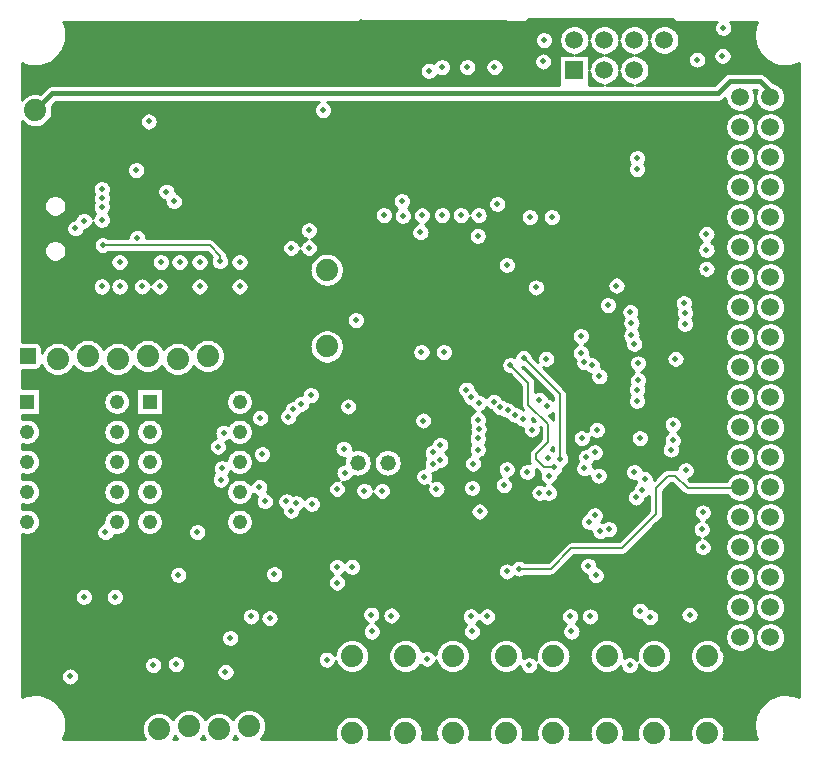
<source format=gbr>
%TF.GenerationSoftware,Novarm,DipTrace,3.2.0.1*%
%TF.CreationDate,2017-11-17T22:28:03-08:00*%
%FSLAX26Y26*%
%MOIN*%
%TF.FileFunction,Copper,L4,Bot*%
%TF.Part,Single*%
%AMOUTLINE6*
4,1,4,
0.026163,0.026163,
0.026205,-0.026121,
-0.026121,-0.026205,
-0.026163,0.026163,
0.026163,0.026163,
0*%
%TA.AperFunction,Conductor*%
%ADD14C,0.015748*%
%TA.AperFunction,CopperBalancing*%
%ADD17C,0.01*%
%TA.AperFunction,Conductor*%
%ADD18C,0.006*%
%TA.AperFunction,ComponentPad*%
%ADD24R,0.047992X0.047992*%
%ADD25C,0.048*%
%ADD30C,0.074*%
%ADD33C,0.052*%
%ADD41R,0.05937X0.05937*%
%ADD42C,0.05937*%
%ADD47R,0.059055X0.059055*%
%ADD48C,0.059055*%
%TA.AperFunction,ViaPad*%
%ADD49C,0.02*%
%TA.AperFunction,ComponentPad*%
%ADD106OUTLINE6*%
G75*
G01*
%LPD*%
X1287749Y2012500D2*
D14*
Y1898564D1*
Y1756500D1*
X1244000Y1712751D1*
X1171499D1*
X1169000Y1715249D1*
X494000Y2444000D2*
X856249D1*
X951694Y2348555D1*
X1107126Y2193123D1*
X1287749Y2012500D1*
X1141539Y2694000D2*
X1437619D1*
X1581375Y2837756D1*
X1934463D1*
X1978209Y2794010D1*
Y2687772D1*
X1934463Y2837756D2*
X2059450D1*
X2096946Y2800260D1*
X2590875Y2678375D2*
X2609370D1*
X2653138Y2722143D1*
Y2806509D1*
X2615642Y2844005D1*
X2140692D1*
X2096946Y2800260D1*
X1287749Y1898564D2*
X1137081D1*
X1115799Y1919846D1*
Y1956598D1*
X982861Y1956501D2*
Y1914555D1*
X997062Y1900354D1*
X1132167D1*
X1137081Y1898564D1*
X569000Y1884625D2*
X985324D1*
X999058Y1898358D1*
X997062Y1900354D1*
X569000Y1884625D2*
X568982Y2003469D1*
X1469911Y1557411D2*
Y1655606D1*
X1440765Y1684752D1*
X1359497D1*
X1287749Y1756500D1*
X1715736Y1700375D2*
X1612875D1*
X1469911Y1557411D1*
X1715736Y1700375D2*
X1934463D1*
X1984458Y1750370D1*
X1987583D1*
X2065699Y1828487D1*
Y1853484D1*
X2050076Y937955D2*
X2543774D1*
X2615642D1*
X2646888D1*
X2784374Y800470D1*
Y747375D1*
X2844000Y687749D1*
X2944000D1*
X2844000D2*
X2824762D1*
X2675010Y537997D1*
X2475031D1*
Y470399D1*
X2140144Y470836D2*
Y541122D1*
X1802609D1*
X1465073D1*
X1366471D1*
X1306596Y481247D1*
X1465073Y470836D2*
Y541122D1*
X1802609Y470836D2*
Y541122D1*
X2140144D2*
X2471907D1*
X2475031Y537997D1*
X1036449Y737749D2*
X1009787D1*
X918945Y828592D1*
Y931706D1*
X1381919Y1385306D2*
X1469911Y1473298D1*
Y1557411D1*
X1381919Y1385306D2*
Y1343640D1*
X1518882Y1206677D1*
X1590749D1*
X1981333Y2487793D2*
Y2381554D1*
X2053201Y2309686D1*
X2175063D1*
X2615642Y1291043D2*
Y937955D1*
X2265678Y1775367D2*
X2143816D1*
X2065699Y1853484D1*
X1051764Y2448755D2*
X951694Y2348555D1*
X1107126Y2193123D2*
X1044877D1*
X2050076Y937955D2*
X1856346D1*
X1787604Y1006698D1*
Y1222301D1*
X2106320Y1016072D2*
D18*
X2212559D1*
X2281302Y1084815D1*
X2450034D1*
X2562522Y1197303D1*
Y1284794D1*
X2603143Y1325415D1*
X2628140D1*
X2668761Y1284794D1*
X2841045D1*
X2844000Y1287749D1*
X2243806Y1381659D2*
Y1597261D1*
X2121944Y1719123D1*
X719000Y2094000D2*
X1075249D1*
X1109625Y2059625D1*
Y2040875D1*
X2944000Y2587749D2*
D14*
Y2606500D1*
X2909625Y2640875D1*
X2809625D1*
X2769000Y2600251D1*
X550251D1*
X494000Y2544000D1*
X2225058Y1353537D2*
D18*
X2190686D1*
X2162564Y1381659D1*
Y1397282D1*
X2203185Y1437903D1*
Y1497272D1*
X2137567Y1562890D1*
Y1634757D1*
X2078198Y1694126D1*
D49*
X1141539Y2694000D3*
X1581375Y2837756D3*
X1978209Y2687772D3*
X2096946Y2800260D3*
X1115799Y1956598D3*
X982861Y1956501D3*
X569000Y1884625D3*
D3*
X568982Y2003469D3*
X1469911Y1557411D3*
X1715736Y1700375D3*
X1469911Y1557411D3*
X1984458Y1750370D3*
X1715736Y1700375D3*
X2065699Y1853484D3*
X2050076Y937955D3*
X2475031Y470399D3*
X2140144Y470836D3*
X1465073D3*
X1802609D3*
X1036449Y737749D3*
X918945Y931706D3*
X1381919Y1385306D3*
X1469911Y1557411D3*
X1590749Y1206677D3*
X1381919Y1385306D3*
X2543774Y937955D3*
X1981333Y2487793D3*
X2175063Y2309686D3*
X2615642Y1291043D3*
X2265678Y1775367D3*
X1051764Y2448755D3*
X1044877Y2193123D3*
X1787604Y1222301D3*
X2715875Y1147125D3*
X2515875Y1278375D3*
X2715875Y1147125D3*
X2162564Y1953375D3*
X2025079Y2687772D3*
X2731500Y2078375D3*
X2350045Y1694126D3*
X2497125Y1253375D3*
X2719000Y1087749D3*
X2731500Y2016034D3*
X2375042Y1656630D3*
X2477881Y1871630D3*
X1850097Y2687772D3*
X2431596Y1959529D3*
X628375Y2150251D3*
X715875Y2250251D3*
X656472Y2175841D3*
X715875Y2222125D3*
X1790875Y1322125D3*
X1590752Y1275374D3*
X850249Y1956501D3*
X715875Y2178375D3*
Y2281500D3*
X834625Y2119000D3*
X715875Y1956501D3*
X931500Y2272125D3*
X1562751Y1844000D3*
X1650251Y1275249D3*
X1831500Y1281500D3*
X2189963Y2777475D3*
X2788001Y2818992D3*
X2784945Y2725251D3*
X2700492Y2712731D3*
X1353274Y1547266D3*
X1337651Y1522269D3*
X1243911Y1519144D3*
X1122125Y1469000D3*
X1103375Y1422125D3*
X1950251Y1284625D3*
X1453375Y2544000D3*
X1275157Y850465D3*
X1128375Y672125D3*
X1522125Y1415875D3*
X1537751Y1556500D3*
X1412643Y1594136D3*
X1381396Y1566014D3*
X1406500Y2144173D3*
Y2084731D3*
X908583Y1956501D3*
X912751Y2037751D3*
X775251Y1956501D3*
Y2037749D3*
X1175249Y1956501D3*
Y2037749D3*
X1041916Y1956501D3*
Y2037751D3*
X1250249Y1397125D3*
X1115875Y1350249D3*
X1112751Y1312749D3*
X1240875Y1287751D3*
X1259625Y1240875D3*
X1331500D3*
X1362749Y1234626D3*
X1347125Y1209625D3*
X1415875Y1231500D3*
X1034625Y1137749D3*
X728375D3*
X2277071Y856500D3*
X2281500Y806500D3*
X1945822Y856500D3*
X1950251Y806500D3*
X1614571Y862749D3*
X1615875Y806500D3*
X1783311Y2194000D3*
X1778375Y2137749D3*
X2509403Y875462D3*
X2543774Y853589D3*
X2325047Y1350615D3*
X2503375Y1700249D3*
X2628375Y1715875D3*
X971455Y995181D3*
X1969000Y1412749D3*
Y1450249D3*
X2481500Y1834625D3*
X2656262Y1900354D3*
X1975249Y1206501D3*
X2134442Y1337913D3*
X2203185Y1384783D3*
X2106320Y1016072D3*
X2175063Y1269171D3*
X2206310D3*
Y1325415D3*
X2243806Y1381659D3*
X2121944Y1719123D3*
X1968835Y2125331D3*
X2315673Y1450402D3*
X2365668Y1478524D3*
X2056501Y1294000D3*
X2490875Y1765875D3*
X2659387Y1831612D3*
X2065875Y1347125D3*
X2481500Y1794000D3*
X2659387Y1869108D3*
X2503375Y1644000D3*
X2500029Y1612885D3*
Y1575388D3*
X2619000Y1497125D3*
X2509403Y1450402D3*
X2619000Y1444000D3*
X2612749Y1412749D3*
X2359419Y1403531D3*
X956500Y2240875D3*
X1781500Y1737751D3*
X2371917Y1325415D3*
X2490655Y1337913D3*
X2662512Y1344163D3*
X2197125Y1715875D3*
X2500249Y2384625D3*
X2718933Y1203375D3*
X2525249Y1315875D3*
X2718933Y1203375D3*
X2731500Y2131500D3*
X2403375Y1894000D3*
X2325047Y1703500D3*
X1934463Y2687772D3*
X2403375Y1894000D3*
X759625Y922125D3*
X962810Y697125D3*
X1212664Y856714D3*
D3*
X1500251Y1281499D3*
Y1022125D3*
Y969000D3*
X2362543Y994199D3*
X2034625Y2231500D3*
X1972125Y2194000D3*
X1850251D3*
X1912843D3*
X656500Y922125D3*
X887749Y694000D3*
X1144000Y784625D3*
X1290875Y997125D3*
X2337546Y1025446D3*
X1525251Y1335560D3*
X2022125Y1572125D3*
X1465875Y712749D3*
X2069000Y1544000D3*
X1800249Y715875D3*
X2119000Y1515875D3*
X2140875Y694000D3*
X2175063Y1578513D3*
X2340671Y1172306D3*
X2378167Y1141059D3*
X2475251Y694249D3*
X1972125Y1481500D3*
X1947125Y1587751D3*
X1931500Y1612749D3*
X1972125Y1569000D3*
X1969000Y1512749D3*
X830909Y2344000D3*
X1856512Y1737739D3*
X2187938Y2706480D3*
X2331297Y1387908D3*
X2500251Y2347125D3*
X2312549Y1790991D3*
X1844000Y1428375D3*
Y1378375D3*
X719000Y2094000D3*
X1109625Y2040875D3*
X975251Y2037751D3*
X872125Y2506500D3*
X1819000Y1403375D3*
X1787751Y1509625D3*
X1819000Y1365875D3*
Y1403375D3*
X2142356Y2187749D3*
X2215692D3*
X2312549Y1734747D3*
X2065875Y2028097D3*
X2142356Y2187749D3*
X609625Y656528D3*
X1550249Y1022125D3*
X2065699Y1006698D3*
X2044000Y1553375D3*
X1681500Y859625D3*
X2094000Y1528375D3*
X2000081Y856500D3*
X2343795Y856705D3*
X2148921Y1479668D3*
X2675249Y862749D3*
X2406289Y1147308D3*
X2359419Y1194178D3*
X2200060Y1556640D3*
X1953352Y1365899D3*
X1347125Y2084822D3*
X1718991Y2192178D3*
X1656500Y2194000D3*
X1715875Y2240875D3*
X1806500Y2675249D3*
X2225058Y1353537D3*
X2078198Y1694126D3*
X1718991Y2192178D3*
X592412Y2829131D2*
D17*
X2758342D1*
X2817666D2*
X2895588D1*
X595420Y2819262D2*
X2260939D1*
X2320811D2*
X2360939D1*
X2420811D2*
X2460939D1*
X2520811D2*
X2560939D1*
X2620811D2*
X2756604D1*
X2819404D2*
X2892580D1*
X597412Y2809394D2*
X2250549D1*
X2331201D2*
X2350549D1*
X2431201D2*
X2450549D1*
X2531201D2*
X2550549D1*
X2631201D2*
X2758166D1*
X2817842D2*
X2890588D1*
X598408Y2799525D2*
X2168029D1*
X2211885D2*
X2244475D1*
X2337275D2*
X2344475D1*
X2437275D2*
X2444475D1*
X2537275D2*
X2544475D1*
X2637275D2*
X2763654D1*
X2812354D2*
X2889592D1*
X598467Y2789656D2*
X2161115D1*
X2218818D2*
X2241076D1*
X2640674D2*
X2779025D1*
X2796982D2*
X2889533D1*
X597568Y2779787D2*
X2158654D1*
X2221279D2*
X2239807D1*
X2641943D2*
X2890432D1*
X595713Y2769919D2*
X2159514D1*
X2220400D2*
X2240510D1*
X2641240D2*
X2892287D1*
X592842Y2760050D2*
X2164045D1*
X2215869D2*
X2243264D1*
X2338486D2*
X2343264D1*
X2438486D2*
X2443264D1*
X2538486D2*
X2543264D1*
X2638486D2*
X2895158D1*
X588838Y2750181D2*
X2175568D1*
X2204346D2*
X2248479D1*
X2333271D2*
X2348479D1*
X2433271D2*
X2448479D1*
X2533271D2*
X2548479D1*
X2633271D2*
X2766545D1*
X2803350D2*
X2899162D1*
X583545Y2740312D2*
X2257326D1*
X2324424D2*
X2357326D1*
X2424424D2*
X2457326D1*
X2524424D2*
X2557326D1*
X2624424D2*
X2686701D1*
X2714268D2*
X2757541D1*
X2812354D2*
X2904455D1*
X576768Y2730444D2*
X2168225D1*
X2207646D2*
X2275354D1*
X2306396D2*
X2375354D1*
X2406396D2*
X2475354D1*
X2506396D2*
X2575354D1*
X2606396D2*
X2674787D1*
X2726201D2*
X2753986D1*
X2815889D2*
X2911232D1*
X568018Y2720575D2*
X2160002D1*
X2215869D2*
X2239787D1*
X2341963D2*
X2362893D1*
X2418857D2*
X2462893D1*
X2518857D2*
X2670119D1*
X2730869D2*
X2753908D1*
X2815986D2*
X2919982D1*
X556533Y2710706D2*
X1829143D1*
X1871045D2*
X1913518D1*
X1955420D2*
X2004123D1*
X2046025D2*
X2156838D1*
X2219053D2*
X2239787D1*
X2341963D2*
X2351623D1*
X2430127D2*
X2451623D1*
X2530127D2*
X2669162D1*
X2731826D2*
X2757248D1*
X2812646D2*
X2931467D1*
X540225Y2700837D2*
X1789084D1*
X1878545D2*
X1906018D1*
X1962920D2*
X1996623D1*
X2053525D2*
X2157072D1*
X2218818D2*
X2239787D1*
X2341963D2*
X2345096D1*
X2436650D2*
X2445119D1*
X2536650D2*
X2671506D1*
X2729463D2*
X2765822D1*
X2804053D2*
X2947775D1*
X450010Y2690969D2*
X482580D1*
X505420D2*
X1779475D1*
X1881338D2*
X1903225D1*
X1965693D2*
X1993850D1*
X2056318D2*
X2160803D1*
X2215088D2*
X2239787D1*
X2540342D2*
X2678264D1*
X2722725D2*
X2982580D1*
X3005420D2*
X3038000D1*
X450010Y2681100D2*
X1775666D1*
X1880752D2*
X1903811D1*
X1965127D2*
X1994416D1*
X2055732D2*
X2170197D1*
X2205674D2*
X2239787D1*
X2541885D2*
X3038000D1*
X450010Y2671231D2*
X1775373D1*
X1876611D2*
X1907951D1*
X1960967D2*
X1998576D1*
X2051592D2*
X2239787D1*
X2541455D2*
X3038000D1*
X450010Y2661362D2*
X1778459D1*
X1866162D2*
X1918400D1*
X1950518D2*
X2009025D1*
X2041143D2*
X2239787D1*
X2438975D2*
X2442776D1*
X2538975D2*
X2789143D1*
X2930107D2*
X3038000D1*
X450010Y2651493D2*
X1786525D1*
X1826475D2*
X2239787D1*
X2341963D2*
X2347608D1*
X2434131D2*
X2447619D1*
X2534131D2*
X2779260D1*
X2939990D2*
X3038000D1*
X450010Y2641625D2*
X2239787D1*
X2341963D2*
X2355842D1*
X2425908D2*
X2455842D1*
X2525908D2*
X2769396D1*
X2949854D2*
X3038000D1*
X450010Y2631756D2*
X2239787D1*
X2341963D2*
X2371564D1*
X2410186D2*
X2471564D1*
X2510186D2*
X2759514D1*
X2968584D2*
X3038000D1*
X450010Y2621887D2*
X531057D1*
X2981436D2*
X3038000D1*
X450010Y2612018D2*
X521037D1*
X2888623D2*
X2897502D1*
X2988623D2*
X3038000D1*
X450010Y2602150D2*
X511154D1*
X2992803D2*
X3038000D1*
X450010Y2592281D2*
X461955D1*
X2994717D2*
X3038000D1*
X2994639Y2582412D2*
X3038000D1*
X2775635Y2572543D2*
X2795451D1*
X2992549D2*
X3038000D1*
X553662Y2562675D2*
X1428381D1*
X1478369D2*
X2799826D1*
X2888174D2*
X2899826D1*
X2988174D2*
X3038000D1*
X551729Y2552806D2*
X1423283D1*
X1483467D2*
X2807346D1*
X2880654D2*
X2907346D1*
X2980654D2*
X3038000D1*
X552393Y2542937D2*
X1421994D1*
X1484756D2*
X2820979D1*
X2867021D2*
X2920979D1*
X2967021D2*
X3038000D1*
X551357Y2533068D2*
X856350D1*
X887900D2*
X1424006D1*
X1482744D2*
X2822053D1*
X2865947D2*
X2922053D1*
X2965947D2*
X3038000D1*
X548506Y2523199D2*
X845725D1*
X898525D2*
X1430197D1*
X1476553D2*
X2807834D1*
X2880166D2*
X2907834D1*
X2980166D2*
X3038000D1*
X543525Y2513331D2*
X841506D1*
X902744D2*
X2800119D1*
X2887881D2*
X2900119D1*
X2987881D2*
X3038000D1*
X535635Y2503462D2*
X840881D1*
X903369D2*
X2795607D1*
X2892393D2*
X2895608D1*
X2992393D2*
X3038000D1*
X450010Y2493593D2*
X465549D1*
X522451D2*
X843596D1*
X900654D2*
X2793420D1*
X2994580D2*
X3038000D1*
X450010Y2483724D2*
X850998D1*
X893252D2*
X2793244D1*
X2994756D2*
X3038000D1*
X450010Y2473856D2*
X2795041D1*
X2992959D2*
X3038000D1*
X450010Y2463987D2*
X2799084D1*
X2888916D2*
X2899084D1*
X2988916D2*
X3038000D1*
X450010Y2454118D2*
X2806096D1*
X2881904D2*
X2906096D1*
X2981904D2*
X3038000D1*
X450010Y2444249D2*
X2818498D1*
X2869502D2*
X2918498D1*
X2969502D2*
X3038000D1*
X450010Y2434381D2*
X2825158D1*
X2862842D2*
X2925158D1*
X2962842D2*
X3038000D1*
X450010Y2424512D2*
X2809221D1*
X2878779D2*
X2909221D1*
X2978779D2*
X3038000D1*
X450010Y2414643D2*
X2494455D1*
X2506045D2*
X2800939D1*
X2887061D2*
X2900939D1*
X2987061D2*
X3038000D1*
X450010Y2404774D2*
X2476486D1*
X2524014D2*
X2796057D1*
X2891943D2*
X2896065D1*
X2991943D2*
X3038000D1*
X450010Y2394906D2*
X2470646D1*
X2529854D2*
X2793596D1*
X2994404D2*
X3038000D1*
X450010Y2385037D2*
X2468850D1*
X2531650D2*
X2793146D1*
X2994854D2*
X3038000D1*
X450010Y2375168D2*
X2470354D1*
X2530146D2*
X2794689D1*
X2993311D2*
X3038000D1*
X450010Y2365299D2*
X808225D1*
X853604D2*
X2474885D1*
X2525615D2*
X2798400D1*
X2889600D2*
X2898400D1*
X2989600D2*
X3038000D1*
X450010Y2355430D2*
X801740D1*
X860088D2*
X2470002D1*
X2530498D2*
X2804943D1*
X2883057D2*
X2904943D1*
X2983057D2*
X3038000D1*
X450010Y2345562D2*
X799553D1*
X862275D2*
X2468889D1*
X2531611D2*
X2816291D1*
X2871709D2*
X2916291D1*
X2971709D2*
X3038000D1*
X450010Y2335693D2*
X800666D1*
X861162D2*
X2471076D1*
X2529424D2*
X2829064D1*
X2858936D2*
X2929064D1*
X2958936D2*
X3038000D1*
X450010Y2325824D2*
X805549D1*
X856279D2*
X2477561D1*
X2522939D2*
X2810705D1*
X2877295D2*
X2910705D1*
X2977295D2*
X3038000D1*
X450010Y2315955D2*
X818186D1*
X843643D2*
X2801799D1*
X2886201D2*
X2901799D1*
X2986201D2*
X3038000D1*
X450010Y2306087D2*
X696994D1*
X734756D2*
X2796564D1*
X2891436D2*
X2896578D1*
X2991436D2*
X3038000D1*
X450010Y2296218D2*
X688283D1*
X743467D2*
X911955D1*
X951045D2*
X2793791D1*
X2994209D2*
X3038000D1*
X450010Y2286349D2*
X684865D1*
X746885D2*
X903635D1*
X959365D2*
X2793088D1*
X2994912D2*
X3038000D1*
X450010Y2276480D2*
X684885D1*
X746865D2*
X900412D1*
X962588D2*
X2794357D1*
X2993643D2*
X3038000D1*
X450010Y2266612D2*
X688361D1*
X743389D2*
X900607D1*
X973682D2*
X1698693D1*
X1733057D2*
X2797775D1*
X2890225D2*
X2897752D1*
X2990225D2*
X3038000D1*
X450010Y2256743D2*
X540471D1*
X581182D2*
X685178D1*
X746572D2*
X904279D1*
X983428D2*
X1688947D1*
X1742803D2*
X2016682D1*
X2052568D2*
X2803869D1*
X2884131D2*
X2903869D1*
X2984131D2*
X3038000D1*
X450010Y2246874D2*
X529787D1*
X591885D2*
X684670D1*
X747080D2*
X913576D1*
X987295D2*
X1685080D1*
X1746670D2*
X2007404D1*
X2061846D2*
X2814338D1*
X2873662D2*
X2914338D1*
X2973662D2*
X3038000D1*
X450010Y2237005D2*
X524670D1*
X596982D2*
X687521D1*
X744229D2*
X925354D1*
X987646D2*
X1684729D1*
X1747021D2*
X2003732D1*
X2065518D2*
X2834846D1*
X2853154D2*
X2934846D1*
X2953154D2*
X3038000D1*
X450010Y2227136D2*
X522756D1*
X598896D2*
X684885D1*
X746865D2*
X928381D1*
X984619D2*
X1687756D1*
X1743994D2*
X2003537D1*
X2065713D2*
X2812326D1*
X2875674D2*
X2912326D1*
X2975674D2*
X3038000D1*
X450010Y2217268D2*
X523518D1*
X598135D2*
X684865D1*
X746885D2*
X936350D1*
X976650D2*
X1635939D1*
X1677061D2*
X1695725D1*
X1737158D2*
X1762756D1*
X1803877D2*
X1829689D1*
X1870811D2*
X1892287D1*
X1933408D2*
X1951564D1*
X1992686D2*
X2006760D1*
X2062490D2*
X2134084D1*
X2150615D2*
X2207424D1*
X2223955D2*
X2802736D1*
X2885264D2*
X2902736D1*
X2985264D2*
X3038000D1*
X450010Y2207399D2*
X527170D1*
X594502D2*
X688283D1*
X743467D2*
X1628205D1*
X1684795D2*
X1691682D1*
X1746299D2*
X1755021D1*
X1811592D2*
X1821955D1*
X1878545D2*
X1884553D1*
X2000420D2*
X2015100D1*
X2054150D2*
X2118166D1*
X2166553D2*
X2191486D1*
X2239893D2*
X2797111D1*
X2890889D2*
X2897092D1*
X2990889D2*
X3038000D1*
X450010Y2197530D2*
X534904D1*
X586748D2*
X634162D1*
X678779D2*
X691271D1*
X740479D2*
X1625314D1*
X1814502D2*
X1819064D1*
X2003311D2*
X2112580D1*
X2172139D2*
X2185900D1*
X2245479D2*
X2794045D1*
X2993955D2*
X3038000D1*
X450010Y2187661D2*
X627463D1*
X745830D2*
X1625764D1*
X1814033D2*
X1819514D1*
X2002861D2*
X2110959D1*
X2173760D2*
X2184299D1*
X2247100D2*
X2793068D1*
X2994932D2*
X3038000D1*
X450010Y2177793D2*
X614514D1*
X747275D2*
X1629787D1*
X1683213D2*
X1691213D1*
X1746768D2*
X1756584D1*
X1810029D2*
X1823537D1*
X1876963D2*
X1886115D1*
X1939561D2*
X1945412D1*
X1998838D2*
X2112639D1*
X2172080D2*
X2185959D1*
X2245420D2*
X2794084D1*
X2993916D2*
X3038000D1*
X450010Y2167924D2*
X602639D1*
X745420D2*
X1386525D1*
X1426475D2*
X1639865D1*
X1673135D2*
X1699670D1*
X1738311D2*
X1766682D1*
X1799932D2*
X1833615D1*
X1866885D2*
X1896213D1*
X1929463D2*
X1955490D1*
X1988760D2*
X2118303D1*
X2166396D2*
X2191643D1*
X2239736D2*
X2797170D1*
X2890830D2*
X2897194D1*
X2990830D2*
X3038000D1*
X450010Y2158055D2*
X597990D1*
X682119D2*
X692268D1*
X739482D2*
X1378459D1*
X1434541D2*
X1754748D1*
X1802002D2*
X2134846D1*
X2149873D2*
X2208186D1*
X2223213D2*
X2715705D1*
X2747295D2*
X2802854D1*
X2885146D2*
X2902854D1*
X2985146D2*
X3038000D1*
X450010Y2148186D2*
X597053D1*
X670088D2*
X711291D1*
X720459D2*
X825119D1*
X844131D2*
X1375373D1*
X1437627D2*
X1748830D1*
X1807920D2*
X1947795D1*
X1989873D2*
X2705080D1*
X2757920D2*
X2812541D1*
X2875459D2*
X2912541D1*
X2975459D2*
X3038000D1*
X450010Y2138318D2*
X599416D1*
X657334D2*
X810158D1*
X859092D2*
X1375666D1*
X1437334D2*
X1746975D1*
X1809775D2*
X1940354D1*
X1997314D2*
X2700881D1*
X2762119D2*
X2835979D1*
X2852021D2*
X2935979D1*
X2952021D2*
X3038000D1*
X450010Y2128449D2*
X606193D1*
X650557D2*
X804729D1*
X864521D2*
X1379475D1*
X1433525D2*
X1748439D1*
X1808311D2*
X1937600D1*
X2000068D2*
X2700256D1*
X2762744D2*
X2814084D1*
X2873916D2*
X2914084D1*
X2973916D2*
X3038000D1*
X450010Y2118580D2*
X700119D1*
X737881D2*
X803225D1*
X866025D2*
X1389104D1*
X1423896D2*
X1753771D1*
X1802979D2*
X1938186D1*
X1999482D2*
X2702990D1*
X2760010D2*
X2803732D1*
X2884268D2*
X2903732D1*
X2984268D2*
X3038000D1*
X450010Y2108711D2*
X543322D1*
X578330D2*
X691389D1*
X1094639D2*
X1327326D1*
X1366924D2*
X1386818D1*
X1426182D2*
X1768381D1*
X1788369D2*
X1942385D1*
X1995283D2*
X2710373D1*
X2752627D2*
X2797678D1*
X2890322D2*
X2897679D1*
X2990322D2*
X3038000D1*
X450010Y2098843D2*
X530998D1*
X590674D2*
X687990D1*
X1104502D2*
X1319143D1*
X1375107D2*
X1378575D1*
X1434424D2*
X1952912D1*
X1984756D2*
X2708029D1*
X2754971D2*
X2794318D1*
X2993682D2*
X3038000D1*
X450010Y2088974D2*
X525256D1*
X596416D2*
X688010D1*
X1114365D2*
X1316018D1*
X1437607D2*
X2702014D1*
X2760986D2*
X2793088D1*
X2994912D2*
X3038000D1*
X450010Y2079105D2*
X522873D1*
X598779D2*
X691506D1*
X1124229D2*
X1316271D1*
X1437373D2*
X2700100D1*
X2762900D2*
X2793830D1*
X2994170D2*
X3038000D1*
X450010Y2069236D2*
X523225D1*
X598447D2*
X700373D1*
X737627D2*
X1065920D1*
X1131963D2*
X1320021D1*
X1374229D2*
X1379338D1*
X1433662D2*
X1456037D1*
X1475459D2*
X2701506D1*
X2761494D2*
X2796623D1*
X2891377D2*
X2896636D1*
X2991377D2*
X3038000D1*
X450010Y2059367D2*
X526369D1*
X595303D2*
X752873D1*
X797627D2*
X890373D1*
X935127D2*
X952873D1*
X997627D2*
X1019533D1*
X1064287D2*
X1075783D1*
X1134756D2*
X1152873D1*
X1197627D2*
X1329494D1*
X1364736D2*
X1388732D1*
X1424268D2*
X1431604D1*
X1499893D2*
X2706779D1*
X2756221D2*
X2801916D1*
X2886084D2*
X2901916D1*
X2986084D2*
X3038000D1*
X450010Y2049499D2*
X533264D1*
X588389D2*
X746213D1*
X804287D2*
X883713D1*
X941787D2*
X946219D1*
X1004287D2*
X1012873D1*
X1070947D2*
X1079475D1*
X1139775D2*
X1146213D1*
X1204287D2*
X1420861D1*
X1510635D2*
X2043283D1*
X2088467D2*
X2720998D1*
X2742002D2*
X2810920D1*
X2877080D2*
X2910920D1*
X2977080D2*
X3038000D1*
X450010Y2039630D2*
X550041D1*
X571631D2*
X743908D1*
X806592D2*
X881408D1*
X1006592D2*
X1010586D1*
X1073252D2*
X1078244D1*
X1206592D2*
X1414162D1*
X1517334D2*
X2036740D1*
X2095010D2*
X2711330D1*
X2751670D2*
X2829689D1*
X2858311D2*
X2929689D1*
X2958311D2*
X3038000D1*
X450010Y2029761D2*
X744924D1*
X805576D2*
X882424D1*
X1005576D2*
X1011583D1*
X1072256D2*
X1080334D1*
X1138916D2*
X1144924D1*
X1205576D2*
X1410002D1*
X1521494D2*
X2034514D1*
X2097236D2*
X2703381D1*
X2759619D2*
X2816018D1*
X2871982D2*
X2916018D1*
X2971982D2*
X3038000D1*
X450010Y2019892D2*
X749650D1*
X800850D2*
X887150D1*
X938350D2*
X949650D1*
X1000850D2*
X1016311D1*
X1067510D2*
X1086623D1*
X1132627D2*
X1149650D1*
X1200850D2*
X1407834D1*
X1523662D2*
X2035607D1*
X2096143D2*
X2700354D1*
X2762646D2*
X2804787D1*
X2883213D2*
X2904787D1*
X2983213D2*
X3038000D1*
X450010Y2010024D2*
X761779D1*
X788721D2*
X899279D1*
X926221D2*
X961779D1*
X988721D2*
X1028459D1*
X1055381D2*
X1161779D1*
X1188721D2*
X1407404D1*
X1524092D2*
X2040432D1*
X2091318D2*
X2700705D1*
X2762295D2*
X2798322D1*
X2889678D2*
X2898322D1*
X2989678D2*
X3038000D1*
X450010Y2000155D2*
X1408693D1*
X1522803D2*
X2052893D1*
X2078857D2*
X2704572D1*
X2758428D2*
X2794631D1*
X2993369D2*
X3038000D1*
X450010Y1990286D2*
X1411818D1*
X1519678D2*
X2714338D1*
X2748662D2*
X2793146D1*
X2994854D2*
X3038000D1*
X450010Y1980417D2*
X696115D1*
X735635D2*
X755490D1*
X795010D2*
X830490D1*
X870010D2*
X888811D1*
X928350D2*
X1022150D1*
X1061689D2*
X1155490D1*
X1195010D2*
X1417150D1*
X1514346D2*
X2147678D1*
X2177451D2*
X2408518D1*
X2454678D2*
X2793615D1*
X2994385D2*
X3038000D1*
X450010Y1970549D2*
X687912D1*
X743838D2*
X747290D1*
X803213D2*
X822287D1*
X936533D2*
X1013947D1*
X1069873D2*
X1147287D1*
X1203213D2*
X1425568D1*
X1505928D2*
X2136486D1*
X2188643D2*
X2402268D1*
X2460928D2*
X2796135D1*
X2891865D2*
X2896141D1*
X2991865D2*
X3038000D1*
X450010Y1960680D2*
X684768D1*
X806357D2*
X819143D1*
X939697D2*
X1010803D1*
X1073037D2*
X1144143D1*
X1206357D2*
X1440061D1*
X1491436D2*
X2132053D1*
X2193076D2*
X2400217D1*
X2462979D2*
X2801057D1*
X2886943D2*
X2901057D1*
X2986943D2*
X3038000D1*
X450010Y1950811D2*
X685021D1*
X806123D2*
X819377D1*
X939443D2*
X1011057D1*
X1072783D2*
X1144377D1*
X1206104D2*
X2131271D1*
X2193857D2*
X2401467D1*
X2461729D2*
X2809416D1*
X2878584D2*
X2909416D1*
X2978584D2*
X3038000D1*
X450010Y1940942D2*
X688752D1*
X742998D2*
X748127D1*
X802373D2*
X823127D1*
X877373D2*
X881466D1*
X935693D2*
X1014807D1*
X1069033D2*
X1148127D1*
X1202373D2*
X2133830D1*
X2191299D2*
X2406545D1*
X2456650D2*
X2825627D1*
X2862373D2*
X2925627D1*
X2962373D2*
X3038000D1*
X450010Y1931073D2*
X698205D1*
X733545D2*
X757580D1*
X792920D2*
X832580D1*
X867920D2*
X890920D1*
X926240D2*
X1024260D1*
X1059580D2*
X1157580D1*
X1192920D2*
X2140900D1*
X2184229D2*
X2419904D1*
X2443291D2*
X2818186D1*
X2869814D2*
X2918186D1*
X2969814D2*
X3038000D1*
X450010Y1921205D2*
X2388811D1*
X2417939D2*
X2633146D1*
X2679385D2*
X2805939D1*
X2882061D2*
X2905939D1*
X2982061D2*
X3038000D1*
X450010Y1911336D2*
X2377404D1*
X2429346D2*
X2626916D1*
X2685615D2*
X2798986D1*
X2889014D2*
X2898986D1*
X2989014D2*
X3038000D1*
X450010Y1901467D2*
X2372912D1*
X2433838D2*
X2471057D1*
X2484697D2*
X2624885D1*
X2687646D2*
X2795002D1*
X2992998D2*
X3038000D1*
X450010Y1891598D2*
X2372072D1*
X2434678D2*
X2453967D1*
X2501807D2*
X2626154D1*
X2686377D2*
X2793225D1*
X2994775D2*
X3038000D1*
X450010Y1881730D2*
X2374553D1*
X2432197D2*
X2448205D1*
X2507549D2*
X2630725D1*
X2688037D2*
X2793439D1*
X2994561D2*
X3038000D1*
X450010Y1871861D2*
X1549592D1*
X1575908D2*
X2381545D1*
X2425205D2*
X2446486D1*
X2509287D2*
X2628107D1*
X2690654D2*
X2795666D1*
X2892334D2*
X2895679D1*
X2992334D2*
X3038000D1*
X450010Y1861992D2*
X1537248D1*
X1588252D2*
X2448049D1*
X2507705D2*
X2628830D1*
X2689951D2*
X2800236D1*
X2887764D2*
X2900236D1*
X2987764D2*
X3038000D1*
X450010Y1852123D2*
X1532463D1*
X1593037D2*
X2453557D1*
X2507354D2*
X2633166D1*
X2685596D2*
X2808029D1*
X2879971D2*
X2908029D1*
X2979971D2*
X3038000D1*
X450010Y1842255D2*
X1531408D1*
X1594092D2*
X2451076D1*
X2511924D2*
X2629904D1*
X2688857D2*
X2822424D1*
X2865576D2*
X2922424D1*
X2965576D2*
X3038000D1*
X450010Y1832386D2*
X1533654D1*
X1591846D2*
X2450178D1*
X2512822D2*
X2627990D1*
X2690771D2*
X2820627D1*
X2867373D2*
X2920627D1*
X2967373D2*
X3038000D1*
X450010Y1822517D2*
X1540236D1*
X1585264D2*
X2452619D1*
X2510381D2*
X2629377D1*
X2689404D2*
X2807170D1*
X2880830D2*
X2907170D1*
X2980830D2*
X3038000D1*
X450010Y1812648D2*
X1452834D1*
X1478662D2*
X2290217D1*
X2334873D2*
X2456486D1*
X2506514D2*
X2634631D1*
X2684150D2*
X2799729D1*
X2888271D2*
X2899729D1*
X2988271D2*
X3038000D1*
X450010Y1802780D2*
X1430803D1*
X1500713D2*
X2283537D1*
X2341572D2*
X2451389D1*
X2511611D2*
X2648752D1*
X2670029D2*
X2795393D1*
X2992607D2*
X3038000D1*
X450010Y1792911D2*
X1420373D1*
X1511123D2*
X2281213D1*
X2343896D2*
X2450119D1*
X2512881D2*
X2793342D1*
X2994658D2*
X3038000D1*
X450010Y1783042D2*
X1413850D1*
X1517646D2*
X2282209D1*
X2342900D2*
X2452150D1*
X2516963D2*
X2793303D1*
X2994697D2*
X3038000D1*
X450010Y1773173D2*
X636408D1*
X701592D2*
X836408D1*
X901592D2*
X1036408D1*
X1101592D2*
X1409826D1*
X1521670D2*
X2286916D1*
X2338174D2*
X2458361D1*
X2521377D2*
X2795256D1*
X2992744D2*
X3038000D1*
X512744Y1763304D2*
X536604D1*
X601396D2*
X625021D1*
X712979D2*
X736604D1*
X801396D2*
X825021D1*
X912979D2*
X936604D1*
X1001396D2*
X1025021D1*
X1112979D2*
X1407756D1*
X1523740D2*
X1764025D1*
X1798975D2*
X1839064D1*
X1873955D2*
X2298986D1*
X2326104D2*
X2459592D1*
X2522158D2*
X2799475D1*
X2888525D2*
X2899475D1*
X2988525D2*
X3038000D1*
X516455Y1753436D2*
X525139D1*
X612861D2*
X617986D1*
X720010D2*
X725132D1*
X812861D2*
X817986D1*
X920010D2*
X925132D1*
X1012861D2*
X1017986D1*
X1120010D2*
X1407424D1*
X1524072D2*
X1754455D1*
X1808545D2*
X1829475D1*
X1883545D2*
X2287580D1*
X2337529D2*
X2462131D1*
X2519619D2*
X2806740D1*
X2881260D2*
X2906740D1*
X2981260D2*
X3038000D1*
X1124404Y1743567D2*
X1408830D1*
X1522666D2*
X1750666D1*
X1812334D2*
X1825666D1*
X1887354D2*
X2102873D1*
X2141025D2*
X2183576D1*
X2210674D2*
X2282463D1*
X2342646D2*
X2469221D1*
X2512529D2*
X2614826D1*
X2641924D2*
X2819748D1*
X2868252D2*
X2919748D1*
X2968252D2*
X3038000D1*
X1126768Y1733698D2*
X1412072D1*
X1519424D2*
X1750373D1*
X1812627D2*
X1825373D1*
X1887646D2*
X2094260D1*
X2149619D2*
X2171506D1*
X2222744D2*
X2281174D1*
X2343936D2*
X2602756D1*
X2653994D2*
X2823479D1*
X2864521D2*
X2923479D1*
X2964521D2*
X3038000D1*
X1127373Y1723829D2*
X1417561D1*
X1513936D2*
X1753479D1*
X1809521D2*
X1828479D1*
X1884541D2*
X2070725D1*
X2085674D2*
X2090905D1*
X2152979D2*
X2166779D1*
X2227471D2*
X2283186D1*
X2357510D2*
X2483186D1*
X2523564D2*
X2598029D1*
X2658721D2*
X2808498D1*
X2879502D2*
X2908498D1*
X2979502D2*
X3038000D1*
X1126279Y1713961D2*
X1426213D1*
X1505283D2*
X1761564D1*
X1801436D2*
X1836564D1*
X1876455D2*
X2054162D1*
X2161201D2*
X2165783D1*
X2228467D2*
X2289357D1*
X2374092D2*
X2475236D1*
X2531514D2*
X2597033D1*
X2659717D2*
X2800510D1*
X2887490D2*
X2900510D1*
X2987490D2*
X3038000D1*
X1123350Y1704092D2*
X1441330D1*
X1490166D2*
X2048479D1*
X2226143D2*
X2293654D1*
X2379756D2*
X2472229D1*
X2534541D2*
X2599357D1*
X2657393D2*
X2795822D1*
X2892178D2*
X2895815D1*
X2992178D2*
X3038000D1*
X1118291Y1694223D2*
X2046799D1*
X2219463D2*
X2295100D1*
X2381436D2*
X2472580D1*
X2534170D2*
X2606037D1*
X2650713D2*
X2793498D1*
X2994502D2*
X3038000D1*
X510264Y1684354D2*
X519631D1*
X618369D2*
X627717D1*
X710283D2*
X719631D1*
X818369D2*
X827717D1*
X910283D2*
X919631D1*
X1018369D2*
X1027717D1*
X1110283D2*
X2048420D1*
X2190811D2*
X2300432D1*
X2388506D2*
X2476467D1*
X2530283D2*
X2793186D1*
X2994814D2*
X3038000D1*
X450010Y1674486D2*
X527580D1*
X610420D2*
X641213D1*
X696787D2*
X727580D1*
X810420D2*
X841213D1*
X896787D2*
X927580D1*
X1010420D2*
X1041213D1*
X1096787D2*
X2053986D1*
X2200674D2*
X2314982D1*
X2400654D2*
X2486232D1*
X2520518D2*
X2794865D1*
X2993135D2*
X3038000D1*
X450010Y1664617D2*
X540959D1*
X597041D2*
X740959D1*
X797041D2*
X940959D1*
X997041D2*
X2069885D1*
X2210537D2*
X2341740D1*
X2405381D2*
X2480041D1*
X2526709D2*
X2798752D1*
X2889248D2*
X2898752D1*
X2989248D2*
X3038000D1*
X450010Y1654748D2*
X2083479D1*
X2220420D2*
X2343693D1*
X2406377D2*
X2473947D1*
X2532803D2*
X2805529D1*
X2882471D2*
X2905529D1*
X2982471D2*
X3038000D1*
X450010Y1644879D2*
X2093361D1*
X2230283D2*
X2345998D1*
X2404072D2*
X2471994D1*
X2534756D2*
X2817404D1*
X2870596D2*
X2917404D1*
X2970596D2*
X3038000D1*
X450010Y1635010D2*
X1909807D1*
X1953193D2*
X2103225D1*
X2161963D2*
X2171955D1*
X2240146D2*
X2352678D1*
X2397412D2*
X2473342D1*
X2533408D2*
X2826896D1*
X2861104D2*
X2926896D1*
X2961104D2*
X3038000D1*
X450010Y1625142D2*
X1902736D1*
X1960264D2*
X2113088D1*
X2161963D2*
X2181838D1*
X2250010D2*
X2471213D1*
X2528857D2*
X2809924D1*
X2878076D2*
X2909924D1*
X2978076D2*
X3038000D1*
X511279Y1615273D2*
X754416D1*
X777334D2*
X829846D1*
X920654D2*
X1163791D1*
X1186729D2*
X1389787D1*
X1435498D2*
X1900197D1*
X1962803D2*
X2113166D1*
X2161963D2*
X2191701D1*
X2259893D2*
X2468732D1*
X2531338D2*
X2801350D1*
X2886650D2*
X2901350D1*
X2986650D2*
X3038000D1*
X511279Y1605404D2*
X735490D1*
X796260D2*
X829846D1*
X920654D2*
X1144865D1*
X1205635D2*
X1383400D1*
X1441885D2*
X1900998D1*
X1972881D2*
X2113166D1*
X2190244D2*
X2201564D1*
X2266748D2*
X2469572D1*
X2530498D2*
X2796291D1*
X2891709D2*
X2896300D1*
X2991709D2*
X3038000D1*
X511279Y1595535D2*
X727150D1*
X804600D2*
X829846D1*
X920654D2*
X1136525D1*
X1213975D2*
X1373146D1*
X1444014D2*
X1905451D1*
X1987959D2*
X2001740D1*
X2042510D2*
X2113166D1*
X2201260D2*
X2211447D1*
X2268213D2*
X2474064D1*
X2525986D2*
X2793674D1*
X2994326D2*
X3038000D1*
X511279Y1585667D2*
X722600D1*
X809150D2*
X829846D1*
X920654D2*
X1131975D1*
X1218525D2*
X1357209D1*
X1442842D2*
X1528186D1*
X1547314D2*
X1915803D1*
X2050342D2*
X2113166D1*
X2210088D2*
X2219396D1*
X2268213D2*
X2470412D1*
X2529639D2*
X2793107D1*
X2994893D2*
X3038000D1*
X511279Y1575798D2*
X720627D1*
X811123D2*
X829846D1*
X920654D2*
X1130002D1*
X1220498D2*
X1341779D1*
X1437881D2*
X1513264D1*
X1562236D2*
X1918166D1*
X2065537D2*
X2113166D1*
X2268213D2*
X2468635D1*
X2531436D2*
X2794533D1*
X2993467D2*
X3038000D1*
X511279Y1565929D2*
X720900D1*
X810850D2*
X829846D1*
X920654D2*
X1130275D1*
X1220225D2*
X1328283D1*
X1424971D2*
X1507854D1*
X1567646D2*
X1924963D1*
X2091045D2*
X2113166D1*
X2268213D2*
X2470139D1*
X2529912D2*
X2798088D1*
X2889912D2*
X2898088D1*
X2989912D2*
X3038000D1*
X511279Y1556060D2*
X723479D1*
X808271D2*
X829846D1*
X920654D2*
X1132854D1*
X1217646D2*
X1323166D1*
X1411123D2*
X1506350D1*
X1569150D2*
X1943615D1*
X2107549D2*
X2114182D1*
X2268213D2*
X2475568D1*
X2524502D2*
X2804416D1*
X2883584D2*
X2904416D1*
X2983584D2*
X3038000D1*
X511279Y1546192D2*
X728830D1*
X802920D2*
X829846D1*
X920654D2*
X1138205D1*
X1212295D2*
X1229025D1*
X1258779D2*
X1317893D1*
X1405439D2*
X1508146D1*
X1567354D2*
X1951018D1*
X1993232D2*
X2005256D1*
X2268213D2*
X2490568D1*
X2509502D2*
X2815334D1*
X2872666D2*
X2915334D1*
X2972666D2*
X3038000D1*
X511279Y1536323D2*
X738615D1*
X793135D2*
X829846D1*
X920654D2*
X1147990D1*
X1202510D2*
X1217834D1*
X1269990D2*
X1309689D1*
X1388916D2*
X1514006D1*
X1561494D2*
X1772209D1*
X1803291D2*
X1948811D1*
X1989189D2*
X2017834D1*
X2268213D2*
X2831447D1*
X2856553D2*
X2931447D1*
X2956553D2*
X3038000D1*
X450010Y1526454D2*
X1213400D1*
X1274424D2*
X1306545D1*
X1376436D2*
X1532131D1*
X1543369D2*
X1761428D1*
X1814072D2*
X1940861D1*
X1997139D2*
X2028869D1*
X2208096D2*
X2219396D1*
X2268213D2*
X2610002D1*
X2627998D2*
X2811467D1*
X2876533D2*
X2911467D1*
X2976533D2*
X3038000D1*
X450010Y1516585D2*
X1212619D1*
X1275205D2*
X1306779D1*
X1368506D2*
X1757150D1*
X1818350D2*
X1937834D1*
X2000166D2*
X2054865D1*
X2268213D2*
X2594650D1*
X2643350D2*
X2802248D1*
X2885752D2*
X2902248D1*
X2985752D2*
X3038000D1*
X494717Y1506717D2*
X737033D1*
X794717D2*
X846408D1*
X904092D2*
X1146408D1*
X1204092D2*
X1215158D1*
X1272646D2*
X1310529D1*
X1364775D2*
X1756486D1*
X1819014D2*
X1938205D1*
X1999795D2*
X2071662D1*
X2268213D2*
X2353303D1*
X2378037D2*
X2589162D1*
X2648838D2*
X2796818D1*
X2891182D2*
X2896812D1*
X2991182D2*
X3038000D1*
X503760Y1496848D2*
X727990D1*
X803760D2*
X837365D1*
X913135D2*
X1108928D1*
X1213135D2*
X1222248D1*
X1265576D2*
X1319982D1*
X1355322D2*
X1759162D1*
X1816338D2*
X1942092D1*
X1999365D2*
X2094299D1*
X2268213D2*
X2340412D1*
X2390928D2*
X2587600D1*
X2650400D2*
X2793908D1*
X2994092D2*
X3038000D1*
X508721Y1486979D2*
X723029D1*
X808721D2*
X832404D1*
X918096D2*
X1096604D1*
X1218096D2*
X1766467D1*
X1809033D2*
X1941213D1*
X2003018D2*
X2108557D1*
X2268213D2*
X2335471D1*
X2395869D2*
X2589338D1*
X2648662D2*
X2793088D1*
X2994912D2*
X3038000D1*
X510986Y1477110D2*
X720764D1*
X810986D2*
X830139D1*
X920361D2*
X1091818D1*
X1220361D2*
X1941037D1*
X2003213D2*
X2117639D1*
X2268213D2*
X2300158D1*
X2331201D2*
X2334305D1*
X2397041D2*
X2493889D1*
X2524932D2*
X2595119D1*
X2642881D2*
X2794221D1*
X2993779D2*
X3038000D1*
X511006Y1467241D2*
X720744D1*
X811006D2*
X830119D1*
X920381D2*
X1090783D1*
X1220381D2*
X1942795D1*
X1999971D2*
X2120178D1*
X2268213D2*
X2289357D1*
X2394893D2*
X2483088D1*
X2535713D2*
X2598400D1*
X2639600D2*
X2797482D1*
X2890518D2*
X2897463D1*
X2990518D2*
X3038000D1*
X508760Y1457373D2*
X722990D1*
X808760D2*
X832365D1*
X918135D2*
X1093029D1*
X1218135D2*
X1833869D1*
X1854131D2*
X1938439D1*
X1999561D2*
X2127248D1*
X2170596D2*
X2178791D1*
X2268213D2*
X2285080D1*
X2388506D2*
X2478811D1*
X2539990D2*
X2590705D1*
X2647295D2*
X2803381D1*
X2884619D2*
X2903381D1*
X2984619D2*
X3038000D1*
X503818Y1447504D2*
X727932D1*
X803818D2*
X837307D1*
X913193D2*
X1085646D1*
X1213193D2*
X1819377D1*
X1868623D2*
X1937717D1*
X2000283D2*
X2178693D1*
X2268213D2*
X2284416D1*
X2346943D2*
X2478146D1*
X2540674D2*
X2587795D1*
X2650205D2*
X2813459D1*
X2874541D2*
X2913459D1*
X2974541D2*
X3038000D1*
X494834Y1437635D2*
X736916D1*
X794834D2*
X846291D1*
X904209D2*
X1076232D1*
X1130518D2*
X1146291D1*
X1204209D2*
X1499904D1*
X1544346D2*
X1814045D1*
X1873955D2*
X1940334D1*
X1997666D2*
X2168830D1*
X2268213D2*
X2287092D1*
X2344268D2*
X2480822D1*
X2537998D2*
X2588283D1*
X2649717D2*
X2840959D1*
X2847043D2*
X2940959D1*
X2947043D2*
X3038000D1*
X450010Y1427766D2*
X462951D1*
X468807D2*
X762951D1*
X768807D2*
X872326D1*
X878172D2*
X1072502D1*
X1134248D2*
X1172326D1*
X1178172D2*
X1493146D1*
X1551104D2*
X1799846D1*
X1875400D2*
X1941564D1*
X1996436D2*
X2158947D1*
X2268213D2*
X2294377D1*
X2336963D2*
X2340065D1*
X2378779D2*
X2488107D1*
X2530693D2*
X2585314D1*
X2645693D2*
X2813146D1*
X2874854D2*
X2913146D1*
X2974854D2*
X3038000D1*
X450010Y1417898D2*
X1072268D1*
X1134482D2*
X1227053D1*
X1273447D2*
X1490783D1*
X1553467D2*
X1791291D1*
X1873545D2*
X1938049D1*
X1999951D2*
X2149084D1*
X2268213D2*
X2325314D1*
X2387217D2*
X2581779D1*
X2643701D2*
X2803205D1*
X2884795D2*
X2903205D1*
X2984795D2*
X3038000D1*
X492998Y1408029D2*
X738752D1*
X792998D2*
X848127D1*
X902373D2*
X1075432D1*
X1131318D2*
X1148127D1*
X1202373D2*
X1220881D1*
X1279619D2*
X1491760D1*
X1595088D2*
X1642912D1*
X1695088D2*
X1787951D1*
X1867588D2*
X1937971D1*
X2000029D2*
X2140783D1*
X2268213D2*
X2307502D1*
X2390479D2*
X2581721D1*
X2643779D2*
X2797385D1*
X2890615D2*
X2897358D1*
X2990615D2*
X3038000D1*
X502842Y1398160D2*
X728908D1*
X802842D2*
X838283D1*
X912217D2*
X1083674D1*
X1123076D2*
X1138283D1*
X1212217D2*
X1218869D1*
X1281631D2*
X1496428D1*
X1606084D2*
X1631916D1*
X1706084D2*
X1788049D1*
X1868076D2*
X1941330D1*
X1996670D2*
X2138186D1*
X2270342D2*
X2301682D1*
X2390342D2*
X2585080D1*
X2640420D2*
X2794162D1*
X2993838D2*
X3038000D1*
X508232Y1388291D2*
X723518D1*
X808232D2*
X832893D1*
X917607D2*
X1132893D1*
X1280342D2*
X1508342D1*
X1612197D2*
X1625803D1*
X1712197D2*
X1791604D1*
X1873740D2*
X1931799D1*
X1988057D2*
X2138166D1*
X2274482D2*
X2299904D1*
X2386729D2*
X2593693D1*
X2631807D2*
X2793068D1*
X2994932D2*
X3038000D1*
X510830Y1378423D2*
X720920D1*
X810830D2*
X830295D1*
X920205D2*
X1103459D1*
X1220205D2*
X1225264D1*
X1275225D2*
X1522561D1*
X1615439D2*
X1622571D1*
X1715439D2*
X1790314D1*
X1875400D2*
X1924650D1*
X1982061D2*
X2138381D1*
X2275029D2*
X2301408D1*
X2377549D2*
X2793947D1*
X2994053D2*
X3038000D1*
X511123Y1368554D2*
X720627D1*
X811123D2*
X830002D1*
X920498D2*
X1090607D1*
X1220498D2*
X1238869D1*
X1261631D2*
X1521604D1*
X1616396D2*
X1621605D1*
X1716396D2*
X1787717D1*
X1873779D2*
X1922072D1*
X1984639D2*
X2043322D1*
X2088447D2*
X2142170D1*
X2272236D2*
X2299494D1*
X2355732D2*
X2643361D1*
X2681650D2*
X2796916D1*
X2891084D2*
X2896903D1*
X2991084D2*
X3038000D1*
X509189Y1358685D2*
X722561D1*
X809189D2*
X831936D1*
X918564D2*
X1085666D1*
X1218564D2*
X1504514D1*
X1615244D2*
X1622752D1*
X1715244D2*
X1788459D1*
X1868154D2*
X1922814D1*
X1983877D2*
X2036760D1*
X2094990D2*
X2111252D1*
X2264717D2*
X2294729D1*
X2355361D2*
X2467463D1*
X2513857D2*
X2634807D1*
X2690225D2*
X2802404D1*
X2885596D2*
X2902404D1*
X2985596D2*
X3038000D1*
X504658Y1348816D2*
X727092D1*
X804658D2*
X836467D1*
X914033D2*
X1084514D1*
X1214033D2*
X1496896D1*
X1611787D2*
X1626213D1*
X1711787D2*
X1775334D1*
X1852100D2*
X1927209D1*
X1979502D2*
X2034514D1*
X2097236D2*
X2105061D1*
X2256084D2*
X2293693D1*
X2392314D2*
X2461271D1*
X2520029D2*
X2631467D1*
X2693545D2*
X2811740D1*
X2876260D2*
X2911740D1*
X2976260D2*
X3038000D1*
X496377Y1338948D2*
X735373D1*
X796377D2*
X844748D1*
X905752D2*
X1086662D1*
X1205752D2*
X1494045D1*
X1605361D2*
X1632639D1*
X1705361D2*
X1764553D1*
X1834111D2*
X1938283D1*
X1968408D2*
X2035588D1*
X2096162D2*
X2103068D1*
X2165830D2*
X2171191D1*
X2252725D2*
X2295979D1*
X2400146D2*
X2459279D1*
X2546045D2*
X2582580D1*
X2693467D2*
X2832463D1*
X2855537D2*
X2932463D1*
X2955537D2*
X3038000D1*
X450010Y1329079D2*
X454000D1*
X477764D2*
X753986D1*
X777764D2*
X863361D1*
X887139D2*
X1086115D1*
X1139385D2*
X1163361D1*
X1187139D2*
X1494553D1*
X1593643D2*
X1644357D1*
X1693643D2*
X1760275D1*
X1821475D2*
X2040412D1*
X2091338D2*
X2104357D1*
X2164521D2*
X2175139D1*
X2244111D2*
X2302600D1*
X2403096D2*
X2460568D1*
X2553623D2*
X2572717D1*
X2689912D2*
X2814982D1*
X2873018D2*
X2914982D1*
X2973018D2*
X3038000D1*
X450010Y1319210D2*
X1082053D1*
X1143447D2*
X1498615D1*
X1551885D2*
X1759611D1*
X1822139D2*
X2038518D1*
X2078916D2*
X2109475D1*
X2159404D2*
X2175549D1*
X2237061D2*
X2341154D1*
X2402686D2*
X2465686D1*
X2556475D2*
X2562850D1*
X2680869D2*
X2804240D1*
X2883760D2*
X2904240D1*
X2983760D2*
X3038000D1*
X491084Y1309341D2*
X740666D1*
X791084D2*
X850041D1*
X900459D2*
X1081545D1*
X1143955D2*
X1150041D1*
X1200459D2*
X1218479D1*
X1263271D2*
X1487053D1*
X1541631D2*
X1762287D1*
X1844717D2*
X1931545D1*
X1968955D2*
X2029260D1*
X2083740D2*
X2123068D1*
X2145830D2*
X2179514D1*
X2233115D2*
X2345119D1*
X2398721D2*
X2479279D1*
X2678311D2*
X2797990D1*
X2890010D2*
X2897980D1*
X2990010D2*
X3038000D1*
X501846Y1299472D2*
X729904D1*
X801846D2*
X839279D1*
X911221D2*
X1084396D1*
X1269932D2*
X1474729D1*
X1525771D2*
X1571213D1*
X1610283D2*
X1630881D1*
X1669619D2*
X1769592D1*
X1857021D2*
X1922717D1*
X1977783D2*
X2025607D1*
X2087412D2*
X2171623D1*
X2178493D2*
X2189455D1*
X2223154D2*
X2355061D1*
X2388760D2*
X2492990D1*
X2611299D2*
X2619982D1*
X2993525D2*
X3038000D1*
X507686Y1289604D2*
X724064D1*
X807686D2*
X833439D1*
X917061D2*
X1092033D1*
X1272217D2*
X1469943D1*
X1530557D2*
X1562893D1*
X1618623D2*
X1622464D1*
X1678057D2*
X1801193D1*
X1861807D2*
X1919260D1*
X1981240D2*
X2025412D1*
X2087588D2*
X2151545D1*
X2229814D2*
X2486623D1*
X2601416D2*
X2629865D1*
X2994893D2*
X3038000D1*
X510615Y1279735D2*
X721135D1*
X810615D2*
X830510D1*
X919990D2*
X1130510D1*
X1271201D2*
X1468908D1*
X1531592D2*
X1559670D1*
X1681318D2*
X1800158D1*
X1862842D2*
X1919240D1*
X1981260D2*
X2028654D1*
X2084346D2*
X2145549D1*
X2235811D2*
X2480979D1*
X2591553D2*
X2639729D1*
X2994287D2*
X3038000D1*
X511221Y1269866D2*
X720529D1*
X811221D2*
X829904D1*
X920596D2*
X1129904D1*
X1269775D2*
X1321350D1*
X1341650D2*
X1471174D1*
X1529346D2*
X1559846D1*
X1681162D2*
X1802424D1*
X1860576D2*
X1922678D1*
X1977822D2*
X2037014D1*
X2075986D2*
X2143674D1*
X2237705D2*
X2470588D1*
X2586924D2*
X2649592D1*
X2891611D2*
X2896378D1*
X2991611D2*
X3038000D1*
X509580Y1259997D2*
X722170D1*
X809580D2*
X831545D1*
X918955D2*
X1131545D1*
X1218955D2*
X1227463D1*
X1284248D2*
X1306877D1*
X1380498D2*
X1404299D1*
X1427471D2*
X1477756D1*
X1522744D2*
X1563537D1*
X1617979D2*
X1622959D1*
X1677549D2*
X1809006D1*
X1853994D2*
X1931428D1*
X1969072D2*
X2145080D1*
X2236299D2*
X2466447D1*
X2586924D2*
X2801486D1*
X2886514D2*
X2901486D1*
X2986514D2*
X3038000D1*
X505439Y1250129D2*
X726311D1*
X805439D2*
X835686D1*
X914814D2*
X1135686D1*
X1214814D2*
X1229670D1*
X1289580D2*
X1301545D1*
X1440908D2*
X1572814D1*
X1608682D2*
X1632131D1*
X1668369D2*
X2150373D1*
X2231006D2*
X2465900D1*
X2528350D2*
X2538127D1*
X2586924D2*
X2810178D1*
X2877822D2*
X2910178D1*
X2977822D2*
X3038000D1*
X497803Y1240260D2*
X733947D1*
X797803D2*
X843322D1*
X907178D2*
X1143322D1*
X1207178D2*
X1228225D1*
X1291025D2*
X1300100D1*
X1445986D2*
X2164670D1*
X2185459D2*
X2195920D1*
X2216709D2*
X2468693D1*
X2525557D2*
X2538127D1*
X2586924D2*
X2827580D1*
X2860420D2*
X2927580D1*
X2960420D2*
X3038000D1*
X482021Y1230391D2*
X749729D1*
X782021D2*
X859104D1*
X891396D2*
X1159104D1*
X1191396D2*
X1230080D1*
X1289150D2*
X1301975D1*
X1447256D2*
X1955451D1*
X1995049D2*
X2476232D1*
X2518018D2*
X2538127D1*
X2586924D2*
X2703986D1*
X2733877D2*
X2817033D1*
X2870967D2*
X2917033D1*
X2970967D2*
X3038000D1*
X450010Y1220522D2*
X1236037D1*
X1283213D2*
X1307912D1*
X1445225D2*
X1947268D1*
X2003232D2*
X2343244D1*
X2375596D2*
X2538127D1*
X2586924D2*
X2692834D1*
X2745029D2*
X2805334D1*
X2882666D2*
X2905334D1*
X2982666D2*
X3038000D1*
X488936Y1210654D2*
X742814D1*
X788936D2*
X852189D1*
X898311D2*
X1152189D1*
X1198311D2*
X1255334D1*
X1263907D2*
X1315744D1*
X1382451D2*
X1392756D1*
X1438994D2*
X1944143D1*
X2006357D2*
X2332873D1*
X2385967D2*
X2538127D1*
X2586924D2*
X2688420D1*
X2749443D2*
X2798635D1*
X2889365D2*
X2898635D1*
X2989365D2*
X3038000D1*
X500791Y1200785D2*
X730959D1*
X800791D2*
X840334D1*
X910166D2*
X1140334D1*
X1210166D2*
X1317033D1*
X1377217D2*
X1944396D1*
X2006104D2*
X2328752D1*
X2390088D2*
X2531916D1*
X2586924D2*
X2687639D1*
X2750225D2*
X2794807D1*
X2993193D2*
X3038000D1*
X507100Y1190916D2*
X724650D1*
X807100D2*
X834025D1*
X916475D2*
X1134025D1*
X1216475D2*
X1322170D1*
X1372080D2*
X1948146D1*
X2002354D2*
X2315627D1*
X2390635D2*
X2522033D1*
X2586025D2*
X2690197D1*
X2747666D2*
X2793166D1*
X2994834D2*
X3038000D1*
X510361Y1181047D2*
X721389D1*
X810361D2*
X830764D1*
X919736D2*
X1130764D1*
X1219736D2*
X1335764D1*
X1358486D2*
X1957619D1*
X1992861D2*
X2310549D1*
X2387842D2*
X2512170D1*
X2580361D2*
X2697307D1*
X2740557D2*
X2793518D1*
X2994482D2*
X3038000D1*
X511260Y1171178D2*
X720490D1*
X811260D2*
X829865D1*
X920635D2*
X1129865D1*
X1220635D2*
X2309299D1*
X2383291D2*
X2386467D1*
X2426123D2*
X2502307D1*
X2570498D2*
X2696291D1*
X2735459D2*
X2795900D1*
X2892100D2*
X2895917D1*
X2992100D2*
X3038000D1*
X509932Y1161310D2*
X708166D1*
X809932D2*
X831193D1*
X919307D2*
X1014416D1*
X1054834D2*
X1131193D1*
X1219307D2*
X2311330D1*
X2434268D2*
X2492443D1*
X2560615D2*
X2687990D1*
X2743760D2*
X2800646D1*
X2887354D2*
X2900646D1*
X2987354D2*
X3038000D1*
X506162Y1151441D2*
X700236D1*
X806162D2*
X834963D1*
X915537D2*
X1006486D1*
X1062764D2*
X1134963D1*
X1215537D2*
X2317561D1*
X2437412D2*
X2482561D1*
X2550752D2*
X2684787D1*
X2746963D2*
X2808732D1*
X2879268D2*
X2908732D1*
X2979268D2*
X3038000D1*
X499092Y1141572D2*
X697209D1*
X799092D2*
X842033D1*
X908467D2*
X1003459D1*
X1065791D2*
X1142033D1*
X1208467D2*
X2346779D1*
X2437139D2*
X2472697D1*
X2540889D2*
X2684982D1*
X2746768D2*
X2824006D1*
X2863994D2*
X2924006D1*
X2963994D2*
X3038000D1*
X485244Y1131703D2*
X697580D1*
X785244D2*
X855881D1*
X894619D2*
X1003830D1*
X1065420D2*
X1155881D1*
X1194619D2*
X2348244D1*
X2433369D2*
X2462834D1*
X2531006D2*
X2688674D1*
X2743076D2*
X2819318D1*
X2868682D2*
X2919318D1*
X2968682D2*
X3038000D1*
X450010Y1121835D2*
X701467D1*
X755283D2*
X1007717D1*
X1061533D2*
X2353615D1*
X2423877D2*
X2452971D1*
X2521143D2*
X2698010D1*
X2733740D2*
X2806525D1*
X2881475D2*
X2906525D1*
X2981475D2*
X3038000D1*
X450010Y1111966D2*
X711271D1*
X745479D2*
X1017521D1*
X1051729D2*
X2368342D1*
X2387979D2*
X2443088D1*
X2511279D2*
X2699631D1*
X2738369D2*
X2799338D1*
X2888662D2*
X2899338D1*
X2988662D2*
X3038000D1*
X450010Y1102097D2*
X2264533D1*
X2501416D2*
X2691193D1*
X2746807D2*
X2795178D1*
X2992822D2*
X3038000D1*
X450010Y1092228D2*
X2254631D1*
X2491533D2*
X2687932D1*
X2750068D2*
X2793283D1*
X2994717D2*
X3038000D1*
X450010Y1082360D2*
X2244748D1*
X2481670D2*
X2688088D1*
X2749912D2*
X2793361D1*
X2994639D2*
X3038000D1*
X450010Y1072491D2*
X2234885D1*
X2471807D2*
X2691701D1*
X2746299D2*
X2795471D1*
X2992529D2*
X3038000D1*
X450010Y1062622D2*
X2225021D1*
X2458447D2*
X2700881D1*
X2737119D2*
X2799865D1*
X2888135D2*
X2899865D1*
X2988135D2*
X3038000D1*
X450010Y1052753D2*
X2215139D1*
X2283330D2*
X2323186D1*
X2351904D2*
X2807385D1*
X2880615D2*
X2907385D1*
X2980615D2*
X3038000D1*
X450010Y1042885D2*
X1477033D1*
X1523467D2*
X1527043D1*
X1573467D2*
X2090998D1*
X2121650D2*
X2205275D1*
X2273467D2*
X2311643D1*
X2363447D2*
X2821096D1*
X2866904D2*
X2921096D1*
X2966904D2*
X3038000D1*
X450010Y1033016D2*
X1470861D1*
X1579639D2*
X2049475D1*
X2263604D2*
X2307111D1*
X2367998D2*
X2821936D1*
X2866064D2*
X2921936D1*
X2966064D2*
X3038000D1*
X450010Y1023147D2*
X958537D1*
X984365D2*
X1274162D1*
X1307588D2*
X1468869D1*
X1581631D2*
X2039143D1*
X2253721D2*
X2306232D1*
X2372822D2*
X2807795D1*
X2880205D2*
X2907795D1*
X2980205D2*
X3038000D1*
X450010Y1013278D2*
X946037D1*
X996885D2*
X1264123D1*
X1317627D2*
X1470158D1*
X1580342D2*
X2035021D1*
X2243857D2*
X2308693D1*
X2387217D2*
X2800100D1*
X2887900D2*
X2900100D1*
X2987900D2*
X3038000D1*
X450010Y1003409D2*
X941193D1*
X1001729D2*
X1260139D1*
X1321611D2*
X1475295D1*
X1575205D2*
X2034475D1*
X2233994D2*
X2315607D1*
X2392510D2*
X2795588D1*
X2892412D2*
X2895584D1*
X2992412D2*
X3038000D1*
X450010Y993541D2*
X940100D1*
X1002803D2*
X1259689D1*
X1322061D2*
X1481311D1*
X1519189D2*
X1538908D1*
X1561592D2*
X2037287D1*
X2219873D2*
X2331154D1*
X2393936D2*
X2793400D1*
X2994600D2*
X3038000D1*
X450010Y983672D2*
X942326D1*
X1000596D2*
X1262619D1*
X1319131D2*
X1472619D1*
X1527881D2*
X2044846D1*
X2086553D2*
X2333029D1*
X2392061D2*
X2793244D1*
X2994756D2*
X3038000D1*
X450010Y973803D2*
X948850D1*
X994072D2*
X1270373D1*
X1311377D2*
X1469240D1*
X1531260D2*
X2339006D1*
X2386084D2*
X2795061D1*
X2992939D2*
X3038000D1*
X450010Y963934D2*
X1469279D1*
X1531221D2*
X2358674D1*
X2366412D2*
X2799123D1*
X2888877D2*
X2899123D1*
X2988877D2*
X3038000D1*
X450010Y954066D2*
X1472775D1*
X1527725D2*
X2806154D1*
X2881846D2*
X2906154D1*
X2981846D2*
X3038000D1*
X450010Y944197D2*
X634592D1*
X678408D2*
X737717D1*
X781533D2*
X1481682D1*
X1518818D2*
X2818596D1*
X2869404D2*
X2918596D1*
X2969404D2*
X3038000D1*
X450010Y934328D2*
X627658D1*
X685342D2*
X730783D1*
X788467D2*
X2825021D1*
X2862979D2*
X2925021D1*
X2962979D2*
X3038000D1*
X450010Y924459D2*
X625197D1*
X687803D2*
X728322D1*
X790928D2*
X2809162D1*
X2878838D2*
X2909162D1*
X2978838D2*
X3038000D1*
X450010Y914591D2*
X626057D1*
X686943D2*
X729182D1*
X790068D2*
X2800900D1*
X2887100D2*
X2900900D1*
X2987100D2*
X3038000D1*
X450010Y904722D2*
X630568D1*
X682432D2*
X733693D1*
X785557D2*
X2500158D1*
X2518643D2*
X2796037D1*
X2891963D2*
X2896038D1*
X2991963D2*
X3038000D1*
X450010Y894853D2*
X642072D1*
X670928D2*
X745197D1*
X774053D2*
X2484982D1*
X2533818D2*
X2793576D1*
X2994424D2*
X3038000D1*
X450010Y884984D2*
X1200490D1*
X1224834D2*
X1592834D1*
X1636299D2*
X1663732D1*
X1699268D2*
X1934201D1*
X1957451D2*
X1988459D1*
X2011709D2*
X2265451D1*
X2288701D2*
X2331643D1*
X2355947D2*
X2479533D1*
X2539268D2*
X2653518D1*
X2696982D2*
X2793146D1*
X2994854D2*
X3038000D1*
X450010Y875115D2*
X1187463D1*
X1237861D2*
X1256369D1*
X1293955D2*
X1585803D1*
X1643350D2*
X1654338D1*
X1708662D2*
X1920783D1*
X1970850D2*
X1975051D1*
X2025107D2*
X2252033D1*
X2302100D2*
X2318596D1*
X2368994D2*
X2478010D1*
X2566240D2*
X2646486D1*
X2704014D2*
X2794689D1*
X2993311D2*
X3038000D1*
X450010Y865247D2*
X1182482D1*
X1242842D2*
X1247595D1*
X1302725D2*
X1583283D1*
X1645869D2*
X1650628D1*
X1712373D2*
X1915705D1*
X2030205D2*
X2246955D1*
X2307178D2*
X2313615D1*
X2373975D2*
X2479768D1*
X2572842D2*
X2643947D1*
X2706553D2*
X2798439D1*
X2889561D2*
X2898439D1*
X2989561D2*
X3038000D1*
X450010Y855378D2*
X1181291D1*
X1306162D2*
X1584084D1*
X1645068D2*
X1650381D1*
X1712607D2*
X1914436D1*
X2031455D2*
X2245686D1*
X2308447D2*
X2312424D1*
X2375166D2*
X2485588D1*
X2575127D2*
X2644748D1*
X2705732D2*
X2804982D1*
X2883018D2*
X2904982D1*
X2983018D2*
X3038000D1*
X450010Y845509D2*
X1183400D1*
X1306143D2*
X1588537D1*
X1640615D2*
X1653576D1*
X1709424D2*
X1916486D1*
X2029424D2*
X2247736D1*
X2306416D2*
X2314533D1*
X2373057D2*
X2503205D1*
X2574072D2*
X2649201D1*
X2701279D2*
X2816389D1*
X2871611D2*
X2916389D1*
X2971611D2*
X3038000D1*
X450010Y835640D2*
X1189748D1*
X1235576D2*
X1247619D1*
X1302705D2*
X1599807D1*
X1629326D2*
X1661818D1*
X1701182D2*
X1922717D1*
X1968936D2*
X1976975D1*
X2023193D2*
X2253947D1*
X2300186D2*
X2320881D1*
X2366709D2*
X2518244D1*
X2569307D2*
X2660490D1*
X2690010D2*
X2828889D1*
X2859111D2*
X2928889D1*
X2959111D2*
X3038000D1*
X450010Y825772D2*
X1256428D1*
X1293896D2*
X1591369D1*
X1640381D2*
X1925744D1*
X1974756D2*
X2256994D1*
X2306006D2*
X2530510D1*
X2557041D2*
X2810646D1*
X2877354D2*
X2910646D1*
X2977354D2*
X3038000D1*
X450010Y815903D2*
X1585959D1*
X1645791D2*
X1920334D1*
X1980166D2*
X2251584D1*
X2311416D2*
X2801760D1*
X2886240D2*
X2901760D1*
X2986240D2*
X3038000D1*
X450010Y806034D2*
X1121408D1*
X1166592D2*
X1584475D1*
X1647275D2*
X1918850D1*
X1981650D2*
X2250100D1*
X2312900D2*
X2796545D1*
X2891455D2*
X2896548D1*
X2991455D2*
X3038000D1*
X450010Y796165D2*
X1114885D1*
X1173115D2*
X1586291D1*
X1645459D2*
X1920666D1*
X1979834D2*
X2251916D1*
X2311084D2*
X2793791D1*
X2994209D2*
X3038000D1*
X450010Y786297D2*
X1112639D1*
X1175361D2*
X1592150D1*
X1639600D2*
X1926545D1*
X1973975D2*
X2257775D1*
X2305225D2*
X2793088D1*
X2994912D2*
X3038000D1*
X450010Y776428D2*
X1113732D1*
X1174268D2*
X1523752D1*
X1576748D2*
X1610432D1*
X1621318D2*
X1701760D1*
X1754736D2*
X1859182D1*
X1912158D2*
X1944807D1*
X1955693D2*
X2037170D1*
X2090166D2*
X2194592D1*
X2247568D2*
X2276057D1*
X2286943D2*
X2372580D1*
X2425576D2*
X2530002D1*
X2582998D2*
X2708010D1*
X2760986D2*
X2794377D1*
X2993623D2*
X3038000D1*
X450010Y766559D2*
X1118557D1*
X1169443D2*
X1509650D1*
X1590850D2*
X1687658D1*
X1768838D2*
X1845080D1*
X1926260D2*
X2023068D1*
X2104268D2*
X2180490D1*
X2261670D2*
X2358498D1*
X2439678D2*
X2515900D1*
X2597100D2*
X2693908D1*
X2775088D2*
X2797795D1*
X2890205D2*
X2897790D1*
X2990205D2*
X3038000D1*
X450010Y756690D2*
X1130998D1*
X1157002D2*
X1501389D1*
X1599111D2*
X1679396D1*
X1777100D2*
X1836799D1*
X1934521D2*
X2014807D1*
X2112529D2*
X2172229D1*
X2269951D2*
X2350217D1*
X2447939D2*
X2507639D1*
X2605361D2*
X2685646D1*
X2783350D2*
X2803908D1*
X2884092D2*
X2903908D1*
X2984092D2*
X3038000D1*
X450010Y746822D2*
X1496154D1*
X1604346D2*
X1674162D1*
X1782334D2*
X1831584D1*
X1939756D2*
X2009572D1*
X2117764D2*
X2166994D1*
X2275166D2*
X2345002D1*
X2453174D2*
X2502404D1*
X2610596D2*
X2680412D1*
X2788584D2*
X2814396D1*
X2873604D2*
X2914396D1*
X2973604D2*
X3038000D1*
X450010Y736953D2*
X1446486D1*
X1485264D2*
X1493107D1*
X1607393D2*
X1671115D1*
X1823154D2*
X1828518D1*
X1942803D2*
X2006525D1*
X2120811D2*
X2163947D1*
X2278232D2*
X2341936D1*
X2456221D2*
X2499357D1*
X2613643D2*
X2677365D1*
X2791650D2*
X3038000D1*
X450010Y727084D2*
X956643D1*
X968975D2*
X1438068D1*
X1608604D2*
X1669885D1*
X1944033D2*
X2005295D1*
X2122021D2*
X2162717D1*
X2279443D2*
X2340725D1*
X2457451D2*
X2498146D1*
X2614854D2*
X2676135D1*
X2792861D2*
X3038000D1*
X450010Y717215D2*
X867131D1*
X908369D2*
X938986D1*
X986631D2*
X1434807D1*
X1608115D2*
X1670373D1*
X1943545D2*
X2005803D1*
X2278955D2*
X2341213D1*
X2614365D2*
X2676623D1*
X2792373D2*
X3038000D1*
X450010Y707346D2*
X859436D1*
X916064D2*
X933186D1*
X992432D2*
X1434963D1*
X1605869D2*
X1672639D1*
X1941279D2*
X2008049D1*
X2276709D2*
X2343459D1*
X2612119D2*
X2678889D1*
X2790127D2*
X3038000D1*
X450010Y697478D2*
X856545D1*
X918955D2*
X931408D1*
X994209D2*
X1110607D1*
X1146143D2*
X1438596D1*
X1493154D2*
X1498869D1*
X1601611D2*
X1676877D1*
X1825459D2*
X1834299D1*
X1937041D2*
X2012287D1*
X2272451D2*
X2347717D1*
X2607881D2*
X2683127D1*
X2785869D2*
X3038000D1*
X450010Y687609D2*
X857033D1*
X918467D2*
X932932D1*
X992686D2*
X1101213D1*
X1155537D2*
X1447775D1*
X1483975D2*
X1505705D1*
X1594795D2*
X1683693D1*
X1772803D2*
X1788068D1*
X1812432D2*
X1841115D1*
X1930225D2*
X2019123D1*
X2171592D2*
X2176538D1*
X2265635D2*
X2354533D1*
X2505908D2*
X2511952D1*
X2601045D2*
X2689943D1*
X2779053D2*
X3038000D1*
X450010Y677740D2*
X586857D1*
X632393D2*
X861057D1*
X914443D2*
X938400D1*
X987236D2*
X1097502D1*
X1159248D2*
X1516682D1*
X1583818D2*
X1694670D1*
X1761826D2*
X1852092D1*
X1919248D2*
X2030080D1*
X2097236D2*
X2114182D1*
X2167568D2*
X2187502D1*
X2254658D2*
X2365510D1*
X2432666D2*
X2448732D1*
X2501768D2*
X2522932D1*
X2590068D2*
X2700920D1*
X2768076D2*
X3038000D1*
X450010Y667871D2*
X580412D1*
X638838D2*
X871213D1*
X904287D2*
X953537D1*
X972080D2*
X1097268D1*
X1159482D2*
X1543674D1*
X1556826D2*
X1721682D1*
X1734834D2*
X1879084D1*
X1892236D2*
X2057092D1*
X2070244D2*
X2124338D1*
X2157412D2*
X2214514D1*
X2227666D2*
X2392502D1*
X2405654D2*
X2459143D1*
X2491357D2*
X2549924D1*
X2563076D2*
X2727932D1*
X2741084D2*
X3038000D1*
X450010Y658003D2*
X578264D1*
X640986D2*
X1100451D1*
X1156299D2*
X3038000D1*
X450010Y648134D2*
X579416D1*
X639834D2*
X1108713D1*
X1148037D2*
X3038000D1*
X450010Y638265D2*
X584318D1*
X634932D2*
X3038000D1*
X450010Y628396D2*
X597092D1*
X622139D2*
X3038000D1*
X450010Y618528D2*
X3038000D1*
X450010Y608659D2*
X3038000D1*
X450010Y598790D2*
X3038000D1*
X536396Y588921D2*
X2951604D1*
X554072Y579052D2*
X2933928D1*
X566221Y569184D2*
X2921779D1*
X575361Y559315D2*
X2912639D1*
X582471Y549446D2*
X2905529D1*
X587979Y539577D2*
X974631D1*
X1038564D2*
X1174631D1*
X1238564D2*
X2900021D1*
X592197Y529709D2*
X874826D1*
X938350D2*
X962990D1*
X1050205D2*
X1074826D1*
X1138350D2*
X1162990D1*
X1250205D2*
X2895803D1*
X595283Y519840D2*
X863107D1*
X950088D2*
X955812D1*
X1057373D2*
X1063107D1*
X1150088D2*
X1155812D1*
X1257373D2*
X1522600D1*
X1577900D2*
X1700607D1*
X1755889D2*
X1858029D1*
X1913311D2*
X2036018D1*
X2091318D2*
X2193439D1*
X2248721D2*
X2371428D1*
X2426729D2*
X2528850D1*
X2584150D2*
X2706857D1*
X2762139D2*
X2892717D1*
X597314Y509971D2*
X855900D1*
X1261865D2*
X1509045D1*
X1591455D2*
X1687053D1*
X1769443D2*
X1844475D1*
X1926865D2*
X2022463D1*
X2104873D2*
X2179885D1*
X2262275D2*
X2357873D1*
X2440283D2*
X2515295D1*
X2597705D2*
X2693303D1*
X2775693D2*
X2890686D1*
X598369Y500102D2*
X851389D1*
X1264307D2*
X1500998D1*
X1599502D2*
X1679006D1*
X1777490D2*
X1836428D1*
X1934912D2*
X2014416D1*
X2112900D2*
X2171838D1*
X2270322D2*
X2349846D1*
X2448330D2*
X2507248D1*
X2605752D2*
X2685256D1*
X2783740D2*
X2889631D1*
X598486Y490234D2*
X848908D1*
X1264990D2*
X1495920D1*
X1604580D2*
X1673928D1*
X1782568D2*
X1831330D1*
X1939990D2*
X2009338D1*
X2117998D2*
X2166760D1*
X2275420D2*
X2344748D1*
X2453408D2*
X2502170D1*
X2610830D2*
X2680178D1*
X2788838D2*
X2889514D1*
X597646Y480365D2*
X848205D1*
X1263955D2*
X1492990D1*
X1607510D2*
X1670979D1*
X1785518D2*
X1828400D1*
X1942939D2*
X2006408D1*
X2120928D2*
X2163811D1*
X2278350D2*
X2341818D1*
X2456338D2*
X2499240D1*
X2613760D2*
X2677229D1*
X2791768D2*
X2890354D1*
X595850Y470496D2*
X849221D1*
X1261123D2*
X1491877D1*
X1608623D2*
X1669865D1*
X1786631D2*
X1827287D1*
X1944053D2*
X2005295D1*
X2122041D2*
X2162697D1*
X2279463D2*
X2340705D1*
X2457471D2*
X2498127D1*
X2614873D2*
X2676115D1*
X2792881D2*
X2892150D1*
X593037Y460627D2*
X852033D1*
X1256143D2*
X1492463D1*
X1608037D2*
X1670471D1*
X1786045D2*
X1827873D1*
X1943447D2*
X2005881D1*
X2121455D2*
X2163303D1*
X2278877D2*
X2341291D1*
X2456865D2*
X2498713D1*
X2614287D2*
X2676721D1*
X2792295D2*
X2894963D1*
X589092Y450759D2*
X856955D1*
X956221D2*
X964904D1*
X1048291D2*
X1056955D1*
X1156221D2*
X1164904D1*
X1248291D2*
X1494826D1*
X1605674D2*
X1672834D1*
X1783682D2*
X1830236D1*
X1941084D2*
X2008244D1*
X2119092D2*
X2165666D1*
X2276514D2*
X2343654D1*
X2454502D2*
X2501076D1*
X2611924D2*
X2679084D1*
X2789932D2*
X2898908D1*
X835855Y1616521D2*
X919647D1*
Y1527729D1*
X830855D1*
Y1616521D1*
X835855D1*
X919514Y1468641D2*
X919104Y1465179D1*
X918424Y1461760D1*
X917478Y1458404D1*
X916271Y1455134D1*
X914811Y1451967D1*
X913108Y1448926D1*
X911171Y1446027D1*
X909013Y1443289D1*
X906646Y1440729D1*
X904086Y1438363D1*
X901348Y1436204D1*
X898450Y1434267D1*
X895408Y1432564D1*
X892242Y1431104D1*
X888971Y1429898D1*
X885616Y1428951D1*
X882196Y1428271D1*
X878734Y1427862D1*
X875251Y1427725D1*
X871767Y1427862D1*
X868305Y1428271D1*
X864886Y1428951D1*
X861530Y1429898D1*
X858260Y1431104D1*
X855093Y1432564D1*
X852052Y1434267D1*
X849153Y1436204D1*
X846415Y1438363D1*
X843855Y1440729D1*
X841489Y1443289D1*
X839330Y1446027D1*
X837393Y1448926D1*
X835690Y1451967D1*
X834230Y1455134D1*
X833024Y1458404D1*
X832077Y1461760D1*
X831397Y1465179D1*
X830988Y1468641D1*
X830851Y1472125D1*
X830988Y1475608D1*
X831397Y1479070D1*
X832077Y1482490D1*
X833024Y1485845D1*
X834230Y1489116D1*
X835690Y1492282D1*
X837393Y1495324D1*
X839330Y1498222D1*
X841489Y1500960D1*
X843855Y1503520D1*
X846415Y1505887D1*
X849153Y1508045D1*
X852052Y1509982D1*
X855093Y1511685D1*
X858260Y1513145D1*
X861530Y1514352D1*
X864886Y1515298D1*
X868305Y1515978D1*
X871767Y1516388D1*
X875251Y1516525D1*
X878734Y1516388D1*
X882196Y1515978D1*
X885616Y1515298D1*
X888971Y1514352D1*
X892242Y1513145D1*
X895408Y1511685D1*
X898450Y1509982D1*
X901348Y1508045D1*
X904086Y1505887D1*
X906646Y1503520D1*
X909013Y1500960D1*
X911171Y1498222D1*
X913108Y1495324D1*
X914811Y1492282D1*
X916271Y1489116D1*
X917478Y1485845D1*
X918424Y1482490D1*
X919104Y1479070D1*
X919514Y1475608D1*
X919651Y1472125D1*
X919514Y1468641D1*
Y1368641D2*
X919104Y1365179D1*
X918424Y1361760D1*
X917478Y1358404D1*
X916271Y1355134D1*
X914811Y1351967D1*
X913108Y1348926D1*
X911171Y1346027D1*
X909013Y1343289D1*
X906646Y1340729D1*
X904086Y1338363D1*
X901348Y1336204D1*
X898450Y1334267D1*
X895408Y1332564D1*
X892242Y1331104D1*
X888971Y1329898D1*
X885616Y1328951D1*
X882196Y1328271D1*
X878734Y1327862D1*
X875251Y1327725D1*
X871767Y1327862D1*
X868305Y1328271D1*
X864886Y1328951D1*
X861530Y1329898D1*
X858260Y1331104D1*
X855093Y1332564D1*
X852052Y1334267D1*
X849153Y1336204D1*
X846415Y1338363D1*
X843855Y1340729D1*
X841489Y1343289D1*
X839330Y1346027D1*
X837393Y1348926D1*
X835690Y1351967D1*
X834230Y1355134D1*
X833024Y1358404D1*
X832077Y1361760D1*
X831397Y1365179D1*
X830988Y1368641D1*
X830851Y1372125D1*
X830988Y1375608D1*
X831397Y1379070D1*
X832077Y1382490D1*
X833024Y1385845D1*
X834230Y1389116D1*
X835690Y1392282D1*
X837393Y1395324D1*
X839330Y1398222D1*
X841489Y1400960D1*
X843855Y1403520D1*
X846415Y1405887D1*
X849153Y1408045D1*
X852052Y1409982D1*
X855093Y1411685D1*
X858260Y1413145D1*
X861530Y1414352D1*
X864886Y1415298D1*
X868305Y1415978D1*
X871767Y1416388D1*
X875251Y1416525D1*
X878734Y1416388D1*
X882196Y1415978D1*
X885616Y1415298D1*
X888971Y1414352D1*
X892242Y1413145D1*
X895408Y1411685D1*
X898450Y1409982D1*
X901348Y1408045D1*
X904086Y1405887D1*
X906646Y1403520D1*
X909013Y1400960D1*
X911171Y1398222D1*
X913108Y1395324D1*
X914811Y1392282D1*
X916271Y1389116D1*
X917478Y1385845D1*
X918424Y1382490D1*
X919104Y1379070D1*
X919514Y1375608D1*
X919651Y1372125D1*
X919514Y1368641D1*
Y1268641D2*
X919104Y1265179D1*
X918424Y1261760D1*
X917478Y1258404D1*
X916271Y1255134D1*
X914811Y1251967D1*
X913108Y1248926D1*
X911171Y1246027D1*
X909013Y1243289D1*
X906646Y1240729D1*
X904086Y1238363D1*
X901348Y1236204D1*
X898450Y1234267D1*
X895408Y1232564D1*
X892242Y1231104D1*
X888971Y1229898D1*
X885616Y1228951D1*
X882196Y1228271D1*
X878734Y1227862D1*
X875251Y1227725D1*
X871767Y1227862D1*
X868305Y1228271D1*
X864886Y1228951D1*
X861530Y1229898D1*
X858260Y1231104D1*
X855093Y1232564D1*
X852052Y1234267D1*
X849153Y1236204D1*
X846415Y1238363D1*
X843855Y1240729D1*
X841489Y1243289D1*
X839330Y1246027D1*
X837393Y1248926D1*
X835690Y1251967D1*
X834230Y1255134D1*
X833024Y1258404D1*
X832077Y1261760D1*
X831397Y1265179D1*
X830988Y1268641D1*
X830851Y1272125D1*
X830988Y1275608D1*
X831397Y1279070D1*
X832077Y1282490D1*
X833024Y1285845D1*
X834230Y1289116D1*
X835690Y1292282D1*
X837393Y1295324D1*
X839330Y1298222D1*
X841489Y1300960D1*
X843855Y1303520D1*
X846415Y1305887D1*
X849153Y1308045D1*
X852052Y1309982D1*
X855093Y1311685D1*
X858260Y1313145D1*
X861530Y1314352D1*
X864886Y1315298D1*
X868305Y1315978D1*
X871767Y1316388D1*
X875251Y1316525D1*
X878734Y1316388D1*
X882196Y1315978D1*
X885616Y1315298D1*
X888971Y1314352D1*
X892242Y1313145D1*
X895408Y1311685D1*
X898450Y1309982D1*
X901348Y1308045D1*
X904086Y1305887D1*
X906646Y1303520D1*
X909013Y1300960D1*
X911171Y1298222D1*
X913108Y1295324D1*
X914811Y1292282D1*
X916271Y1289116D1*
X917478Y1285845D1*
X918424Y1282490D1*
X919104Y1279070D1*
X919514Y1275608D1*
X919651Y1272125D1*
X919514Y1268641D1*
Y1168641D2*
X919104Y1165179D1*
X918424Y1161760D1*
X917478Y1158404D1*
X916271Y1155134D1*
X914811Y1151967D1*
X913108Y1148926D1*
X911171Y1146027D1*
X909013Y1143289D1*
X906646Y1140729D1*
X904086Y1138363D1*
X901348Y1136204D1*
X898450Y1134267D1*
X895408Y1132564D1*
X892242Y1131104D1*
X888971Y1129898D1*
X885616Y1128951D1*
X882196Y1128271D1*
X878734Y1127862D1*
X875251Y1127725D1*
X871767Y1127862D1*
X868305Y1128271D1*
X864886Y1128951D1*
X861530Y1129898D1*
X858260Y1131104D1*
X855093Y1132564D1*
X852052Y1134267D1*
X849153Y1136204D1*
X846415Y1138363D1*
X843855Y1140729D1*
X841489Y1143289D1*
X839330Y1146027D1*
X837393Y1148926D1*
X835690Y1151967D1*
X834230Y1155134D1*
X833024Y1158404D1*
X832077Y1161760D1*
X831397Y1165179D1*
X830988Y1168641D1*
X830851Y1172125D1*
X830988Y1175608D1*
X831397Y1179070D1*
X832077Y1182490D1*
X833024Y1185845D1*
X834230Y1189116D1*
X835690Y1192282D1*
X837393Y1195324D1*
X839330Y1198222D1*
X841489Y1200960D1*
X843855Y1203520D1*
X846415Y1205887D1*
X849153Y1208045D1*
X852052Y1209982D1*
X855093Y1211685D1*
X858260Y1213145D1*
X861530Y1214352D1*
X864886Y1215298D1*
X868305Y1215978D1*
X871767Y1216388D1*
X875251Y1216525D1*
X878734Y1216388D1*
X882196Y1215978D1*
X885616Y1215298D1*
X888971Y1214352D1*
X892242Y1213145D1*
X895408Y1211685D1*
X898450Y1209982D1*
X901348Y1208045D1*
X904086Y1205887D1*
X906646Y1203520D1*
X909013Y1200960D1*
X911171Y1198222D1*
X913108Y1195324D1*
X914811Y1192282D1*
X916271Y1189116D1*
X917478Y1185845D1*
X918424Y1182490D1*
X919104Y1179070D1*
X919514Y1175608D1*
X919651Y1172125D1*
X919514Y1168641D1*
X1219514D2*
X1219104Y1165179D1*
X1218424Y1161760D1*
X1217478Y1158404D1*
X1216271Y1155134D1*
X1214811Y1151967D1*
X1213108Y1148926D1*
X1211171Y1146027D1*
X1209013Y1143289D1*
X1206646Y1140729D1*
X1204086Y1138363D1*
X1201348Y1136204D1*
X1198450Y1134267D1*
X1195408Y1132564D1*
X1192242Y1131104D1*
X1188971Y1129898D1*
X1185616Y1128951D1*
X1182196Y1128271D1*
X1178734Y1127862D1*
X1175251Y1127725D1*
X1171767Y1127862D1*
X1168305Y1128271D1*
X1164886Y1128951D1*
X1161530Y1129898D1*
X1158260Y1131104D1*
X1155093Y1132564D1*
X1152052Y1134267D1*
X1149153Y1136204D1*
X1146415Y1138363D1*
X1143855Y1140729D1*
X1141489Y1143289D1*
X1139330Y1146027D1*
X1137393Y1148926D1*
X1135690Y1151967D1*
X1134230Y1155134D1*
X1133024Y1158404D1*
X1132077Y1161760D1*
X1131397Y1165179D1*
X1130988Y1168641D1*
X1130851Y1172125D1*
X1130988Y1175608D1*
X1131397Y1179070D1*
X1132077Y1182490D1*
X1133024Y1185845D1*
X1134230Y1189116D1*
X1135690Y1192282D1*
X1137393Y1195324D1*
X1139330Y1198222D1*
X1141489Y1200960D1*
X1143855Y1203520D1*
X1146415Y1205887D1*
X1149153Y1208045D1*
X1152052Y1209982D1*
X1155093Y1211685D1*
X1158260Y1213145D1*
X1161530Y1214352D1*
X1164886Y1215298D1*
X1168305Y1215978D1*
X1171767Y1216388D1*
X1175251Y1216525D1*
X1178734Y1216388D1*
X1182196Y1215978D1*
X1185616Y1215298D1*
X1188971Y1214352D1*
X1192242Y1213145D1*
X1195408Y1211685D1*
X1198450Y1209982D1*
X1201348Y1208045D1*
X1204086Y1205887D1*
X1206646Y1203520D1*
X1209013Y1200960D1*
X1211171Y1198222D1*
X1213108Y1195324D1*
X1214811Y1192282D1*
X1216271Y1189116D1*
X1217478Y1185845D1*
X1218424Y1182490D1*
X1219104Y1179070D1*
X1219514Y1175608D1*
X1219651Y1172125D1*
X1219514Y1168641D1*
X1219246Y1266383D2*
X1218424Y1261760D1*
X1217478Y1258404D1*
X1216271Y1255134D1*
X1214811Y1251967D1*
X1213108Y1248926D1*
X1211171Y1246027D1*
X1209013Y1243289D1*
X1206646Y1240729D1*
X1204086Y1238363D1*
X1201348Y1236204D1*
X1198450Y1234267D1*
X1195408Y1232564D1*
X1192242Y1231104D1*
X1188971Y1229898D1*
X1185616Y1228951D1*
X1182196Y1228271D1*
X1178734Y1227862D1*
X1175251Y1227725D1*
X1171767Y1227862D1*
X1168305Y1228271D1*
X1164886Y1228951D1*
X1161530Y1229898D1*
X1158260Y1231104D1*
X1155093Y1232564D1*
X1152052Y1234267D1*
X1149153Y1236204D1*
X1146415Y1238363D1*
X1143855Y1240729D1*
X1141489Y1243289D1*
X1139330Y1246027D1*
X1137393Y1248926D1*
X1135690Y1251967D1*
X1134230Y1255134D1*
X1133024Y1258404D1*
X1132077Y1261760D1*
X1131397Y1265179D1*
X1130988Y1268641D1*
X1130851Y1272125D1*
X1130988Y1275608D1*
X1131397Y1279070D1*
X1132077Y1282490D1*
X1133024Y1285845D1*
X1134230Y1289116D1*
X1136588Y1293886D1*
X1134247Y1291253D1*
X1130619Y1288155D1*
X1126552Y1285663D1*
X1122145Y1283837D1*
X1117506Y1282724D1*
X1112751Y1282349D1*
X1107995Y1282724D1*
X1103357Y1283837D1*
X1098949Y1285663D1*
X1094882Y1288155D1*
X1091255Y1291253D1*
X1088157Y1294881D1*
X1085664Y1298948D1*
X1083839Y1303355D1*
X1082725Y1307994D1*
X1082351Y1312749D1*
X1082725Y1317505D1*
X1083839Y1322143D1*
X1085664Y1326551D1*
X1088157Y1330618D1*
X1090527Y1333458D1*
X1088789Y1336448D1*
X1086963Y1340855D1*
X1085850Y1345494D1*
X1085475Y1350249D1*
X1085850Y1355005D1*
X1086963Y1359643D1*
X1088789Y1364051D1*
X1091281Y1368118D1*
X1094379Y1371745D1*
X1098007Y1374843D1*
X1102074Y1377336D1*
X1106481Y1379161D1*
X1111120Y1380275D1*
X1115875Y1380649D1*
X1120631Y1380275D1*
X1125269Y1379161D1*
X1129677Y1377336D1*
X1131068Y1376557D1*
X1132077Y1382490D1*
X1133024Y1385845D1*
X1134230Y1389116D1*
X1135690Y1392282D1*
X1137393Y1395324D1*
X1139330Y1398222D1*
X1141489Y1400960D1*
X1143855Y1403520D1*
X1146415Y1405887D1*
X1149153Y1408045D1*
X1152052Y1409982D1*
X1155093Y1411685D1*
X1158260Y1413145D1*
X1161530Y1414352D1*
X1164886Y1415298D1*
X1168305Y1415978D1*
X1171767Y1416388D1*
X1175251Y1416525D1*
X1178734Y1416388D1*
X1182196Y1415978D1*
X1185616Y1415298D1*
X1188971Y1414352D1*
X1192242Y1413145D1*
X1195408Y1411685D1*
X1198450Y1409982D1*
X1201348Y1408045D1*
X1204086Y1405887D1*
X1206646Y1403520D1*
X1209013Y1400960D1*
X1211171Y1398222D1*
X1213108Y1395324D1*
X1214811Y1392282D1*
X1216271Y1389116D1*
X1217478Y1385845D1*
X1218424Y1382490D1*
X1219104Y1379070D1*
X1219514Y1375608D1*
X1219651Y1372125D1*
X1219514Y1368641D1*
X1219104Y1365179D1*
X1218424Y1361760D1*
X1217478Y1358404D1*
X1216271Y1355134D1*
X1214811Y1351967D1*
X1213108Y1348926D1*
X1211171Y1346027D1*
X1209013Y1343289D1*
X1206646Y1340729D1*
X1204086Y1338363D1*
X1201348Y1336204D1*
X1198450Y1334267D1*
X1195408Y1332564D1*
X1192242Y1331104D1*
X1188971Y1329898D1*
X1185616Y1328951D1*
X1182196Y1328271D1*
X1178734Y1327862D1*
X1175251Y1327725D1*
X1171767Y1327862D1*
X1168305Y1328271D1*
X1164886Y1328951D1*
X1161530Y1329898D1*
X1158260Y1331104D1*
X1155093Y1332564D1*
X1152052Y1334267D1*
X1149153Y1336204D1*
X1144525Y1340110D1*
X1142962Y1336448D1*
X1140469Y1332381D1*
X1138099Y1329541D1*
X1139837Y1326551D1*
X1141663Y1322143D1*
X1142776Y1317505D1*
X1143151Y1312749D1*
X1142776Y1307994D1*
X1141663Y1303355D1*
X1139742Y1298777D1*
X1143855Y1303520D1*
X1146415Y1305887D1*
X1149153Y1308045D1*
X1152052Y1309982D1*
X1155093Y1311685D1*
X1158260Y1313145D1*
X1161530Y1314352D1*
X1164886Y1315298D1*
X1168305Y1315978D1*
X1171767Y1316388D1*
X1175251Y1316525D1*
X1178734Y1316388D1*
X1182196Y1315978D1*
X1185616Y1315298D1*
X1188971Y1314352D1*
X1192242Y1313145D1*
X1195408Y1311685D1*
X1198450Y1309982D1*
X1201348Y1308045D1*
X1204086Y1305887D1*
X1206646Y1303520D1*
X1209013Y1300960D1*
X1211935Y1297079D1*
X1213789Y1301552D1*
X1216281Y1305619D1*
X1219379Y1309247D1*
X1223007Y1312345D1*
X1227074Y1314837D1*
X1231481Y1316663D1*
X1236120Y1317776D1*
X1240875Y1318151D1*
X1245631Y1317776D1*
X1250269Y1316663D1*
X1254677Y1314837D1*
X1258744Y1312345D1*
X1262371Y1309247D1*
X1265469Y1305619D1*
X1267962Y1301552D1*
X1269787Y1297145D1*
X1270901Y1292506D1*
X1271275Y1287751D1*
X1270901Y1282995D1*
X1269787Y1278357D1*
X1267962Y1273949D1*
X1265951Y1270603D1*
X1269019Y1269787D1*
X1273426Y1267962D1*
X1277493Y1265469D1*
X1281121Y1262371D1*
X1284219Y1258744D1*
X1286711Y1254677D1*
X1288537Y1250269D1*
X1289650Y1245631D1*
X1290025Y1240875D1*
X1289650Y1236120D1*
X1288537Y1231481D1*
X1286711Y1227074D1*
X1284219Y1223007D1*
X1281121Y1219379D1*
X1277493Y1216281D1*
X1273426Y1213789D1*
X1269019Y1211963D1*
X1264380Y1210850D1*
X1259625Y1210475D1*
X1254869Y1210850D1*
X1250231Y1211963D1*
X1245823Y1213789D1*
X1241756Y1216281D1*
X1238129Y1219379D1*
X1235031Y1223007D1*
X1232538Y1227074D1*
X1230713Y1231481D1*
X1229599Y1236120D1*
X1229225Y1240875D1*
X1229599Y1245631D1*
X1230713Y1250269D1*
X1232538Y1254677D1*
X1234549Y1258023D1*
X1231481Y1258839D1*
X1227074Y1260664D1*
X1223007Y1263157D1*
X1219272Y1266371D1*
X1219514Y1468641D2*
X1219104Y1465179D1*
X1218424Y1461760D1*
X1217478Y1458404D1*
X1216271Y1455134D1*
X1214811Y1451967D1*
X1213108Y1448926D1*
X1211171Y1446027D1*
X1209013Y1443289D1*
X1206646Y1440729D1*
X1204086Y1438363D1*
X1201348Y1436204D1*
X1198450Y1434267D1*
X1195408Y1432564D1*
X1192242Y1431104D1*
X1188971Y1429898D1*
X1185616Y1428951D1*
X1182196Y1428271D1*
X1178734Y1427862D1*
X1175251Y1427725D1*
X1171767Y1427862D1*
X1168305Y1428271D1*
X1164886Y1428951D1*
X1161530Y1429898D1*
X1158260Y1431104D1*
X1155093Y1432564D1*
X1152052Y1434267D1*
X1149153Y1436204D1*
X1146415Y1438363D1*
X1143855Y1440729D1*
X1140384Y1444690D1*
X1138009Y1443080D1*
X1133758Y1440914D1*
X1129221Y1439440D1*
X1128462Y1439289D1*
X1130462Y1435926D1*
X1132287Y1431519D1*
X1133401Y1426880D1*
X1133775Y1422125D1*
X1133401Y1417369D1*
X1132287Y1412731D1*
X1130462Y1408323D1*
X1127969Y1404256D1*
X1124871Y1400629D1*
X1121244Y1397531D1*
X1117177Y1395038D1*
X1112769Y1393213D1*
X1108131Y1392099D1*
X1103375Y1391725D1*
X1098620Y1392099D1*
X1093981Y1393213D1*
X1089574Y1395038D1*
X1085507Y1397531D1*
X1081879Y1400629D1*
X1078781Y1404256D1*
X1076289Y1408323D1*
X1074463Y1412731D1*
X1073350Y1417369D1*
X1072975Y1422125D1*
X1073350Y1426880D1*
X1074463Y1431519D1*
X1076289Y1435926D1*
X1078781Y1439993D1*
X1081879Y1443621D1*
X1085507Y1446719D1*
X1089574Y1449211D1*
X1093981Y1451037D1*
X1097038Y1451836D1*
X1095038Y1455199D1*
X1093213Y1459606D1*
X1092099Y1464244D1*
X1091725Y1469000D1*
X1092099Y1473756D1*
X1093213Y1478394D1*
X1095038Y1482801D1*
X1097531Y1486869D1*
X1100629Y1490496D1*
X1104256Y1493594D1*
X1108323Y1496087D1*
X1112731Y1497912D1*
X1117369Y1499026D1*
X1122125Y1499400D1*
X1126880Y1499026D1*
X1131519Y1497912D1*
X1135926Y1496087D1*
X1137393Y1495324D1*
X1139330Y1498222D1*
X1141489Y1500960D1*
X1143855Y1503520D1*
X1146415Y1505887D1*
X1149153Y1508045D1*
X1152052Y1509982D1*
X1155093Y1511685D1*
X1158260Y1513145D1*
X1161530Y1514352D1*
X1164886Y1515298D1*
X1168305Y1515978D1*
X1171767Y1516388D1*
X1175251Y1516525D1*
X1178734Y1516388D1*
X1182196Y1515978D1*
X1185616Y1515298D1*
X1188971Y1514352D1*
X1192242Y1513145D1*
X1195408Y1511685D1*
X1198450Y1509982D1*
X1201348Y1508045D1*
X1204086Y1505887D1*
X1206646Y1503520D1*
X1209013Y1500960D1*
X1211171Y1498222D1*
X1213108Y1495324D1*
X1214811Y1492282D1*
X1216271Y1489116D1*
X1217478Y1485845D1*
X1218424Y1482490D1*
X1219104Y1479070D1*
X1219514Y1475608D1*
X1219651Y1472125D1*
X1219514Y1468641D1*
Y1568641D2*
X1219104Y1565179D1*
X1218424Y1561760D1*
X1217478Y1558404D1*
X1216271Y1555134D1*
X1214811Y1551967D1*
X1213108Y1548926D1*
X1211171Y1546027D1*
X1209013Y1543289D1*
X1206646Y1540729D1*
X1204086Y1538363D1*
X1201348Y1536204D1*
X1198450Y1534267D1*
X1195408Y1532564D1*
X1192242Y1531104D1*
X1188971Y1529898D1*
X1185616Y1528951D1*
X1182196Y1528271D1*
X1178734Y1527862D1*
X1175251Y1527725D1*
X1171767Y1527862D1*
X1168305Y1528271D1*
X1164886Y1528951D1*
X1161530Y1529898D1*
X1158260Y1531104D1*
X1155093Y1532564D1*
X1152052Y1534267D1*
X1149153Y1536204D1*
X1146415Y1538363D1*
X1143855Y1540729D1*
X1141489Y1543289D1*
X1139330Y1546027D1*
X1137393Y1548926D1*
X1135690Y1551967D1*
X1134230Y1555134D1*
X1133024Y1558404D1*
X1132077Y1561760D1*
X1131397Y1565179D1*
X1130988Y1568641D1*
X1130851Y1572125D1*
X1130988Y1575608D1*
X1131397Y1579070D1*
X1132077Y1582490D1*
X1133024Y1585845D1*
X1134230Y1589116D1*
X1135690Y1592282D1*
X1137393Y1595324D1*
X1139330Y1598222D1*
X1141489Y1600960D1*
X1143855Y1603520D1*
X1146415Y1605887D1*
X1149153Y1608045D1*
X1152052Y1609982D1*
X1155093Y1611685D1*
X1158260Y1613145D1*
X1161530Y1614352D1*
X1164886Y1615298D1*
X1168305Y1615978D1*
X1171767Y1616388D1*
X1175251Y1616525D1*
X1178734Y1616388D1*
X1182196Y1615978D1*
X1185616Y1615298D1*
X1188971Y1614352D1*
X1192242Y1613145D1*
X1195408Y1611685D1*
X1198450Y1609982D1*
X1201348Y1608045D1*
X1204086Y1605887D1*
X1206646Y1603520D1*
X1209013Y1600960D1*
X1211171Y1598222D1*
X1213108Y1595324D1*
X1214811Y1592282D1*
X1216271Y1589116D1*
X1217478Y1585845D1*
X1218424Y1582490D1*
X1219104Y1579070D1*
X1219514Y1575608D1*
X1219651Y1572125D1*
X1219514Y1568641D1*
X448999Y1616521D2*
X510271D1*
Y1527729D1*
X449002D1*
X449000Y1513199D1*
X452155Y1514352D1*
X455510Y1515298D1*
X458930Y1515978D1*
X462392Y1516388D1*
X465875Y1516525D1*
X469359Y1516388D1*
X472821Y1515978D1*
X476240Y1515298D1*
X479596Y1514352D1*
X482866Y1513145D1*
X486033Y1511685D1*
X489074Y1509982D1*
X491973Y1508045D1*
X494711Y1505887D1*
X497271Y1503520D1*
X499637Y1500960D1*
X501796Y1498222D1*
X503733Y1495324D1*
X505436Y1492282D1*
X506896Y1489116D1*
X508102Y1485845D1*
X509049Y1482490D1*
X509729Y1479070D1*
X510138Y1475608D1*
X510275Y1472125D1*
X510138Y1468641D1*
X509729Y1465179D1*
X509049Y1461760D1*
X508102Y1458404D1*
X506896Y1455134D1*
X505436Y1451967D1*
X503733Y1448926D1*
X501796Y1446027D1*
X499637Y1443289D1*
X497271Y1440729D1*
X494711Y1438363D1*
X491973Y1436204D1*
X489074Y1434267D1*
X486033Y1432564D1*
X482866Y1431104D1*
X479596Y1429898D1*
X476240Y1428951D1*
X472821Y1428271D1*
X469359Y1427862D1*
X465875Y1427725D1*
X462392Y1427862D1*
X458930Y1428271D1*
X455510Y1428951D1*
X452155Y1429898D1*
X448999Y1431062D1*
X449000Y1413199D1*
X452155Y1414352D1*
X455510Y1415298D1*
X458930Y1415978D1*
X462392Y1416388D1*
X465875Y1416525D1*
X469359Y1416388D1*
X472821Y1415978D1*
X476240Y1415298D1*
X479596Y1414352D1*
X482866Y1413145D1*
X486033Y1411685D1*
X489074Y1409982D1*
X491973Y1408045D1*
X494711Y1405887D1*
X497271Y1403520D1*
X499637Y1400960D1*
X501796Y1398222D1*
X503733Y1395324D1*
X505436Y1392282D1*
X506896Y1389116D1*
X508102Y1385845D1*
X509049Y1382490D1*
X509729Y1379070D1*
X510138Y1375608D1*
X510275Y1372125D1*
X510138Y1368641D1*
X509729Y1365179D1*
X509049Y1361760D1*
X508102Y1358404D1*
X506896Y1355134D1*
X505436Y1351967D1*
X503733Y1348926D1*
X501796Y1346027D1*
X499637Y1343289D1*
X497271Y1340729D1*
X494711Y1338363D1*
X491973Y1336204D1*
X489074Y1334267D1*
X486033Y1332564D1*
X482866Y1331104D1*
X479596Y1329898D1*
X476240Y1328951D1*
X472821Y1328271D1*
X469359Y1327862D1*
X465875Y1327725D1*
X462392Y1327862D1*
X458930Y1328271D1*
X455510Y1328951D1*
X452155Y1329898D1*
X448999Y1331062D1*
X449000Y1313199D1*
X452155Y1314352D1*
X455510Y1315298D1*
X458930Y1315978D1*
X462392Y1316388D1*
X465875Y1316525D1*
X469359Y1316388D1*
X472821Y1315978D1*
X476240Y1315298D1*
X479596Y1314352D1*
X482866Y1313145D1*
X486033Y1311685D1*
X489074Y1309982D1*
X491973Y1308045D1*
X494711Y1305887D1*
X497271Y1303520D1*
X499637Y1300960D1*
X501796Y1298222D1*
X503733Y1295324D1*
X505436Y1292282D1*
X506896Y1289116D1*
X508102Y1285845D1*
X509049Y1282490D1*
X509729Y1279070D1*
X510138Y1275608D1*
X510275Y1272125D1*
X510138Y1268641D1*
X509729Y1265179D1*
X509049Y1261760D1*
X508102Y1258404D1*
X506896Y1255134D1*
X505436Y1251967D1*
X503733Y1248926D1*
X501796Y1246027D1*
X499637Y1243289D1*
X497271Y1240729D1*
X494711Y1238363D1*
X491973Y1236204D1*
X489074Y1234267D1*
X486033Y1232564D1*
X482866Y1231104D1*
X479596Y1229898D1*
X476240Y1228951D1*
X472821Y1228271D1*
X469359Y1227862D1*
X465875Y1227725D1*
X462392Y1227862D1*
X458930Y1228271D1*
X455510Y1228951D1*
X452155Y1229898D1*
X448999Y1231062D1*
X449000Y1213199D1*
X452155Y1214352D1*
X455510Y1215298D1*
X458930Y1215978D1*
X462392Y1216388D1*
X465875Y1216525D1*
X469359Y1216388D1*
X472821Y1215978D1*
X476240Y1215298D1*
X479596Y1214352D1*
X482866Y1213145D1*
X486033Y1211685D1*
X489074Y1209982D1*
X491973Y1208045D1*
X494711Y1205887D1*
X497271Y1203520D1*
X499637Y1200960D1*
X501796Y1198222D1*
X503733Y1195324D1*
X505436Y1192282D1*
X506896Y1189116D1*
X508102Y1185845D1*
X509049Y1182490D1*
X509729Y1179070D1*
X510138Y1175608D1*
X510275Y1172125D1*
X510138Y1168641D1*
X509729Y1165179D1*
X509049Y1161760D1*
X508102Y1158404D1*
X506896Y1155134D1*
X505436Y1151967D1*
X503733Y1148926D1*
X501796Y1146027D1*
X499637Y1143289D1*
X497271Y1140729D1*
X494711Y1138363D1*
X491973Y1136204D1*
X489074Y1134267D1*
X486033Y1132564D1*
X482866Y1131104D1*
X479596Y1129898D1*
X476240Y1128951D1*
X472821Y1128271D1*
X469359Y1127862D1*
X465875Y1127725D1*
X462392Y1127862D1*
X458930Y1128271D1*
X455510Y1128951D1*
X452155Y1129898D1*
X448999Y1131062D1*
X449000Y587262D1*
X456849Y590663D1*
X466342Y593795D1*
X476092Y595996D1*
X486010Y597248D1*
X496002Y597537D1*
X505975Y596862D1*
X515837Y595228D1*
X525495Y592651D1*
X534860Y589155D1*
X543844Y584772D1*
X552363Y579543D1*
X560339Y573518D1*
X567697Y566751D1*
X574368Y559307D1*
X580290Y551254D1*
X585408Y542667D1*
X589675Y533627D1*
X593049Y524218D1*
X595502Y514527D1*
X597008Y504645D1*
X597554Y494664D1*
X597436Y489002D1*
X596472Y479052D1*
X594553Y469242D1*
X591698Y459663D1*
X587932Y450403D1*
X587232Y448985D1*
X859098Y449000D1*
X855452Y455188D1*
X853565Y459281D1*
X852005Y463509D1*
X850782Y467847D1*
X849902Y472267D1*
X849373Y476743D1*
X849196Y481247D1*
X849373Y485750D1*
X849902Y490226D1*
X850782Y494646D1*
X852005Y498984D1*
X853565Y503213D1*
X855452Y507306D1*
X857654Y511238D1*
X860158Y514986D1*
X862948Y518525D1*
X866008Y521835D1*
X869317Y524894D1*
X872857Y527684D1*
X876604Y530188D1*
X880537Y532390D1*
X884630Y534277D1*
X888858Y535837D1*
X893196Y537061D1*
X897616Y537940D1*
X902092Y538470D1*
X906596Y538647D1*
X911099Y538470D1*
X915575Y537940D1*
X919996Y537061D1*
X924333Y535837D1*
X928562Y534277D1*
X932655Y532390D1*
X936587Y530188D1*
X940335Y527684D1*
X943874Y524894D1*
X947184Y521835D1*
X950243Y518525D1*
X953826Y513800D1*
X955452Y517306D1*
X957654Y521238D1*
X960158Y524986D1*
X962948Y528525D1*
X966008Y531835D1*
X969317Y534894D1*
X972857Y537684D1*
X976604Y540188D1*
X980537Y542390D1*
X984630Y544277D1*
X988858Y545837D1*
X993196Y547061D1*
X997616Y547940D1*
X1002092Y548470D1*
X1006596Y548647D1*
X1011099Y548470D1*
X1015575Y547940D1*
X1019996Y547061D1*
X1024333Y545837D1*
X1028562Y544277D1*
X1032655Y542390D1*
X1036587Y540188D1*
X1040335Y537684D1*
X1043874Y534894D1*
X1047184Y531835D1*
X1050243Y528525D1*
X1053033Y524986D1*
X1055537Y521238D1*
X1057740Y517306D1*
X1059339Y513836D1*
X1062948Y518525D1*
X1066008Y521835D1*
X1069317Y524894D1*
X1072857Y527684D1*
X1076604Y530188D1*
X1080537Y532390D1*
X1084630Y534277D1*
X1088858Y535837D1*
X1093196Y537061D1*
X1097616Y537940D1*
X1102092Y538470D1*
X1106596Y538647D1*
X1111099Y538470D1*
X1115575Y537940D1*
X1119996Y537061D1*
X1124333Y535837D1*
X1128562Y534277D1*
X1132655Y532390D1*
X1136587Y530188D1*
X1140335Y527684D1*
X1143874Y524894D1*
X1147184Y521835D1*
X1150243Y518525D1*
X1153826Y513800D1*
X1155452Y517306D1*
X1157654Y521238D1*
X1160158Y524986D1*
X1162948Y528525D1*
X1166008Y531835D1*
X1169317Y534894D1*
X1172857Y537684D1*
X1176604Y540188D1*
X1180537Y542390D1*
X1184630Y544277D1*
X1188858Y545837D1*
X1193196Y547061D1*
X1197616Y547940D1*
X1202092Y548470D1*
X1206596Y548647D1*
X1211099Y548470D1*
X1215575Y547940D1*
X1219996Y547061D1*
X1224333Y545837D1*
X1228562Y544277D1*
X1232655Y542390D1*
X1236587Y540188D1*
X1240335Y537684D1*
X1243874Y534894D1*
X1247184Y531835D1*
X1250243Y528525D1*
X1253033Y524986D1*
X1255537Y521238D1*
X1257740Y517306D1*
X1259626Y513213D1*
X1261186Y508984D1*
X1262410Y504646D1*
X1263289Y500226D1*
X1263819Y495750D1*
X1263996Y491247D1*
X1263819Y486743D1*
X1263289Y482267D1*
X1262410Y477847D1*
X1261186Y473509D1*
X1259626Y469281D1*
X1257740Y465188D1*
X1255537Y461255D1*
X1253033Y457508D1*
X1250243Y453968D1*
X1245387Y448998D1*
X1496441Y449000D1*
X1494435Y455600D1*
X1493556Y460021D1*
X1493026Y464496D1*
X1492849Y469000D1*
X1493026Y473504D1*
X1493556Y477979D1*
X1494435Y482400D1*
X1495659Y486738D1*
X1497219Y490966D1*
X1499106Y495059D1*
X1501308Y498991D1*
X1503812Y502739D1*
X1506602Y506278D1*
X1509661Y509588D1*
X1512971Y512647D1*
X1516510Y515438D1*
X1520258Y517942D1*
X1524190Y520144D1*
X1528283Y522031D1*
X1532512Y523591D1*
X1536850Y524814D1*
X1541270Y525693D1*
X1545746Y526223D1*
X1550249Y526400D1*
X1554753Y526223D1*
X1559229Y525693D1*
X1563649Y524814D1*
X1567987Y523591D1*
X1572215Y522031D1*
X1576308Y520144D1*
X1580241Y517942D1*
X1583988Y515438D1*
X1587528Y512647D1*
X1590837Y509588D1*
X1593897Y506278D1*
X1596687Y502739D1*
X1599191Y498991D1*
X1601393Y495059D1*
X1603280Y490966D1*
X1604840Y486738D1*
X1606063Y482400D1*
X1606943Y477979D1*
X1607472Y473504D1*
X1607649Y469000D1*
X1607472Y464496D1*
X1606943Y460021D1*
X1606063Y455600D1*
X1604005Y449000D1*
X1674449D1*
X1672435Y455600D1*
X1671556Y460021D1*
X1671026Y464496D1*
X1670849Y469000D1*
X1671026Y473504D1*
X1671556Y477979D1*
X1672435Y482400D1*
X1673659Y486738D1*
X1675219Y490966D1*
X1677106Y495059D1*
X1679308Y498991D1*
X1681812Y502739D1*
X1684602Y506278D1*
X1687661Y509588D1*
X1690971Y512647D1*
X1694510Y515438D1*
X1698258Y517942D1*
X1702190Y520144D1*
X1706283Y522031D1*
X1710512Y523591D1*
X1714850Y524814D1*
X1719270Y525693D1*
X1723746Y526223D1*
X1728249Y526400D1*
X1732753Y526223D1*
X1737229Y525693D1*
X1741649Y524814D1*
X1745987Y523591D1*
X1750215Y522031D1*
X1754308Y520144D1*
X1758241Y517942D1*
X1761988Y515438D1*
X1765528Y512647D1*
X1768837Y509588D1*
X1771897Y506278D1*
X1774687Y502739D1*
X1777191Y498991D1*
X1779393Y495059D1*
X1781280Y490966D1*
X1782840Y486738D1*
X1784063Y482400D1*
X1784943Y477979D1*
X1785472Y473504D1*
X1785649Y469000D1*
X1785472Y464496D1*
X1784943Y460021D1*
X1784063Y455600D1*
X1782005Y449000D1*
X1831871D1*
X1829853Y455600D1*
X1828973Y460021D1*
X1828444Y464496D1*
X1828267Y469000D1*
X1828444Y473504D1*
X1828973Y477979D1*
X1829853Y482400D1*
X1831076Y486738D1*
X1832636Y490966D1*
X1834523Y495059D1*
X1836725Y498991D1*
X1839229Y502739D1*
X1842019Y506278D1*
X1845079Y509588D1*
X1848388Y512647D1*
X1851928Y515438D1*
X1855675Y517942D1*
X1859608Y520144D1*
X1863701Y522031D1*
X1867929Y523591D1*
X1872267Y524814D1*
X1876687Y525693D1*
X1881163Y526223D1*
X1885667Y526400D1*
X1890170Y526223D1*
X1894646Y525693D1*
X1899066Y524814D1*
X1903404Y523591D1*
X1907633Y522031D1*
X1911726Y520144D1*
X1915658Y517942D1*
X1919406Y515438D1*
X1922945Y512647D1*
X1926255Y509588D1*
X1929314Y506278D1*
X1932104Y502739D1*
X1934608Y498991D1*
X1936810Y495059D1*
X1938697Y490966D1*
X1940257Y486738D1*
X1941481Y482400D1*
X1942360Y477979D1*
X1942890Y473504D1*
X1943067Y469000D1*
X1942890Y464496D1*
X1942360Y460021D1*
X1941481Y455600D1*
X1939422Y449000D1*
X2009879D1*
X2007853Y455600D1*
X2006973Y460021D1*
X2006444Y464496D1*
X2006267Y469000D1*
X2006444Y473504D1*
X2006973Y477979D1*
X2007853Y482400D1*
X2009076Y486738D1*
X2010636Y490966D1*
X2012523Y495059D1*
X2014725Y498991D1*
X2017229Y502739D1*
X2020019Y506278D1*
X2023079Y509588D1*
X2026388Y512647D1*
X2029928Y515438D1*
X2033675Y517942D1*
X2037608Y520144D1*
X2041701Y522031D1*
X2045929Y523591D1*
X2050267Y524814D1*
X2054687Y525693D1*
X2059163Y526223D1*
X2063667Y526400D1*
X2068170Y526223D1*
X2072646Y525693D1*
X2077066Y524814D1*
X2081404Y523591D1*
X2085633Y522031D1*
X2089726Y520144D1*
X2093658Y517942D1*
X2097406Y515438D1*
X2100945Y512647D1*
X2104255Y509588D1*
X2107314Y506278D1*
X2110104Y502739D1*
X2112608Y498991D1*
X2114810Y495059D1*
X2116697Y490966D1*
X2118257Y486738D1*
X2119481Y482400D1*
X2120360Y477979D1*
X2120890Y473504D1*
X2121067Y469000D1*
X2120890Y464496D1*
X2120360Y460021D1*
X2119481Y455600D1*
X2117422Y449000D1*
X2167262D1*
X2165269Y455600D1*
X2164389Y460021D1*
X2163860Y464496D1*
X2163683Y469000D1*
X2163860Y473504D1*
X2164389Y477979D1*
X2165269Y482400D1*
X2166492Y486738D1*
X2168052Y490966D1*
X2169939Y495059D1*
X2172141Y498991D1*
X2174645Y502739D1*
X2177435Y506278D1*
X2180495Y509588D1*
X2183804Y512647D1*
X2187344Y515438D1*
X2191091Y517942D1*
X2195024Y520144D1*
X2199117Y522031D1*
X2203345Y523591D1*
X2207683Y524814D1*
X2212103Y525693D1*
X2216579Y526223D1*
X2221083Y526400D1*
X2225586Y526223D1*
X2230062Y525693D1*
X2234482Y524814D1*
X2238820Y523591D1*
X2243049Y522031D1*
X2247142Y520144D1*
X2251074Y517942D1*
X2254822Y515438D1*
X2258361Y512647D1*
X2261671Y509588D1*
X2264730Y506278D1*
X2267520Y502739D1*
X2270024Y498991D1*
X2272226Y495059D1*
X2274113Y490966D1*
X2275673Y486738D1*
X2276897Y482400D1*
X2277776Y477979D1*
X2278306Y473504D1*
X2278483Y469000D1*
X2278306Y464496D1*
X2277776Y460021D1*
X2276897Y455600D1*
X2274838Y449000D1*
X2345270D1*
X2343269Y455600D1*
X2342389Y460021D1*
X2341860Y464496D1*
X2341683Y469000D1*
X2341860Y473504D1*
X2342389Y477979D1*
X2343269Y482400D1*
X2344492Y486738D1*
X2346052Y490966D1*
X2347939Y495059D1*
X2350141Y498991D1*
X2352645Y502739D1*
X2355435Y506278D1*
X2358495Y509588D1*
X2361804Y512647D1*
X2365344Y515438D1*
X2369091Y517942D1*
X2373024Y520144D1*
X2377117Y522031D1*
X2381345Y523591D1*
X2385683Y524814D1*
X2390103Y525693D1*
X2394579Y526223D1*
X2399083Y526400D1*
X2403586Y526223D1*
X2408062Y525693D1*
X2412482Y524814D1*
X2416820Y523591D1*
X2421049Y522031D1*
X2425142Y520144D1*
X2429074Y517942D1*
X2432822Y515438D1*
X2436361Y512647D1*
X2439671Y509588D1*
X2442730Y506278D1*
X2445520Y502739D1*
X2448024Y498991D1*
X2450226Y495059D1*
X2452113Y490966D1*
X2453673Y486738D1*
X2454897Y482400D1*
X2455776Y477979D1*
X2456306Y473504D1*
X2456483Y469000D1*
X2456306Y464496D1*
X2455776Y460021D1*
X2454897Y455600D1*
X2452838Y449000D1*
X2502691D1*
X2500686Y455600D1*
X2499807Y460021D1*
X2499277Y464496D1*
X2499100Y469000D1*
X2499277Y473504D1*
X2499807Y477979D1*
X2500686Y482400D1*
X2501909Y486738D1*
X2503469Y490966D1*
X2505356Y495059D1*
X2507558Y498991D1*
X2510062Y502739D1*
X2512853Y506278D1*
X2515912Y509588D1*
X2519222Y512647D1*
X2522761Y515438D1*
X2526509Y517942D1*
X2530441Y520144D1*
X2534534Y522031D1*
X2538762Y523591D1*
X2543100Y524814D1*
X2547521Y525693D1*
X2551996Y526223D1*
X2556500Y526400D1*
X2561004Y526223D1*
X2565479Y525693D1*
X2569900Y524814D1*
X2574238Y523591D1*
X2578466Y522031D1*
X2582559Y520144D1*
X2586491Y517942D1*
X2590239Y515438D1*
X2593778Y512647D1*
X2597088Y509588D1*
X2600147Y506278D1*
X2602938Y502739D1*
X2605442Y498991D1*
X2607644Y495059D1*
X2609531Y490966D1*
X2611091Y486738D1*
X2612314Y482400D1*
X2613193Y477979D1*
X2613723Y473504D1*
X2613900Y469000D1*
X2613723Y464496D1*
X2613193Y460021D1*
X2612314Y455600D1*
X2610256Y449000D1*
X2680699D1*
X2678686Y455600D1*
X2677807Y460021D1*
X2677277Y464496D1*
X2677100Y469000D1*
X2677277Y473504D1*
X2677807Y477979D1*
X2678686Y482400D1*
X2679909Y486738D1*
X2681469Y490966D1*
X2683356Y495059D1*
X2685558Y498991D1*
X2688062Y502739D1*
X2690853Y506278D1*
X2693912Y509588D1*
X2697222Y512647D1*
X2700761Y515438D1*
X2704509Y517942D1*
X2708441Y520144D1*
X2712534Y522031D1*
X2716762Y523591D1*
X2721100Y524814D1*
X2725521Y525693D1*
X2729996Y526223D1*
X2734500Y526400D1*
X2739004Y526223D1*
X2743479Y525693D1*
X2747900Y524814D1*
X2752238Y523591D1*
X2756466Y522031D1*
X2760559Y520144D1*
X2764491Y517942D1*
X2768239Y515438D1*
X2771778Y512647D1*
X2775088Y509588D1*
X2778147Y506278D1*
X2780938Y502739D1*
X2783442Y498991D1*
X2785644Y495059D1*
X2787531Y490966D1*
X2789091Y486738D1*
X2790314Y482400D1*
X2791193Y477979D1*
X2791723Y473504D1*
X2791900Y469000D1*
X2791723Y464496D1*
X2791193Y460021D1*
X2790314Y455600D1*
X2788256Y449000D1*
X2900738D1*
X2898199Y454680D1*
X2894854Y464100D1*
X2892433Y473798D1*
X2890959Y483685D1*
X2890444Y493668D1*
X2890895Y503654D1*
X2892306Y513550D1*
X2894664Y523264D1*
X2897949Y532705D1*
X2902128Y541785D1*
X2907163Y550421D1*
X2913008Y558530D1*
X2919607Y566039D1*
X2926899Y572876D1*
X2934816Y578978D1*
X2943285Y584288D1*
X2952227Y588757D1*
X2961557Y592343D1*
X2971190Y595013D1*
X2981036Y596742D1*
X2991002Y597513D1*
X3000996Y597320D1*
X3010926Y596164D1*
X3020697Y594056D1*
X3030219Y591016D1*
X3038996Y587259D1*
X3039000Y2700738D1*
X3030841Y2697218D1*
X3021338Y2694117D1*
X3011580Y2691947D1*
X3001659Y2690727D1*
X2991666Y2690470D1*
X2981695Y2691177D1*
X2971839Y2692843D1*
X2962189Y2695451D1*
X2952835Y2698977D1*
X2943865Y2703388D1*
X2935363Y2708644D1*
X2927406Y2714696D1*
X2920070Y2721486D1*
X2913423Y2728952D1*
X2907527Y2737023D1*
X2902436Y2745626D1*
X2898199Y2754680D1*
X2894854Y2764100D1*
X2892433Y2773798D1*
X2890959Y2783685D1*
X2890444Y2793668D1*
X2890895Y2803654D1*
X2892306Y2813550D1*
X2894664Y2823264D1*
X2897949Y2832705D1*
X2900762Y2838997D1*
X2810895Y2839000D1*
X2813922Y2834876D1*
X2816087Y2830626D1*
X2817561Y2826089D1*
X2818308Y2821377D1*
Y2816607D1*
X2817561Y2811895D1*
X2816087Y2807359D1*
X2813922Y2803108D1*
X2811118Y2799249D1*
X2807745Y2795876D1*
X2803885Y2793072D1*
X2799635Y2790906D1*
X2795098Y2789432D1*
X2790386Y2788686D1*
X2785616D1*
X2780905Y2789432D1*
X2776368Y2790906D1*
X2772117Y2793072D1*
X2768258Y2795876D1*
X2764885Y2799249D1*
X2762081Y2803108D1*
X2759915Y2807359D1*
X2758441Y2811895D1*
X2757695Y2816607D1*
Y2821377D1*
X2758441Y2826089D1*
X2759915Y2830626D1*
X2762081Y2834876D1*
X2764885Y2838735D1*
X2765132Y2839002D1*
X587262Y2839000D1*
X589675Y2833627D1*
X593049Y2824218D1*
X595502Y2814527D1*
X597008Y2804645D1*
X597554Y2794664D1*
X597436Y2789002D1*
X596472Y2779052D1*
X594553Y2769242D1*
X591698Y2759663D1*
X587932Y2750403D1*
X583291Y2741550D1*
X577818Y2733185D1*
X571564Y2725387D1*
X564587Y2718228D1*
X556953Y2711775D1*
X548732Y2706089D1*
X540001Y2701221D1*
X530841Y2697218D1*
X521338Y2694117D1*
X511580Y2691947D1*
X501659Y2690727D1*
X491666Y2690470D1*
X481695Y2691177D1*
X471839Y2692843D1*
X462189Y2695451D1*
X452835Y2698977D1*
X448989Y2700755D1*
X449000Y2579645D1*
X453412Y2584588D1*
X456722Y2587647D1*
X460261Y2590438D1*
X464009Y2592942D1*
X467941Y2595144D1*
X472034Y2597031D1*
X476262Y2598591D1*
X480600Y2599814D1*
X485021Y2600693D1*
X489496Y2601223D1*
X494000Y2601400D1*
X498504Y2601223D1*
X502979Y2600693D1*
X509281Y2599284D1*
X531888Y2621750D1*
X535477Y2624358D1*
X539431Y2626373D1*
X543650Y2627744D1*
X548032Y2628438D1*
X565251Y2628525D1*
X2240778D1*
X2240790Y2728460D1*
X2286747D1*
X2283040Y2728907D1*
X2279183Y2729674D1*
X2275398Y2730742D1*
X2271709Y2732103D1*
X2268137Y2733749D1*
X2264706Y2735671D1*
X2261436Y2737856D1*
X2258348Y2740290D1*
X2255460Y2742960D1*
X2252790Y2745848D1*
X2250356Y2748936D1*
X2248171Y2752206D1*
X2246249Y2755637D1*
X2244603Y2759209D1*
X2243242Y2762898D1*
X2242174Y2766683D1*
X2241407Y2770540D1*
X2240945Y2774446D1*
X2240790Y2778375D1*
X2240945Y2782305D1*
X2241407Y2786210D1*
X2242174Y2790067D1*
X2243242Y2793852D1*
X2244603Y2797542D1*
X2246249Y2801113D1*
X2248171Y2804545D1*
X2250356Y2807815D1*
X2252790Y2810903D1*
X2255460Y2813791D1*
X2258348Y2816460D1*
X2261436Y2818895D1*
X2264706Y2821080D1*
X2268137Y2823001D1*
X2271709Y2824648D1*
X2275398Y2826009D1*
X2279183Y2827077D1*
X2283040Y2827844D1*
X2286946Y2828306D1*
X2290875Y2828460D1*
X2294805Y2828306D1*
X2298710Y2827844D1*
X2302567Y2827077D1*
X2306352Y2826009D1*
X2310042Y2824648D1*
X2313613Y2823001D1*
X2317045Y2821080D1*
X2320315Y2818895D1*
X2323403Y2816460D1*
X2326291Y2813791D1*
X2328960Y2810903D1*
X2331395Y2807815D1*
X2333580Y2804545D1*
X2335501Y2801113D1*
X2337148Y2797542D1*
X2338509Y2793852D1*
X2339577Y2790067D1*
X2340344Y2786210D1*
X2340858Y2780969D1*
X2341407Y2786210D1*
X2342174Y2790067D1*
X2343242Y2793852D1*
X2344603Y2797542D1*
X2346249Y2801113D1*
X2348171Y2804545D1*
X2350356Y2807815D1*
X2352790Y2810903D1*
X2355460Y2813791D1*
X2358348Y2816460D1*
X2361436Y2818895D1*
X2364706Y2821080D1*
X2368137Y2823001D1*
X2371709Y2824648D1*
X2375398Y2826009D1*
X2379183Y2827077D1*
X2383040Y2827844D1*
X2386946Y2828306D1*
X2390875Y2828460D1*
X2394805Y2828306D1*
X2398710Y2827844D1*
X2402567Y2827077D1*
X2406352Y2826009D1*
X2410042Y2824648D1*
X2413613Y2823001D1*
X2417045Y2821080D1*
X2420315Y2818895D1*
X2423403Y2816460D1*
X2426291Y2813791D1*
X2428960Y2810903D1*
X2431395Y2807815D1*
X2433580Y2804545D1*
X2435501Y2801113D1*
X2437148Y2797542D1*
X2438509Y2793852D1*
X2439577Y2790067D1*
X2440344Y2786210D1*
X2440858Y2780969D1*
X2441407Y2786210D1*
X2442174Y2790067D1*
X2443242Y2793852D1*
X2444603Y2797542D1*
X2446249Y2801113D1*
X2448171Y2804545D1*
X2450356Y2807815D1*
X2452790Y2810903D1*
X2455460Y2813791D1*
X2458348Y2816460D1*
X2461436Y2818895D1*
X2464706Y2821080D1*
X2468137Y2823001D1*
X2471709Y2824648D1*
X2475398Y2826009D1*
X2479183Y2827077D1*
X2483040Y2827844D1*
X2486946Y2828306D1*
X2490875Y2828460D1*
X2494805Y2828306D1*
X2498710Y2827844D1*
X2502567Y2827077D1*
X2506352Y2826009D1*
X2510042Y2824648D1*
X2513613Y2823001D1*
X2517045Y2821080D1*
X2520315Y2818895D1*
X2523403Y2816460D1*
X2526291Y2813791D1*
X2528960Y2810903D1*
X2531395Y2807815D1*
X2533580Y2804545D1*
X2535501Y2801113D1*
X2537148Y2797542D1*
X2538509Y2793852D1*
X2539577Y2790067D1*
X2540344Y2786210D1*
X2540858Y2780969D1*
X2541407Y2786210D1*
X2542174Y2790067D1*
X2543242Y2793852D1*
X2544603Y2797542D1*
X2546249Y2801113D1*
X2548171Y2804545D1*
X2550356Y2807815D1*
X2552790Y2810903D1*
X2555460Y2813791D1*
X2558348Y2816460D1*
X2561436Y2818895D1*
X2564706Y2821080D1*
X2568137Y2823001D1*
X2571709Y2824648D1*
X2575398Y2826009D1*
X2579183Y2827077D1*
X2583040Y2827844D1*
X2586946Y2828306D1*
X2590875Y2828460D1*
X2594805Y2828306D1*
X2598710Y2827844D1*
X2602567Y2827077D1*
X2606352Y2826009D1*
X2610042Y2824648D1*
X2613613Y2823001D1*
X2617045Y2821080D1*
X2620315Y2818895D1*
X2623403Y2816460D1*
X2626291Y2813791D1*
X2628960Y2810903D1*
X2631395Y2807815D1*
X2633580Y2804545D1*
X2635501Y2801113D1*
X2637148Y2797542D1*
X2638509Y2793852D1*
X2639577Y2790067D1*
X2640344Y2786210D1*
X2640806Y2782305D1*
X2640960Y2778375D1*
X2640806Y2774446D1*
X2640344Y2770540D1*
X2639577Y2766683D1*
X2638509Y2762898D1*
X2637148Y2759209D1*
X2635501Y2755637D1*
X2633580Y2752206D1*
X2631395Y2748936D1*
X2628960Y2745848D1*
X2626291Y2742960D1*
X2623403Y2740290D1*
X2620315Y2737856D1*
X2617045Y2735671D1*
X2613613Y2733749D1*
X2610042Y2732103D1*
X2606352Y2730742D1*
X2602567Y2729674D1*
X2598710Y2728907D1*
X2594805Y2728445D1*
X2590875Y2728290D1*
X2586946Y2728445D1*
X2583040Y2728907D1*
X2579183Y2729674D1*
X2575398Y2730742D1*
X2571709Y2732103D1*
X2568137Y2733749D1*
X2564706Y2735671D1*
X2561436Y2737856D1*
X2558348Y2740290D1*
X2555460Y2742960D1*
X2552790Y2745848D1*
X2550356Y2748936D1*
X2548171Y2752206D1*
X2546249Y2755637D1*
X2544603Y2759209D1*
X2543242Y2762898D1*
X2542174Y2766683D1*
X2541407Y2770540D1*
X2540892Y2775781D1*
X2540344Y2770540D1*
X2539577Y2766683D1*
X2538509Y2762898D1*
X2537148Y2759209D1*
X2535501Y2755637D1*
X2533580Y2752206D1*
X2531395Y2748936D1*
X2528960Y2745848D1*
X2526291Y2742960D1*
X2523403Y2740290D1*
X2520315Y2737856D1*
X2517045Y2735671D1*
X2513613Y2733749D1*
X2510042Y2732103D1*
X2506352Y2730742D1*
X2502567Y2729674D1*
X2498710Y2728907D1*
X2493469Y2728392D1*
X2498710Y2727844D1*
X2502567Y2727077D1*
X2506352Y2726009D1*
X2510042Y2724648D1*
X2513613Y2723001D1*
X2517045Y2721080D1*
X2520315Y2718895D1*
X2523403Y2716460D1*
X2526291Y2713791D1*
X2528960Y2710903D1*
X2531395Y2707815D1*
X2533580Y2704545D1*
X2535501Y2701113D1*
X2537148Y2697542D1*
X2538509Y2693852D1*
X2539577Y2690067D1*
X2540344Y2686210D1*
X2540806Y2682305D1*
X2540960Y2678375D1*
X2540806Y2674446D1*
X2540344Y2670540D1*
X2539577Y2666683D1*
X2538509Y2662898D1*
X2537148Y2659209D1*
X2535501Y2655637D1*
X2533580Y2652206D1*
X2531395Y2648936D1*
X2528960Y2645848D1*
X2526291Y2642960D1*
X2523403Y2640290D1*
X2520315Y2637856D1*
X2517045Y2635671D1*
X2513613Y2633749D1*
X2510042Y2632103D1*
X2506352Y2630742D1*
X2502567Y2629674D1*
X2498710Y2628907D1*
X2495491Y2628526D1*
X2757301Y2628525D1*
X2791262Y2662375D1*
X2794852Y2664983D1*
X2798805Y2666997D1*
X2803024Y2668368D1*
X2807406Y2669062D1*
X2824625Y2669149D1*
X2911843Y2669062D1*
X2916225Y2668368D1*
X2920445Y2666997D1*
X2924398Y2664983D1*
X2927987Y2662375D1*
X2940224Y2650262D1*
X2953772Y2636713D1*
X2959428Y2635233D1*
X2963106Y2633876D1*
X2966667Y2632235D1*
X2970087Y2630320D1*
X2973347Y2628142D1*
X2976425Y2625715D1*
X2979304Y2623053D1*
X2981965Y2620175D1*
X2984392Y2617096D1*
X2986570Y2613836D1*
X2988486Y2610416D1*
X2990127Y2606856D1*
X2991484Y2603178D1*
X2992548Y2599405D1*
X2993313Y2595560D1*
X2993774Y2591667D1*
X2993928Y2587749D1*
X2993774Y2583832D1*
X2993313Y2579939D1*
X2992548Y2576094D1*
X2991484Y2572321D1*
X2990127Y2568643D1*
X2988486Y2565083D1*
X2986570Y2561662D1*
X2984392Y2558403D1*
X2981965Y2555324D1*
X2979304Y2552445D1*
X2976425Y2549784D1*
X2973347Y2547357D1*
X2970087Y2545179D1*
X2966667Y2543264D1*
X2963106Y2541622D1*
X2959428Y2540265D1*
X2955655Y2539201D1*
X2951810Y2538436D1*
X2947917Y2537976D1*
X2944000Y2537822D1*
X2940083Y2537976D1*
X2936190Y2538436D1*
X2932345Y2539201D1*
X2928572Y2540265D1*
X2924894Y2541622D1*
X2921333Y2543264D1*
X2917913Y2545179D1*
X2914653Y2547357D1*
X2911575Y2549784D1*
X2908696Y2552445D1*
X2906035Y2555324D1*
X2903608Y2558403D1*
X2901430Y2561662D1*
X2899514Y2565083D1*
X2897873Y2568643D1*
X2896516Y2572321D1*
X2895452Y2576094D1*
X2894687Y2579939D1*
X2894226Y2583832D1*
X2894072Y2587749D1*
X2894226Y2591667D1*
X2894687Y2595560D1*
X2895452Y2599405D1*
X2896516Y2603178D1*
X2897873Y2606856D1*
X2899731Y2610803D1*
X2897919Y2612596D1*
X2887300Y2612601D1*
X2890127Y2606856D1*
X2891484Y2603178D1*
X2892548Y2599405D1*
X2893313Y2595560D1*
X2893774Y2591667D1*
X2893928Y2587749D1*
X2893774Y2583832D1*
X2893313Y2579939D1*
X2892548Y2576094D1*
X2891484Y2572321D1*
X2890127Y2568643D1*
X2888486Y2565083D1*
X2886570Y2561662D1*
X2884392Y2558403D1*
X2881965Y2555324D1*
X2879304Y2552445D1*
X2876425Y2549784D1*
X2873347Y2547357D1*
X2870087Y2545179D1*
X2866667Y2543264D1*
X2863106Y2541622D1*
X2859428Y2540265D1*
X2855655Y2539201D1*
X2851810Y2538436D1*
X2847917Y2537976D1*
X2844000Y2537822D1*
X2840083Y2537976D1*
X2836190Y2538436D1*
X2832345Y2539201D1*
X2828572Y2540265D1*
X2824894Y2541622D1*
X2821333Y2543264D1*
X2817913Y2545179D1*
X2814653Y2547357D1*
X2811575Y2549784D1*
X2808696Y2552445D1*
X2806035Y2555324D1*
X2803608Y2558403D1*
X2801430Y2561662D1*
X2799514Y2565083D1*
X2797873Y2568643D1*
X2796516Y2572321D1*
X2795452Y2576094D1*
X2794687Y2579939D1*
X2794163Y2585439D1*
X2787363Y2578751D1*
X2783773Y2576143D1*
X2779820Y2574129D1*
X2775600Y2572758D1*
X2771218Y2572064D1*
X2754000Y2571977D1*
X1465270D1*
X1469259Y2569920D1*
X1473119Y2567116D1*
X1476492Y2563743D1*
X1479296Y2559884D1*
X1481461Y2555634D1*
X1482935Y2551097D1*
X1483682Y2546385D1*
Y2541615D1*
X1482935Y2536903D1*
X1481461Y2532366D1*
X1479296Y2528116D1*
X1476492Y2524257D1*
X1473119Y2520884D1*
X1469259Y2518080D1*
X1465009Y2515914D1*
X1460472Y2514440D1*
X1455760Y2513694D1*
X1450990D1*
X1446279Y2514440D1*
X1441742Y2515914D1*
X1437491Y2518080D1*
X1433632Y2520884D1*
X1430259Y2524257D1*
X1427455Y2528116D1*
X1425289Y2532366D1*
X1423815Y2536903D1*
X1423069Y2541615D1*
Y2546385D1*
X1423815Y2551097D1*
X1425289Y2555634D1*
X1427455Y2559884D1*
X1430259Y2563743D1*
X1433632Y2567116D1*
X1437491Y2569920D1*
X1441496Y2571973D1*
X561949Y2571977D1*
X549320Y2559335D1*
X550693Y2552979D1*
X551223Y2548504D1*
X551400Y2544000D1*
X551223Y2539496D1*
X550693Y2535021D1*
X549814Y2530600D1*
X548591Y2526262D1*
X547031Y2522034D1*
X545144Y2517941D1*
X542942Y2514009D1*
X540438Y2510261D1*
X537647Y2506722D1*
X534588Y2503412D1*
X531278Y2500353D1*
X527739Y2497562D1*
X523991Y2495058D1*
X520059Y2492856D1*
X515966Y2490969D1*
X511738Y2489409D1*
X507400Y2488186D1*
X502979Y2487307D1*
X498504Y2486777D1*
X494000Y2486600D1*
X489496Y2486777D1*
X485021Y2487307D1*
X480600Y2488186D1*
X476262Y2489409D1*
X472034Y2490969D1*
X467941Y2492856D1*
X464009Y2495058D1*
X460261Y2497562D1*
X456722Y2500353D1*
X453412Y2503412D1*
X448990Y2508450D1*
X449000Y1771793D1*
X496763Y1771749D1*
X499925Y1771248D1*
X502969Y1770259D1*
X505822Y1768806D1*
X508412Y1766924D1*
X510675Y1764661D1*
X512557Y1762071D1*
X514010Y1759219D1*
X514999Y1756174D1*
X515500Y1753013D1*
X515575Y1736253D1*
X517856Y1741308D1*
X520058Y1745241D1*
X522562Y1748988D1*
X525353Y1752528D1*
X528412Y1755837D1*
X531722Y1758897D1*
X535261Y1761687D1*
X539009Y1764191D1*
X542941Y1766393D1*
X547034Y1768280D1*
X551262Y1769840D1*
X555600Y1771063D1*
X560021Y1771943D1*
X564496Y1772472D1*
X569000Y1772649D1*
X573504Y1772472D1*
X577979Y1771943D1*
X582400Y1771063D1*
X586738Y1769840D1*
X590966Y1768280D1*
X595059Y1766393D1*
X598991Y1764191D1*
X602739Y1761687D1*
X606278Y1758897D1*
X609588Y1755837D1*
X612647Y1752528D1*
X616230Y1747802D1*
X617856Y1751308D1*
X620058Y1755241D1*
X622562Y1758988D1*
X625353Y1762528D1*
X628412Y1765837D1*
X631722Y1768897D1*
X635261Y1771687D1*
X639009Y1774191D1*
X642941Y1776393D1*
X647034Y1778280D1*
X651262Y1779840D1*
X655600Y1781063D1*
X660021Y1781943D1*
X664496Y1782472D1*
X669000Y1782649D1*
X673504Y1782472D1*
X677979Y1781943D1*
X682400Y1781063D1*
X686738Y1779840D1*
X690966Y1778280D1*
X695059Y1776393D1*
X698991Y1774191D1*
X702739Y1771687D1*
X706278Y1768897D1*
X709588Y1765837D1*
X712647Y1762528D1*
X715438Y1758988D1*
X717942Y1755241D1*
X720144Y1751308D1*
X721743Y1747839D1*
X725353Y1752528D1*
X728412Y1755837D1*
X731722Y1758897D1*
X735261Y1761687D1*
X739009Y1764191D1*
X742941Y1766393D1*
X747034Y1768280D1*
X751262Y1769840D1*
X755600Y1771063D1*
X760021Y1771943D1*
X764496Y1772472D1*
X769000Y1772649D1*
X773504Y1772472D1*
X777979Y1771943D1*
X782400Y1771063D1*
X786738Y1769840D1*
X790966Y1768280D1*
X795059Y1766393D1*
X798991Y1764191D1*
X802739Y1761687D1*
X806278Y1758897D1*
X809588Y1755837D1*
X812647Y1752528D1*
X816230Y1747802D1*
X817856Y1751308D1*
X820058Y1755241D1*
X822562Y1758988D1*
X825353Y1762528D1*
X828412Y1765837D1*
X831722Y1768897D1*
X835261Y1771687D1*
X839009Y1774191D1*
X842941Y1776393D1*
X847034Y1778280D1*
X851262Y1779840D1*
X855600Y1781063D1*
X860021Y1781943D1*
X864496Y1782472D1*
X869000Y1782649D1*
X873504Y1782472D1*
X877979Y1781943D1*
X882400Y1781063D1*
X886738Y1779840D1*
X890966Y1778280D1*
X895059Y1776393D1*
X898991Y1774191D1*
X902739Y1771687D1*
X906278Y1768897D1*
X909588Y1765837D1*
X912647Y1762528D1*
X915438Y1758988D1*
X917942Y1755241D1*
X920144Y1751308D1*
X921743Y1747839D1*
X925353Y1752528D1*
X928412Y1755837D1*
X931722Y1758897D1*
X935261Y1761687D1*
X939009Y1764191D1*
X942941Y1766393D1*
X947034Y1768280D1*
X951262Y1769840D1*
X955600Y1771063D1*
X960021Y1771943D1*
X964496Y1772472D1*
X969000Y1772649D1*
X973504Y1772472D1*
X977979Y1771943D1*
X982400Y1771063D1*
X986738Y1769840D1*
X990966Y1768280D1*
X995059Y1766393D1*
X998991Y1764191D1*
X1002739Y1761687D1*
X1006278Y1758897D1*
X1009588Y1755837D1*
X1012647Y1752528D1*
X1016230Y1747802D1*
X1017856Y1751308D1*
X1020058Y1755241D1*
X1022562Y1758988D1*
X1025353Y1762528D1*
X1028412Y1765837D1*
X1031722Y1768897D1*
X1035261Y1771687D1*
X1039009Y1774191D1*
X1042941Y1776393D1*
X1047034Y1778280D1*
X1051262Y1779840D1*
X1055600Y1781063D1*
X1060021Y1781943D1*
X1064496Y1782472D1*
X1069000Y1782649D1*
X1073504Y1782472D1*
X1077979Y1781943D1*
X1082400Y1781063D1*
X1086738Y1779840D1*
X1090966Y1778280D1*
X1095059Y1776393D1*
X1098991Y1774191D1*
X1102739Y1771687D1*
X1106278Y1768897D1*
X1109588Y1765837D1*
X1112647Y1762528D1*
X1115438Y1758988D1*
X1117942Y1755241D1*
X1120144Y1751308D1*
X1122031Y1747215D1*
X1123591Y1742987D1*
X1124814Y1738649D1*
X1125693Y1734229D1*
X1126223Y1729753D1*
X1126400Y1725249D1*
X1126223Y1720746D1*
X1125693Y1716270D1*
X1124814Y1711850D1*
X1123591Y1707512D1*
X1122031Y1703283D1*
X1120144Y1699190D1*
X1117942Y1695258D1*
X1115438Y1691510D1*
X1112647Y1687971D1*
X1109588Y1684661D1*
X1106278Y1681602D1*
X1102739Y1678812D1*
X1098991Y1676308D1*
X1095059Y1674106D1*
X1090966Y1672219D1*
X1086738Y1670659D1*
X1082400Y1669435D1*
X1077979Y1668556D1*
X1073504Y1668026D1*
X1069000Y1667849D1*
X1064496Y1668026D1*
X1060021Y1668556D1*
X1055600Y1669435D1*
X1051262Y1670659D1*
X1047034Y1672219D1*
X1042941Y1674106D1*
X1039009Y1676308D1*
X1035261Y1678812D1*
X1031722Y1681602D1*
X1028412Y1684661D1*
X1025353Y1687971D1*
X1021770Y1692696D1*
X1020144Y1689190D1*
X1017942Y1685258D1*
X1015438Y1681510D1*
X1012647Y1677971D1*
X1009588Y1674661D1*
X1006278Y1671602D1*
X1002739Y1668812D1*
X998991Y1666308D1*
X995059Y1664106D1*
X990966Y1662219D1*
X986738Y1660659D1*
X982400Y1659435D1*
X977979Y1658556D1*
X973504Y1658026D1*
X969000Y1657849D1*
X964496Y1658026D1*
X960021Y1658556D1*
X955600Y1659435D1*
X951262Y1660659D1*
X947034Y1662219D1*
X942941Y1664106D1*
X939009Y1666308D1*
X935261Y1668812D1*
X931722Y1671602D1*
X928412Y1674661D1*
X925353Y1677971D1*
X922562Y1681510D1*
X920058Y1685258D1*
X917856Y1689190D1*
X916257Y1692660D1*
X912647Y1687971D1*
X909588Y1684661D1*
X906278Y1681602D1*
X902739Y1678812D1*
X898991Y1676308D1*
X895059Y1674106D1*
X890966Y1672219D1*
X886738Y1670659D1*
X882400Y1669435D1*
X877979Y1668556D1*
X873504Y1668026D1*
X869000Y1667849D1*
X864496Y1668026D1*
X860021Y1668556D1*
X855600Y1669435D1*
X851262Y1670659D1*
X847034Y1672219D1*
X842941Y1674106D1*
X839009Y1676308D1*
X835261Y1678812D1*
X831722Y1681602D1*
X828412Y1684661D1*
X825353Y1687971D1*
X821770Y1692696D1*
X820144Y1689190D1*
X817942Y1685258D1*
X815438Y1681510D1*
X812647Y1677971D1*
X809588Y1674661D1*
X806278Y1671602D1*
X802739Y1668812D1*
X798991Y1666308D1*
X795059Y1664106D1*
X790966Y1662219D1*
X786738Y1660659D1*
X782400Y1659435D1*
X777979Y1658556D1*
X773504Y1658026D1*
X769000Y1657849D1*
X764496Y1658026D1*
X760021Y1658556D1*
X755600Y1659435D1*
X751262Y1660659D1*
X747034Y1662219D1*
X742941Y1664106D1*
X739009Y1666308D1*
X735261Y1668812D1*
X731722Y1671602D1*
X728412Y1674661D1*
X725353Y1677971D1*
X722562Y1681510D1*
X720058Y1685258D1*
X717856Y1689190D1*
X716257Y1692660D1*
X712647Y1687971D1*
X709588Y1684661D1*
X706278Y1681602D1*
X702739Y1678812D1*
X698991Y1676308D1*
X695059Y1674106D1*
X690966Y1672219D1*
X686738Y1670659D1*
X682400Y1669435D1*
X677979Y1668556D1*
X673504Y1668026D1*
X669000Y1667849D1*
X664496Y1668026D1*
X660021Y1668556D1*
X655600Y1669435D1*
X651262Y1670659D1*
X647034Y1672219D1*
X642941Y1674106D1*
X639009Y1676308D1*
X635261Y1678812D1*
X631722Y1681602D1*
X628412Y1684661D1*
X625353Y1687971D1*
X621770Y1692696D1*
X620144Y1689190D1*
X617942Y1685258D1*
X615438Y1681510D1*
X612647Y1677971D1*
X609588Y1674661D1*
X606278Y1671602D1*
X602739Y1668812D1*
X598991Y1666308D1*
X595059Y1664106D1*
X590966Y1662219D1*
X586738Y1660659D1*
X582400Y1659435D1*
X577979Y1658556D1*
X573504Y1658026D1*
X569000Y1657849D1*
X564496Y1658026D1*
X560021Y1658556D1*
X555600Y1659435D1*
X551262Y1660659D1*
X547034Y1662219D1*
X542941Y1664106D1*
X539009Y1666308D1*
X535261Y1668812D1*
X531722Y1671602D1*
X528412Y1674661D1*
X525353Y1677971D1*
X522562Y1681510D1*
X520058Y1685258D1*
X517856Y1689190D1*
X515232Y1695282D1*
X514616Y1692856D1*
X513396Y1689896D1*
X511728Y1687164D1*
X509653Y1684727D1*
X507222Y1682644D1*
X504495Y1680967D1*
X501540Y1679737D1*
X498428Y1678985D1*
X495237Y1678729D1*
X449007Y1678654D1*
X449000Y1616520D1*
X810138Y1168641D2*
X809729Y1165179D1*
X809049Y1161760D1*
X808102Y1158404D1*
X806896Y1155134D1*
X805436Y1151967D1*
X803733Y1148926D1*
X801796Y1146027D1*
X799637Y1143289D1*
X797271Y1140729D1*
X794711Y1138363D1*
X791973Y1136204D1*
X789074Y1134267D1*
X786033Y1132564D1*
X782866Y1131104D1*
X779596Y1129898D1*
X776240Y1128951D1*
X772821Y1128271D1*
X769359Y1127862D1*
X765875Y1127725D1*
X762392Y1127862D1*
X757367Y1128582D1*
X755462Y1123948D1*
X752969Y1119881D1*
X749871Y1116253D1*
X746244Y1113155D1*
X742177Y1110663D1*
X737769Y1108837D1*
X733131Y1107724D1*
X728375Y1107349D1*
X723620Y1107724D1*
X718981Y1108837D1*
X714574Y1110663D1*
X710507Y1113155D1*
X706879Y1116253D1*
X703781Y1119881D1*
X701289Y1123948D1*
X699463Y1128355D1*
X698350Y1132994D1*
X697975Y1137749D1*
X698350Y1142505D1*
X699463Y1147143D1*
X701289Y1151551D1*
X703781Y1155618D1*
X706879Y1159245D1*
X710507Y1162343D1*
X714574Y1164836D1*
X718981Y1166661D1*
X721727Y1167399D1*
X721475Y1172125D1*
X721612Y1175608D1*
X722022Y1179070D1*
X722702Y1182490D1*
X723648Y1185845D1*
X724855Y1189116D1*
X726315Y1192282D1*
X728018Y1195324D1*
X729955Y1198222D1*
X732113Y1200960D1*
X734480Y1203520D1*
X737040Y1205887D1*
X739778Y1208045D1*
X742676Y1209982D1*
X745718Y1211685D1*
X748884Y1213145D1*
X752155Y1214352D1*
X755510Y1215298D1*
X758930Y1215978D1*
X762392Y1216388D1*
X765875Y1216525D1*
X769359Y1216388D1*
X772821Y1215978D1*
X776240Y1215298D1*
X779596Y1214352D1*
X782866Y1213145D1*
X786033Y1211685D1*
X789074Y1209982D1*
X791973Y1208045D1*
X794711Y1205887D1*
X797271Y1203520D1*
X799637Y1200960D1*
X801796Y1198222D1*
X803733Y1195324D1*
X805436Y1192282D1*
X806896Y1189116D1*
X808102Y1185845D1*
X809049Y1182490D1*
X809729Y1179070D1*
X810138Y1175608D1*
X810275Y1172125D1*
X810138Y1168641D1*
Y1268641D2*
X809729Y1265179D1*
X809049Y1261760D1*
X808102Y1258404D1*
X806896Y1255134D1*
X805436Y1251967D1*
X803733Y1248926D1*
X801796Y1246027D1*
X799637Y1243289D1*
X797271Y1240729D1*
X794711Y1238363D1*
X791973Y1236204D1*
X789074Y1234267D1*
X786033Y1232564D1*
X782866Y1231104D1*
X779596Y1229898D1*
X776240Y1228951D1*
X772821Y1228271D1*
X769359Y1227862D1*
X765875Y1227725D1*
X762392Y1227862D1*
X758930Y1228271D1*
X755510Y1228951D1*
X752155Y1229898D1*
X748884Y1231104D1*
X745718Y1232564D1*
X742676Y1234267D1*
X739778Y1236204D1*
X737040Y1238363D1*
X734480Y1240729D1*
X732113Y1243289D1*
X729955Y1246027D1*
X728018Y1248926D1*
X726315Y1251967D1*
X724855Y1255134D1*
X723648Y1258404D1*
X722702Y1261760D1*
X722022Y1265179D1*
X721612Y1268641D1*
X721475Y1272125D1*
X721612Y1275608D1*
X722022Y1279070D1*
X722702Y1282490D1*
X723648Y1285845D1*
X724855Y1289116D1*
X726315Y1292282D1*
X728018Y1295324D1*
X729955Y1298222D1*
X732113Y1300960D1*
X734480Y1303520D1*
X737040Y1305887D1*
X739778Y1308045D1*
X742676Y1309982D1*
X745718Y1311685D1*
X748884Y1313145D1*
X752155Y1314352D1*
X755510Y1315298D1*
X758930Y1315978D1*
X762392Y1316388D1*
X765875Y1316525D1*
X769359Y1316388D1*
X772821Y1315978D1*
X776240Y1315298D1*
X779596Y1314352D1*
X782866Y1313145D1*
X786033Y1311685D1*
X789074Y1309982D1*
X791973Y1308045D1*
X794711Y1305887D1*
X797271Y1303520D1*
X799637Y1300960D1*
X801796Y1298222D1*
X803733Y1295324D1*
X805436Y1292282D1*
X806896Y1289116D1*
X808102Y1285845D1*
X809049Y1282490D1*
X809729Y1279070D1*
X810138Y1275608D1*
X810275Y1272125D1*
X810138Y1268641D1*
Y1368641D2*
X809729Y1365179D1*
X809049Y1361760D1*
X808102Y1358404D1*
X806896Y1355134D1*
X805436Y1351967D1*
X803733Y1348926D1*
X801796Y1346027D1*
X799637Y1343289D1*
X797271Y1340729D1*
X794711Y1338363D1*
X791973Y1336204D1*
X789074Y1334267D1*
X786033Y1332564D1*
X782866Y1331104D1*
X779596Y1329898D1*
X776240Y1328951D1*
X772821Y1328271D1*
X769359Y1327862D1*
X765875Y1327725D1*
X762392Y1327862D1*
X758930Y1328271D1*
X755510Y1328951D1*
X752155Y1329898D1*
X748884Y1331104D1*
X745718Y1332564D1*
X742676Y1334267D1*
X739778Y1336204D1*
X737040Y1338363D1*
X734480Y1340729D1*
X732113Y1343289D1*
X729955Y1346027D1*
X728018Y1348926D1*
X726315Y1351967D1*
X724855Y1355134D1*
X723648Y1358404D1*
X722702Y1361760D1*
X722022Y1365179D1*
X721612Y1368641D1*
X721475Y1372125D1*
X721612Y1375608D1*
X722022Y1379070D1*
X722702Y1382490D1*
X723648Y1385845D1*
X724855Y1389116D1*
X726315Y1392282D1*
X728018Y1395324D1*
X729955Y1398222D1*
X732113Y1400960D1*
X734480Y1403520D1*
X737040Y1405887D1*
X739778Y1408045D1*
X742676Y1409982D1*
X745718Y1411685D1*
X748884Y1413145D1*
X752155Y1414352D1*
X755510Y1415298D1*
X758930Y1415978D1*
X762392Y1416388D1*
X765875Y1416525D1*
X769359Y1416388D1*
X772821Y1415978D1*
X776240Y1415298D1*
X779596Y1414352D1*
X782866Y1413145D1*
X786033Y1411685D1*
X789074Y1409982D1*
X791973Y1408045D1*
X794711Y1405887D1*
X797271Y1403520D1*
X799637Y1400960D1*
X801796Y1398222D1*
X803733Y1395324D1*
X805436Y1392282D1*
X806896Y1389116D1*
X808102Y1385845D1*
X809049Y1382490D1*
X809729Y1379070D1*
X810138Y1375608D1*
X810275Y1372125D1*
X810138Y1368641D1*
Y1468641D2*
X809729Y1465179D1*
X809049Y1461760D1*
X808102Y1458404D1*
X806896Y1455134D1*
X805436Y1451967D1*
X803733Y1448926D1*
X801796Y1446027D1*
X799637Y1443289D1*
X797271Y1440729D1*
X794711Y1438363D1*
X791973Y1436204D1*
X789074Y1434267D1*
X786033Y1432564D1*
X782866Y1431104D1*
X779596Y1429898D1*
X776240Y1428951D1*
X772821Y1428271D1*
X769359Y1427862D1*
X765875Y1427725D1*
X762392Y1427862D1*
X758930Y1428271D1*
X755510Y1428951D1*
X752155Y1429898D1*
X748884Y1431104D1*
X745718Y1432564D1*
X742676Y1434267D1*
X739778Y1436204D1*
X737040Y1438363D1*
X734480Y1440729D1*
X732113Y1443289D1*
X729955Y1446027D1*
X728018Y1448926D1*
X726315Y1451967D1*
X724855Y1455134D1*
X723648Y1458404D1*
X722702Y1461760D1*
X722022Y1465179D1*
X721612Y1468641D1*
X721475Y1472125D1*
X721612Y1475608D1*
X722022Y1479070D1*
X722702Y1482490D1*
X723648Y1485845D1*
X724855Y1489116D1*
X726315Y1492282D1*
X728018Y1495324D1*
X729955Y1498222D1*
X732113Y1500960D1*
X734480Y1503520D1*
X737040Y1505887D1*
X739778Y1508045D1*
X742676Y1509982D1*
X745718Y1511685D1*
X748884Y1513145D1*
X752155Y1514352D1*
X755510Y1515298D1*
X758930Y1515978D1*
X762392Y1516388D1*
X765875Y1516525D1*
X769359Y1516388D1*
X772821Y1515978D1*
X776240Y1515298D1*
X779596Y1514352D1*
X782866Y1513145D1*
X786033Y1511685D1*
X789074Y1509982D1*
X791973Y1508045D1*
X794711Y1505887D1*
X797271Y1503520D1*
X799637Y1500960D1*
X801796Y1498222D1*
X803733Y1495324D1*
X805436Y1492282D1*
X806896Y1489116D1*
X808102Y1485845D1*
X809049Y1482490D1*
X809729Y1479070D1*
X810138Y1475608D1*
X810275Y1472125D1*
X810138Y1468641D1*
Y1568641D2*
X809729Y1565179D1*
X809049Y1561760D1*
X808102Y1558404D1*
X806896Y1555134D1*
X805436Y1551967D1*
X803733Y1548926D1*
X801796Y1546027D1*
X799637Y1543289D1*
X797271Y1540729D1*
X794711Y1538363D1*
X791973Y1536204D1*
X789074Y1534267D1*
X786033Y1532564D1*
X782866Y1531104D1*
X779596Y1529898D1*
X776240Y1528951D1*
X772821Y1528271D1*
X769359Y1527862D1*
X765875Y1527725D1*
X762392Y1527862D1*
X758930Y1528271D1*
X755510Y1528951D1*
X752155Y1529898D1*
X748884Y1531104D1*
X745718Y1532564D1*
X742676Y1534267D1*
X739778Y1536204D1*
X737040Y1538363D1*
X734480Y1540729D1*
X732113Y1543289D1*
X729955Y1546027D1*
X728018Y1548926D1*
X726315Y1551967D1*
X724855Y1555134D1*
X723648Y1558404D1*
X722702Y1561760D1*
X722022Y1565179D1*
X721612Y1568641D1*
X721475Y1572125D1*
X721612Y1575608D1*
X722022Y1579070D1*
X722702Y1582490D1*
X723648Y1585845D1*
X724855Y1589116D1*
X726315Y1592282D1*
X728018Y1595324D1*
X729955Y1598222D1*
X732113Y1600960D1*
X734480Y1603520D1*
X737040Y1605887D1*
X739778Y1608045D1*
X742676Y1609982D1*
X745718Y1611685D1*
X748884Y1613145D1*
X752155Y1614352D1*
X755510Y1615298D1*
X758930Y1615978D1*
X762392Y1616388D1*
X765875Y1616525D1*
X769359Y1616388D1*
X772821Y1615978D1*
X776240Y1615298D1*
X779596Y1614352D1*
X782866Y1613145D1*
X786033Y1611685D1*
X789074Y1609982D1*
X791973Y1608045D1*
X794711Y1605887D1*
X797271Y1603520D1*
X799637Y1600960D1*
X801796Y1598222D1*
X803733Y1595324D1*
X805436Y1592282D1*
X806896Y1589116D1*
X808102Y1585845D1*
X809049Y1582490D1*
X809729Y1579070D1*
X810138Y1575608D1*
X810275Y1572125D1*
X810138Y1568641D1*
X597849Y2222140D2*
X596937Y2216385D1*
X595136Y2210844D1*
X592491Y2205652D1*
X589066Y2200938D1*
X584946Y2196818D1*
X580232Y2193393D1*
X575041Y2190748D1*
X569499Y2188947D1*
X563744Y2188036D1*
X557917D1*
X552162Y2188947D1*
X546621Y2190748D1*
X541429Y2193393D1*
X536715Y2196818D1*
X532595Y2200938D1*
X529170Y2205652D1*
X526525Y2210844D1*
X524724Y2216385D1*
X523813Y2222140D1*
Y2227967D1*
X524724Y2233722D1*
X526525Y2239264D1*
X529170Y2244455D1*
X532595Y2249169D1*
X536715Y2253289D1*
X541429Y2256714D1*
X546621Y2259360D1*
X552162Y2261160D1*
X557917Y2262072D1*
X563744D1*
X569499Y2261160D1*
X575041Y2259360D1*
X580232Y2256714D1*
X584946Y2253289D1*
X589066Y2249169D1*
X592491Y2244455D1*
X595136Y2239264D1*
X596937Y2233722D1*
X597849Y2227967D1*
Y2222140D1*
Y2072533D2*
X596937Y2066778D1*
X595136Y2061236D1*
X592491Y2056045D1*
X589066Y2051331D1*
X584946Y2047211D1*
X580232Y2043786D1*
X575041Y2041140D1*
X569499Y2039340D1*
X563744Y2038428D1*
X557917D1*
X552162Y2039340D1*
X546621Y2041140D1*
X541429Y2043786D1*
X536715Y2047211D1*
X532595Y2051331D1*
X529170Y2056045D1*
X526525Y2061236D1*
X524724Y2066778D1*
X523813Y2072533D1*
Y2078360D1*
X524724Y2084115D1*
X526525Y2089656D1*
X529170Y2094848D1*
X532595Y2099562D1*
X536715Y2103682D1*
X541429Y2107107D1*
X546621Y2109752D1*
X552162Y2111553D1*
X557917Y2112464D1*
X563744D1*
X569499Y2111553D1*
X575041Y2109752D1*
X580232Y2107107D1*
X584946Y2103682D1*
X589066Y2099562D1*
X592491Y2094848D1*
X595136Y2089656D1*
X596937Y2084115D1*
X597849Y2078360D1*
Y2072533D1*
X1615257Y1365359D2*
X1614829Y1361741D1*
X1614118Y1358168D1*
X1613129Y1354662D1*
X1611868Y1351243D1*
X1610343Y1347935D1*
X1608563Y1344756D1*
X1606538Y1341727D1*
X1604283Y1338866D1*
X1601810Y1336190D1*
X1599134Y1333717D1*
X1596273Y1331462D1*
X1593244Y1329437D1*
X1590065Y1327657D1*
X1586757Y1326132D1*
X1583338Y1324871D1*
X1579832Y1323882D1*
X1576259Y1323171D1*
X1572641Y1322743D1*
X1569000Y1322600D1*
X1565359Y1322743D1*
X1561741Y1323171D1*
X1558168Y1323882D1*
X1553820Y1325181D1*
X1552337Y1321759D1*
X1549845Y1317692D1*
X1546747Y1314064D1*
X1543119Y1310966D1*
X1539052Y1308474D1*
X1534645Y1306648D1*
X1530006Y1305535D1*
X1525251Y1305160D1*
X1520495Y1305535D1*
X1518273Y1305977D1*
X1521747Y1302995D1*
X1524845Y1299367D1*
X1527337Y1295300D1*
X1529163Y1290893D1*
X1530276Y1286254D1*
X1530651Y1281499D1*
X1530276Y1276743D1*
X1529163Y1272105D1*
X1527337Y1267697D1*
X1524845Y1263630D1*
X1521747Y1260003D1*
X1518119Y1256905D1*
X1514052Y1254412D1*
X1509645Y1252587D1*
X1505006Y1251473D1*
X1500251Y1251099D1*
X1495495Y1251473D1*
X1490857Y1252587D1*
X1486449Y1254412D1*
X1482382Y1256905D1*
X1478755Y1260003D1*
X1475657Y1263630D1*
X1473164Y1267697D1*
X1471339Y1272105D1*
X1470225Y1276743D1*
X1469851Y1281499D1*
X1470225Y1286254D1*
X1471339Y1290893D1*
X1473164Y1295300D1*
X1475657Y1299367D1*
X1478755Y1302995D1*
X1482382Y1306093D1*
X1486449Y1308585D1*
X1490857Y1310411D1*
X1495495Y1311524D1*
X1500251Y1311899D1*
X1505006Y1311524D1*
X1507229Y1311082D1*
X1503755Y1314064D1*
X1500657Y1317692D1*
X1498164Y1321759D1*
X1496339Y1326166D1*
X1495225Y1330805D1*
X1494851Y1335560D1*
X1495225Y1340316D1*
X1496339Y1344954D1*
X1498164Y1349362D1*
X1500657Y1353429D1*
X1503755Y1357056D1*
X1507382Y1360154D1*
X1511449Y1362647D1*
X1515857Y1364472D1*
X1520495Y1365586D1*
X1522708Y1365848D1*
X1522743Y1372640D1*
X1523171Y1376259D1*
X1523882Y1379832D1*
X1525743Y1385702D1*
X1522125Y1385475D1*
X1517369Y1385850D1*
X1512731Y1386963D1*
X1508323Y1388789D1*
X1504256Y1391281D1*
X1500629Y1394379D1*
X1497531Y1398007D1*
X1495038Y1402074D1*
X1493213Y1406481D1*
X1492099Y1411120D1*
X1491725Y1415875D1*
X1492099Y1420631D1*
X1493213Y1425269D1*
X1495038Y1429677D1*
X1497531Y1433744D1*
X1500629Y1437371D1*
X1504256Y1440469D1*
X1508323Y1442962D1*
X1512731Y1444787D1*
X1517369Y1445901D1*
X1522125Y1446275D1*
X1526880Y1445901D1*
X1531519Y1444787D1*
X1535926Y1442962D1*
X1539993Y1440469D1*
X1543621Y1437371D1*
X1546719Y1433744D1*
X1549211Y1429677D1*
X1551037Y1425269D1*
X1552150Y1420631D1*
X1552525Y1415875D1*
X1552287Y1412277D1*
X1558168Y1414118D1*
X1561741Y1414829D1*
X1565359Y1415257D1*
X1569000Y1415400D1*
X1572641Y1415257D1*
X1576259Y1414829D1*
X1579832Y1414118D1*
X1583338Y1413129D1*
X1586757Y1411868D1*
X1590065Y1410343D1*
X1593244Y1408562D1*
X1596273Y1406538D1*
X1599134Y1404283D1*
X1601810Y1401810D1*
X1604283Y1399134D1*
X1606538Y1396273D1*
X1608563Y1393244D1*
X1610343Y1390065D1*
X1611868Y1386756D1*
X1613129Y1383338D1*
X1614118Y1379832D1*
X1614829Y1376259D1*
X1615257Y1372640D1*
X1615400Y1369000D1*
X1615257Y1365359D1*
X1715257D2*
X1714829Y1361741D1*
X1714118Y1358168D1*
X1713129Y1354662D1*
X1711868Y1351243D1*
X1710343Y1347935D1*
X1708563Y1344756D1*
X1706538Y1341727D1*
X1704283Y1338866D1*
X1701810Y1336190D1*
X1699134Y1333717D1*
X1696273Y1331462D1*
X1693244Y1329437D1*
X1690065Y1327657D1*
X1686757Y1326132D1*
X1683338Y1324871D1*
X1679832Y1323882D1*
X1676259Y1323171D1*
X1672641Y1322743D1*
X1669000Y1322600D1*
X1665359Y1322743D1*
X1661741Y1323171D1*
X1658168Y1323882D1*
X1654662Y1324871D1*
X1651243Y1326132D1*
X1647935Y1327657D1*
X1644756Y1329437D1*
X1641727Y1331462D1*
X1638866Y1333717D1*
X1636190Y1336190D1*
X1633717Y1338866D1*
X1631462Y1341727D1*
X1629437Y1344756D1*
X1627657Y1347935D1*
X1626132Y1351243D1*
X1624871Y1354662D1*
X1623882Y1358168D1*
X1623171Y1361741D1*
X1622743Y1365359D1*
X1622600Y1369000D1*
X1622743Y1372640D1*
X1623171Y1376259D1*
X1623882Y1379832D1*
X1624871Y1383338D1*
X1626132Y1386756D1*
X1627657Y1390065D1*
X1629437Y1393244D1*
X1631462Y1396273D1*
X1633717Y1399134D1*
X1636190Y1401810D1*
X1638866Y1404283D1*
X1641727Y1406538D1*
X1644756Y1408562D1*
X1647935Y1410343D1*
X1651243Y1411868D1*
X1654662Y1413129D1*
X1658168Y1414118D1*
X1661741Y1414829D1*
X1665359Y1415257D1*
X1669000Y1415400D1*
X1672641Y1415257D1*
X1676259Y1414829D1*
X1679832Y1414118D1*
X1683338Y1413129D1*
X1686757Y1411868D1*
X1690065Y1410343D1*
X1693244Y1408562D1*
X1696273Y1406538D1*
X1699134Y1404283D1*
X1701810Y1401810D1*
X1704283Y1399134D1*
X1706538Y1396273D1*
X1708563Y1393244D1*
X1710343Y1390065D1*
X1711868Y1386756D1*
X1713129Y1383338D1*
X1714118Y1379832D1*
X1714829Y1376259D1*
X1715257Y1372640D1*
X1715400Y1369000D1*
X1715257Y1365359D1*
X1522972Y1751996D2*
X1522443Y1747521D1*
X1521563Y1743100D1*
X1520340Y1738762D1*
X1518780Y1734534D1*
X1516893Y1730441D1*
X1514691Y1726509D1*
X1512187Y1722761D1*
X1509397Y1719222D1*
X1506337Y1715912D1*
X1503028Y1712853D1*
X1499488Y1710062D1*
X1495741Y1707558D1*
X1491808Y1705356D1*
X1487715Y1703469D1*
X1483487Y1701909D1*
X1479149Y1700686D1*
X1474729Y1699807D1*
X1470253Y1699277D1*
X1465749Y1699100D1*
X1461246Y1699277D1*
X1456770Y1699807D1*
X1452350Y1700686D1*
X1448012Y1701909D1*
X1443783Y1703469D1*
X1439690Y1705356D1*
X1435758Y1707558D1*
X1432010Y1710062D1*
X1428471Y1712853D1*
X1425161Y1715912D1*
X1422102Y1719222D1*
X1419312Y1722761D1*
X1416808Y1726509D1*
X1414606Y1730441D1*
X1412719Y1734534D1*
X1411159Y1738762D1*
X1409935Y1743100D1*
X1409056Y1747521D1*
X1408526Y1751996D1*
X1408349Y1756500D1*
X1408526Y1761004D1*
X1409056Y1765479D1*
X1409935Y1769900D1*
X1411159Y1774238D1*
X1412719Y1778466D1*
X1414606Y1782559D1*
X1416808Y1786491D1*
X1419312Y1790239D1*
X1422102Y1793778D1*
X1425161Y1797088D1*
X1428471Y1800147D1*
X1432010Y1802938D1*
X1435758Y1805442D1*
X1439690Y1807644D1*
X1443783Y1809531D1*
X1448012Y1811091D1*
X1452350Y1812314D1*
X1456770Y1813193D1*
X1461246Y1813723D1*
X1465749Y1813900D1*
X1470253Y1813723D1*
X1474729Y1813193D1*
X1479149Y1812314D1*
X1483487Y1811091D1*
X1487715Y1809531D1*
X1491808Y1807644D1*
X1495741Y1805442D1*
X1499488Y1802938D1*
X1503028Y1800147D1*
X1506337Y1797088D1*
X1509397Y1793778D1*
X1512187Y1790239D1*
X1514691Y1786491D1*
X1516893Y1782559D1*
X1518780Y1778466D1*
X1520340Y1774238D1*
X1521563Y1769900D1*
X1522443Y1765479D1*
X1522972Y1761004D1*
X1523149Y1756500D1*
X1522972Y1751996D1*
Y2007996D2*
X1522443Y2003521D1*
X1521563Y1999100D1*
X1520340Y1994762D1*
X1518780Y1990534D1*
X1516893Y1986441D1*
X1514691Y1982509D1*
X1512187Y1978761D1*
X1509397Y1975222D1*
X1506337Y1971912D1*
X1503028Y1968853D1*
X1499488Y1966062D1*
X1495741Y1963558D1*
X1491808Y1961356D1*
X1487715Y1959469D1*
X1483487Y1957909D1*
X1479149Y1956686D1*
X1474729Y1955807D1*
X1470253Y1955277D1*
X1465749Y1955100D1*
X1461246Y1955277D1*
X1456770Y1955807D1*
X1452350Y1956686D1*
X1448012Y1957909D1*
X1443783Y1959469D1*
X1439690Y1961356D1*
X1435758Y1963558D1*
X1432010Y1966062D1*
X1428471Y1968853D1*
X1425161Y1971912D1*
X1422102Y1975222D1*
X1419312Y1978761D1*
X1416808Y1982509D1*
X1414606Y1986441D1*
X1412719Y1990534D1*
X1411159Y1994762D1*
X1409935Y1999100D1*
X1409056Y2003521D1*
X1408526Y2007996D1*
X1408349Y2012500D1*
X1408526Y2017004D1*
X1409056Y2021479D1*
X1409935Y2025900D1*
X1411159Y2030238D1*
X1412719Y2034466D1*
X1414606Y2038559D1*
X1416808Y2042491D1*
X1419312Y2046239D1*
X1422102Y2049778D1*
X1425161Y2053088D1*
X1428471Y2056147D1*
X1432010Y2058938D1*
X1435758Y2061442D1*
X1439690Y2063644D1*
X1443783Y2065531D1*
X1448012Y2067091D1*
X1452350Y2068314D1*
X1456770Y2069193D1*
X1461246Y2069723D1*
X1465749Y2069900D1*
X1470253Y2069723D1*
X1474729Y2069193D1*
X1479149Y2068314D1*
X1483487Y2067091D1*
X1487715Y2065531D1*
X1491808Y2063644D1*
X1495741Y2061442D1*
X1499488Y2058938D1*
X1503028Y2056147D1*
X1506337Y2053088D1*
X1509397Y2049778D1*
X1512187Y2046239D1*
X1514691Y2042491D1*
X1516893Y2038559D1*
X1518780Y2034466D1*
X1520340Y2030238D1*
X1521563Y2025900D1*
X1522443Y2021479D1*
X1522972Y2017004D1*
X1523149Y2012500D1*
X1522972Y2007996D1*
X1607472Y720496D2*
X1606943Y716021D1*
X1606063Y711600D1*
X1604840Y707262D1*
X1603280Y703034D1*
X1601393Y698941D1*
X1599191Y695009D1*
X1596687Y691261D1*
X1593897Y687722D1*
X1590837Y684412D1*
X1587528Y681353D1*
X1583988Y678562D1*
X1580241Y676058D1*
X1576308Y673856D1*
X1572215Y671969D1*
X1567987Y670409D1*
X1563649Y669186D1*
X1559229Y668307D1*
X1554753Y667777D1*
X1550249Y667600D1*
X1545746Y667777D1*
X1541270Y668307D1*
X1536850Y669186D1*
X1532512Y670409D1*
X1528283Y671969D1*
X1524190Y673856D1*
X1520258Y676058D1*
X1516510Y678562D1*
X1512971Y681353D1*
X1509661Y684412D1*
X1506602Y687722D1*
X1503812Y691261D1*
X1501308Y695009D1*
X1499106Y698941D1*
X1497219Y703034D1*
X1495738Y707048D1*
X1494787Y703355D1*
X1492962Y698948D1*
X1490469Y694881D1*
X1487371Y691253D1*
X1483744Y688155D1*
X1479677Y685663D1*
X1475269Y683837D1*
X1470631Y682724D1*
X1465875Y682349D1*
X1461120Y682724D1*
X1456481Y683837D1*
X1452074Y685663D1*
X1448007Y688155D1*
X1444379Y691253D1*
X1441281Y694881D1*
X1438789Y698948D1*
X1436963Y703355D1*
X1435850Y707994D1*
X1435475Y712749D1*
X1435850Y717505D1*
X1436963Y722143D1*
X1438789Y726551D1*
X1441281Y730618D1*
X1444379Y734245D1*
X1448007Y737343D1*
X1452074Y739836D1*
X1456481Y741661D1*
X1461120Y742775D1*
X1465875Y743149D1*
X1470631Y742775D1*
X1475269Y741661D1*
X1479677Y739836D1*
X1483744Y737343D1*
X1487371Y734245D1*
X1490469Y730618D1*
X1492875Y726705D1*
X1493556Y733979D1*
X1494435Y738400D1*
X1495659Y742738D1*
X1497219Y746966D1*
X1499106Y751059D1*
X1501308Y754991D1*
X1503812Y758739D1*
X1506602Y762278D1*
X1509661Y765588D1*
X1512971Y768647D1*
X1516510Y771438D1*
X1520258Y773942D1*
X1524190Y776144D1*
X1528283Y778031D1*
X1532512Y779591D1*
X1536850Y780814D1*
X1541270Y781693D1*
X1545746Y782223D1*
X1550249Y782400D1*
X1554753Y782223D1*
X1559229Y781693D1*
X1563649Y780814D1*
X1567987Y779591D1*
X1572215Y778031D1*
X1576308Y776144D1*
X1580241Y773942D1*
X1583988Y771438D1*
X1587528Y768647D1*
X1590837Y765588D1*
X1593897Y762278D1*
X1596687Y758739D1*
X1599191Y754991D1*
X1601393Y751059D1*
X1603280Y746966D1*
X1604840Y742738D1*
X1606063Y738400D1*
X1606943Y733979D1*
X1607472Y729504D1*
X1607649Y725000D1*
X1607472Y720496D1*
X1777544Y695638D2*
X1774687Y691261D1*
X1771897Y687722D1*
X1768837Y684412D1*
X1765528Y681353D1*
X1761988Y678562D1*
X1758241Y676058D1*
X1754308Y673856D1*
X1750215Y671969D1*
X1745987Y670409D1*
X1741649Y669186D1*
X1737229Y668307D1*
X1732753Y667777D1*
X1728249Y667600D1*
X1723746Y667777D1*
X1719270Y668307D1*
X1714850Y669186D1*
X1710512Y670409D1*
X1706283Y671969D1*
X1702190Y673856D1*
X1698258Y676058D1*
X1694510Y678562D1*
X1690971Y681353D1*
X1687661Y684412D1*
X1684602Y687722D1*
X1681812Y691261D1*
X1679308Y695009D1*
X1677106Y698941D1*
X1675219Y703034D1*
X1673659Y707262D1*
X1672435Y711600D1*
X1671556Y716021D1*
X1671026Y720496D1*
X1670849Y725000D1*
X1671026Y729504D1*
X1671556Y733979D1*
X1672435Y738400D1*
X1673659Y742738D1*
X1675219Y746966D1*
X1677106Y751059D1*
X1679308Y754991D1*
X1681812Y758739D1*
X1684602Y762278D1*
X1687661Y765588D1*
X1690971Y768647D1*
X1694510Y771438D1*
X1698258Y773942D1*
X1702190Y776144D1*
X1706283Y778031D1*
X1710512Y779591D1*
X1714850Y780814D1*
X1719270Y781693D1*
X1723746Y782223D1*
X1728249Y782400D1*
X1732753Y782223D1*
X1737229Y781693D1*
X1741649Y780814D1*
X1745987Y779591D1*
X1750215Y778031D1*
X1754308Y776144D1*
X1758241Y773942D1*
X1761988Y771438D1*
X1765528Y768647D1*
X1768837Y765588D1*
X1771897Y762278D1*
X1774687Y758739D1*
X1777191Y754991D1*
X1779393Y751059D1*
X1781280Y746966D1*
X1783294Y741128D1*
X1786448Y742962D1*
X1790855Y744787D1*
X1795494Y745901D1*
X1800249Y746275D1*
X1805005Y745901D1*
X1809643Y744787D1*
X1814051Y742962D1*
X1818118Y740469D1*
X1821745Y737371D1*
X1824843Y733744D1*
X1827336Y729677D1*
X1828324Y727534D1*
X1828973Y733979D1*
X1829853Y738400D1*
X1831076Y742738D1*
X1832636Y746966D1*
X1834523Y751059D1*
X1836725Y754991D1*
X1839229Y758739D1*
X1842019Y762278D1*
X1845079Y765588D1*
X1848388Y768647D1*
X1851928Y771438D1*
X1855675Y773942D1*
X1859608Y776144D1*
X1863701Y778031D1*
X1867929Y779591D1*
X1872267Y780814D1*
X1876687Y781693D1*
X1881163Y782223D1*
X1885667Y782400D1*
X1890170Y782223D1*
X1894646Y781693D1*
X1899066Y780814D1*
X1903404Y779591D1*
X1907633Y778031D1*
X1911726Y776144D1*
X1915658Y773942D1*
X1919406Y771438D1*
X1922945Y768647D1*
X1926255Y765588D1*
X1929314Y762278D1*
X1932104Y758739D1*
X1934608Y754991D1*
X1936810Y751059D1*
X1938697Y746966D1*
X1940257Y742738D1*
X1941481Y738400D1*
X1942360Y733979D1*
X1942890Y729504D1*
X1943067Y725000D1*
X1942890Y720496D1*
X1942360Y716021D1*
X1941481Y711600D1*
X1940257Y707262D1*
X1938697Y703034D1*
X1936810Y698941D1*
X1934608Y695009D1*
X1932104Y691261D1*
X1929314Y687722D1*
X1926255Y684412D1*
X1922945Y681353D1*
X1919406Y678562D1*
X1915658Y676058D1*
X1911726Y673856D1*
X1907633Y671969D1*
X1903404Y670409D1*
X1899066Y669186D1*
X1894646Y668307D1*
X1890170Y667777D1*
X1885667Y667600D1*
X1881163Y667777D1*
X1876687Y668307D1*
X1872267Y669186D1*
X1867929Y670409D1*
X1863701Y671969D1*
X1859608Y673856D1*
X1855675Y676058D1*
X1851928Y678562D1*
X1848388Y681353D1*
X1845079Y684412D1*
X1842019Y687722D1*
X1839229Y691261D1*
X1836725Y695009D1*
X1834523Y698941D1*
X1832636Y703034D1*
X1831076Y707262D1*
X1830163Y710499D1*
X1829161Y706481D1*
X1827336Y702074D1*
X1824843Y698007D1*
X1821745Y694379D1*
X1818118Y691281D1*
X1814051Y688789D1*
X1809643Y686963D1*
X1805005Y685850D1*
X1800249Y685475D1*
X1795494Y685850D1*
X1790855Y686963D1*
X1786448Y688789D1*
X1782381Y691281D1*
X1778753Y694379D1*
X1777582Y695646D1*
X2120890Y720496D2*
X2120416Y716493D1*
X2123007Y718594D1*
X2127074Y721087D1*
X2131481Y722912D1*
X2136120Y724026D1*
X2140875Y724400D1*
X2145631Y724026D1*
X2150269Y722912D1*
X2154677Y721087D1*
X2158744Y718594D1*
X2162371Y715496D1*
X2165094Y712345D1*
X2164389Y716021D1*
X2163860Y720496D1*
X2163683Y725000D1*
X2163860Y729504D1*
X2164389Y733979D1*
X2165269Y738400D1*
X2166492Y742738D1*
X2168052Y746966D1*
X2169939Y751059D1*
X2172141Y754991D1*
X2174645Y758739D1*
X2177435Y762278D1*
X2180495Y765588D1*
X2183804Y768647D1*
X2187344Y771438D1*
X2191091Y773942D1*
X2195024Y776144D1*
X2199117Y778031D1*
X2203345Y779591D1*
X2207683Y780814D1*
X2212103Y781693D1*
X2216579Y782223D1*
X2221083Y782400D1*
X2225586Y782223D1*
X2230062Y781693D1*
X2234482Y780814D1*
X2238820Y779591D1*
X2243049Y778031D1*
X2247142Y776144D1*
X2251074Y773942D1*
X2254822Y771438D1*
X2258361Y768647D1*
X2261671Y765588D1*
X2264730Y762278D1*
X2267520Y758739D1*
X2270024Y754991D1*
X2272226Y751059D1*
X2274113Y746966D1*
X2275673Y742738D1*
X2276897Y738400D1*
X2277776Y733979D1*
X2278306Y729504D1*
X2278483Y725000D1*
X2278306Y720496D1*
X2277776Y716021D1*
X2276897Y711600D1*
X2275673Y707262D1*
X2274113Y703034D1*
X2272226Y698941D1*
X2270024Y695009D1*
X2267520Y691261D1*
X2264730Y687722D1*
X2261671Y684412D1*
X2258361Y681353D1*
X2254822Y678562D1*
X2251074Y676058D1*
X2247142Y673856D1*
X2243049Y671969D1*
X2238820Y670409D1*
X2234482Y669186D1*
X2230062Y668307D1*
X2225586Y667777D1*
X2221083Y667600D1*
X2216579Y667777D1*
X2212103Y668307D1*
X2207683Y669186D1*
X2203345Y670409D1*
X2199117Y671969D1*
X2195024Y673856D1*
X2191091Y676058D1*
X2187344Y678562D1*
X2183804Y681353D1*
X2180495Y684412D1*
X2177435Y687722D1*
X2174645Y691261D1*
X2171152Y696775D1*
X2171182Y691615D1*
X2170435Y686903D1*
X2168961Y682366D1*
X2166796Y678116D1*
X2163992Y674257D1*
X2160619Y670884D1*
X2156759Y668080D1*
X2152509Y665914D1*
X2147972Y664440D1*
X2143260Y663694D1*
X2138490D1*
X2133779Y664440D1*
X2129242Y665914D1*
X2124991Y668080D1*
X2121132Y670884D1*
X2117759Y674257D1*
X2114955Y678116D1*
X2112789Y682366D1*
X2111315Y686903D1*
X2110569Y691615D1*
X2110558Y691904D1*
X2107314Y687722D1*
X2104255Y684412D1*
X2100945Y681353D1*
X2097406Y678562D1*
X2093658Y676058D1*
X2089726Y673856D1*
X2085633Y671969D1*
X2081404Y670409D1*
X2077066Y669186D1*
X2072646Y668307D1*
X2068170Y667777D1*
X2063667Y667600D1*
X2059163Y667777D1*
X2054687Y668307D1*
X2050267Y669186D1*
X2045929Y670409D1*
X2041701Y671969D1*
X2037608Y673856D1*
X2033675Y676058D1*
X2029928Y678562D1*
X2026388Y681353D1*
X2023079Y684412D1*
X2020019Y687722D1*
X2017229Y691261D1*
X2014725Y695009D1*
X2012523Y698941D1*
X2010636Y703034D1*
X2009076Y707262D1*
X2007853Y711600D1*
X2006973Y716021D1*
X2006444Y720496D1*
X2006267Y725000D1*
X2006444Y729504D1*
X2006973Y733979D1*
X2007853Y738400D1*
X2009076Y742738D1*
X2010636Y746966D1*
X2012523Y751059D1*
X2014725Y754991D1*
X2017229Y758739D1*
X2020019Y762278D1*
X2023079Y765588D1*
X2026388Y768647D1*
X2029928Y771438D1*
X2033675Y773942D1*
X2037608Y776144D1*
X2041701Y778031D1*
X2045929Y779591D1*
X2050267Y780814D1*
X2054687Y781693D1*
X2059163Y782223D1*
X2063667Y782400D1*
X2068170Y782223D1*
X2072646Y781693D1*
X2077066Y780814D1*
X2081404Y779591D1*
X2085633Y778031D1*
X2089726Y776144D1*
X2093658Y773942D1*
X2097406Y771438D1*
X2100945Y768647D1*
X2104255Y765588D1*
X2107314Y762278D1*
X2110104Y758739D1*
X2112608Y754991D1*
X2114810Y751059D1*
X2116697Y746966D1*
X2118257Y742738D1*
X2119481Y738400D1*
X2120360Y733979D1*
X2120890Y729504D1*
X2121067Y725000D1*
X2120890Y720496D1*
X2456306D2*
X2455981Y717752D1*
X2459367Y720170D1*
X2463617Y722335D1*
X2468154Y723809D1*
X2472865Y724556D1*
X2477636D1*
X2482347Y723809D1*
X2486884Y722335D1*
X2491135Y720170D1*
X2494994Y717366D1*
X2498367Y713993D1*
X2500990Y710405D1*
X2499807Y716021D1*
X2499277Y720496D1*
X2499100Y725000D1*
X2499277Y729504D1*
X2499807Y733979D1*
X2500686Y738400D1*
X2501909Y742738D1*
X2503469Y746966D1*
X2505356Y751059D1*
X2507558Y754991D1*
X2510062Y758739D1*
X2512853Y762278D1*
X2515912Y765588D1*
X2519222Y768647D1*
X2522761Y771438D1*
X2526509Y773942D1*
X2530441Y776144D1*
X2534534Y778031D1*
X2538762Y779591D1*
X2543100Y780814D1*
X2547521Y781693D1*
X2551996Y782223D1*
X2556500Y782400D1*
X2561004Y782223D1*
X2565479Y781693D1*
X2569900Y780814D1*
X2574238Y779591D1*
X2578466Y778031D1*
X2582559Y776144D1*
X2586491Y773942D1*
X2590239Y771438D1*
X2593778Y768647D1*
X2597088Y765588D1*
X2600147Y762278D1*
X2602938Y758739D1*
X2605442Y754991D1*
X2607644Y751059D1*
X2609531Y746966D1*
X2611091Y742738D1*
X2612314Y738400D1*
X2613193Y733979D1*
X2613723Y729504D1*
X2613900Y725000D1*
X2613723Y720496D1*
X2613193Y716021D1*
X2612314Y711600D1*
X2611091Y707262D1*
X2609531Y703034D1*
X2607644Y698941D1*
X2605442Y695009D1*
X2602938Y691261D1*
X2600147Y687722D1*
X2597088Y684412D1*
X2593778Y681353D1*
X2590239Y678562D1*
X2586491Y676058D1*
X2582559Y673856D1*
X2578466Y671969D1*
X2574238Y670409D1*
X2569900Y669186D1*
X2565479Y668307D1*
X2561004Y667777D1*
X2556500Y667600D1*
X2551996Y667777D1*
X2547521Y668307D1*
X2543100Y669186D1*
X2538762Y670409D1*
X2534534Y671969D1*
X2530441Y673856D1*
X2526509Y676058D1*
X2522761Y678562D1*
X2519222Y681353D1*
X2515912Y684412D1*
X2512853Y687722D1*
X2510062Y691261D1*
X2507558Y695009D1*
X2505276Y699005D1*
X2505651Y694249D1*
X2505276Y689494D1*
X2504163Y684855D1*
X2502337Y680448D1*
X2499845Y676381D1*
X2496747Y672753D1*
X2493119Y669655D1*
X2489052Y667163D1*
X2484645Y665337D1*
X2480006Y664224D1*
X2475251Y663849D1*
X2470495Y664224D1*
X2465857Y665337D1*
X2461449Y667163D1*
X2457382Y669655D1*
X2453755Y672753D1*
X2450657Y676381D1*
X2448164Y680448D1*
X2446339Y684855D1*
X2445225Y689494D1*
X2445086Y690670D1*
X2442730Y687722D1*
X2439671Y684412D1*
X2436361Y681353D1*
X2432822Y678562D1*
X2429074Y676058D1*
X2425142Y673856D1*
X2421049Y671969D1*
X2416820Y670409D1*
X2412482Y669186D1*
X2408062Y668307D1*
X2403586Y667777D1*
X2399083Y667600D1*
X2394579Y667777D1*
X2390103Y668307D1*
X2385683Y669186D1*
X2381345Y670409D1*
X2377117Y671969D1*
X2373024Y673856D1*
X2369091Y676058D1*
X2365344Y678562D1*
X2361804Y681353D1*
X2358495Y684412D1*
X2355435Y687722D1*
X2352645Y691261D1*
X2350141Y695009D1*
X2347939Y698941D1*
X2346052Y703034D1*
X2344492Y707262D1*
X2343269Y711600D1*
X2342389Y716021D1*
X2341860Y720496D1*
X2341683Y725000D1*
X2341860Y729504D1*
X2342389Y733979D1*
X2343269Y738400D1*
X2344492Y742738D1*
X2346052Y746966D1*
X2347939Y751059D1*
X2350141Y754991D1*
X2352645Y758739D1*
X2355435Y762278D1*
X2358495Y765588D1*
X2361804Y768647D1*
X2365344Y771438D1*
X2369091Y773942D1*
X2373024Y776144D1*
X2377117Y778031D1*
X2381345Y779591D1*
X2385683Y780814D1*
X2390103Y781693D1*
X2394579Y782223D1*
X2399083Y782400D1*
X2403586Y782223D1*
X2408062Y781693D1*
X2412482Y780814D1*
X2416820Y779591D1*
X2421049Y778031D1*
X2425142Y776144D1*
X2429074Y773942D1*
X2432822Y771438D1*
X2436361Y768647D1*
X2439671Y765588D1*
X2442730Y762278D1*
X2445520Y758739D1*
X2448024Y754991D1*
X2450226Y751059D1*
X2452113Y746966D1*
X2453673Y742738D1*
X2454897Y738400D1*
X2455776Y733979D1*
X2456306Y729504D1*
X2456483Y725000D1*
X2456306Y720496D1*
X2791723D2*
X2791193Y716021D1*
X2790314Y711600D1*
X2789091Y707262D1*
X2787531Y703034D1*
X2785644Y698941D1*
X2783442Y695009D1*
X2780938Y691261D1*
X2778147Y687722D1*
X2775088Y684412D1*
X2771778Y681353D1*
X2768239Y678562D1*
X2764491Y676058D1*
X2760559Y673856D1*
X2756466Y671969D1*
X2752238Y670409D1*
X2747900Y669186D1*
X2743479Y668307D1*
X2739004Y667777D1*
X2734500Y667600D1*
X2729996Y667777D1*
X2725521Y668307D1*
X2721100Y669186D1*
X2716762Y670409D1*
X2712534Y671969D1*
X2708441Y673856D1*
X2704509Y676058D1*
X2700761Y678562D1*
X2697222Y681353D1*
X2693912Y684412D1*
X2690853Y687722D1*
X2688062Y691261D1*
X2685558Y695009D1*
X2683356Y698941D1*
X2681469Y703034D1*
X2679909Y707262D1*
X2678686Y711600D1*
X2677807Y716021D1*
X2677277Y720496D1*
X2677100Y725000D1*
X2677277Y729504D1*
X2677807Y733979D1*
X2678686Y738400D1*
X2679909Y742738D1*
X2681469Y746966D1*
X2683356Y751059D1*
X2685558Y754991D1*
X2688062Y758739D1*
X2690853Y762278D1*
X2693912Y765588D1*
X2697222Y768647D1*
X2700761Y771438D1*
X2704509Y773942D1*
X2708441Y776144D1*
X2712534Y778031D1*
X2716762Y779591D1*
X2721100Y780814D1*
X2725521Y781693D1*
X2729996Y782223D1*
X2734500Y782400D1*
X2739004Y782223D1*
X2743479Y781693D1*
X2747900Y780814D1*
X2752238Y779591D1*
X2756466Y778031D1*
X2760559Y776144D1*
X2764491Y773942D1*
X2768239Y771438D1*
X2771778Y768647D1*
X2775088Y765588D1*
X2778147Y762278D1*
X2780938Y758739D1*
X2783442Y754991D1*
X2785644Y751059D1*
X2787531Y746966D1*
X2789091Y742738D1*
X2790314Y738400D1*
X2791193Y733979D1*
X2791723Y729504D1*
X2791900Y725000D1*
X2791723Y720496D1*
X2486259Y2628526D2*
X2483040Y2628907D1*
X2479183Y2629674D1*
X2475398Y2630742D1*
X2471709Y2632103D1*
X2468137Y2633749D1*
X2464706Y2635671D1*
X2461436Y2637856D1*
X2458348Y2640290D1*
X2455460Y2642960D1*
X2452790Y2645848D1*
X2450356Y2648936D1*
X2448171Y2652206D1*
X2446249Y2655637D1*
X2444603Y2659209D1*
X2443242Y2662898D1*
X2442174Y2666683D1*
X2441407Y2670540D1*
X2440892Y2675781D1*
X2440344Y2670540D1*
X2439577Y2666683D1*
X2438509Y2662898D1*
X2437148Y2659209D1*
X2435501Y2655637D1*
X2433580Y2652206D1*
X2431395Y2648936D1*
X2428960Y2645848D1*
X2426291Y2642960D1*
X2423403Y2640290D1*
X2420315Y2637856D1*
X2417045Y2635671D1*
X2413613Y2633749D1*
X2410042Y2632103D1*
X2406352Y2630742D1*
X2402567Y2629674D1*
X2398710Y2628907D1*
X2395491Y2628526D1*
X2486051Y2628525D1*
X2440892Y2680969D2*
X2441407Y2686210D1*
X2442174Y2690067D1*
X2443242Y2693852D1*
X2444603Y2697542D1*
X2446249Y2701113D1*
X2448171Y2704545D1*
X2450356Y2707815D1*
X2452790Y2710903D1*
X2455460Y2713791D1*
X2458348Y2716460D1*
X2461436Y2718895D1*
X2464706Y2721080D1*
X2468137Y2723001D1*
X2471709Y2724648D1*
X2475398Y2726009D1*
X2479183Y2727077D1*
X2483040Y2727844D1*
X2488281Y2728358D1*
X2483040Y2728907D1*
X2479183Y2729674D1*
X2475398Y2730742D1*
X2471709Y2732103D1*
X2468137Y2733749D1*
X2464706Y2735671D1*
X2461436Y2737856D1*
X2458348Y2740290D1*
X2455460Y2742960D1*
X2452790Y2745848D1*
X2450356Y2748936D1*
X2448171Y2752206D1*
X2446249Y2755637D1*
X2444603Y2759209D1*
X2443242Y2762898D1*
X2442174Y2766683D1*
X2441407Y2770540D1*
X2440892Y2775781D1*
X2440344Y2770540D1*
X2439577Y2766683D1*
X2438509Y2762898D1*
X2437148Y2759209D1*
X2435501Y2755637D1*
X2433580Y2752206D1*
X2431395Y2748936D1*
X2428960Y2745848D1*
X2426291Y2742960D1*
X2423403Y2740290D1*
X2420315Y2737856D1*
X2417045Y2735671D1*
X2413613Y2733749D1*
X2410042Y2732103D1*
X2406352Y2730742D1*
X2402567Y2729674D1*
X2398710Y2728907D1*
X2393469Y2728392D1*
X2398710Y2727844D1*
X2402567Y2727077D1*
X2406352Y2726009D1*
X2410042Y2724648D1*
X2413613Y2723001D1*
X2417045Y2721080D1*
X2420315Y2718895D1*
X2423403Y2716460D1*
X2426291Y2713791D1*
X2428960Y2710903D1*
X2431395Y2707815D1*
X2433580Y2704545D1*
X2435501Y2701113D1*
X2437148Y2697542D1*
X2438509Y2693852D1*
X2439577Y2690067D1*
X2440344Y2686210D1*
X2440858Y2680969D1*
X2386259Y2628526D2*
X2383040Y2628907D1*
X2379183Y2629674D1*
X2375398Y2630742D1*
X2371709Y2632103D1*
X2368137Y2633749D1*
X2364706Y2635671D1*
X2361436Y2637856D1*
X2358348Y2640290D1*
X2355460Y2642960D1*
X2352790Y2645848D1*
X2350356Y2648936D1*
X2348171Y2652206D1*
X2346249Y2655637D1*
X2344603Y2659209D1*
X2343242Y2662898D1*
X2342174Y2666683D1*
X2341407Y2670540D1*
X2340961Y2674308D1*
Y2628519D1*
X2386051Y2628525D1*
X2340961Y2682442D2*
X2341407Y2686210D1*
X2342174Y2690067D1*
X2343242Y2693852D1*
X2344603Y2697542D1*
X2346249Y2701113D1*
X2348171Y2704545D1*
X2350356Y2707815D1*
X2352790Y2710903D1*
X2355460Y2713791D1*
X2358348Y2716460D1*
X2361436Y2718895D1*
X2364706Y2721080D1*
X2368137Y2723001D1*
X2371709Y2724648D1*
X2375398Y2726009D1*
X2379183Y2727077D1*
X2383040Y2727844D1*
X2388281Y2728358D1*
X2383040Y2728907D1*
X2379183Y2729674D1*
X2375398Y2730742D1*
X2371709Y2732103D1*
X2368137Y2733749D1*
X2364706Y2735671D1*
X2361436Y2737856D1*
X2358348Y2740290D1*
X2355460Y2742960D1*
X2352790Y2745848D1*
X2350356Y2748936D1*
X2348171Y2752206D1*
X2346249Y2755637D1*
X2344603Y2759209D1*
X2343242Y2762898D1*
X2342174Y2766683D1*
X2341407Y2770540D1*
X2340892Y2775781D1*
X2340344Y2770540D1*
X2339577Y2766683D1*
X2338509Y2762898D1*
X2337148Y2759209D1*
X2335501Y2755637D1*
X2333580Y2752206D1*
X2331395Y2748936D1*
X2328960Y2745848D1*
X2326291Y2742960D1*
X2323403Y2740290D1*
X2320315Y2737856D1*
X2317045Y2735671D1*
X2313613Y2733749D1*
X2310042Y2732103D1*
X2306352Y2730742D1*
X2302567Y2729674D1*
X2298710Y2728907D1*
X2294942Y2728461D1*
X2340961Y2728460D1*
Y2682503D1*
X2893774Y783832D2*
X2893313Y779939D1*
X2892548Y776094D1*
X2891484Y772321D1*
X2890127Y768643D1*
X2888486Y765083D1*
X2886570Y761662D1*
X2884392Y758403D1*
X2881965Y755324D1*
X2879304Y752445D1*
X2876425Y749784D1*
X2873347Y747357D1*
X2870087Y745179D1*
X2866667Y743264D1*
X2863106Y741622D1*
X2859428Y740265D1*
X2855655Y739201D1*
X2851810Y738436D1*
X2847917Y737976D1*
X2844000Y737822D1*
X2840083Y737976D1*
X2836190Y738436D1*
X2832345Y739201D1*
X2828572Y740265D1*
X2824894Y741622D1*
X2821333Y743264D1*
X2817913Y745179D1*
X2814653Y747357D1*
X2811575Y749784D1*
X2808696Y752445D1*
X2806035Y755324D1*
X2803608Y758403D1*
X2801430Y761662D1*
X2799514Y765083D1*
X2797873Y768643D1*
X2796516Y772321D1*
X2795452Y776094D1*
X2794687Y779939D1*
X2794226Y783832D1*
X2794072Y787749D1*
X2794226Y791667D1*
X2794687Y795560D1*
X2795452Y799405D1*
X2796516Y803178D1*
X2797873Y806856D1*
X2799514Y810416D1*
X2801430Y813836D1*
X2803608Y817096D1*
X2806035Y820175D1*
X2808696Y823053D1*
X2811575Y825715D1*
X2814653Y828142D1*
X2817913Y830320D1*
X2821333Y832235D1*
X2824894Y833876D1*
X2828572Y835233D1*
X2832345Y836297D1*
X2836190Y837062D1*
X2840083Y837523D1*
X2844000Y837677D1*
X2847917Y837523D1*
X2851810Y837062D1*
X2855655Y836297D1*
X2859428Y835233D1*
X2863106Y833876D1*
X2866667Y832235D1*
X2870087Y830320D1*
X2873347Y828142D1*
X2876425Y825715D1*
X2879304Y823053D1*
X2881965Y820175D1*
X2884392Y817096D1*
X2886570Y813836D1*
X2888486Y810416D1*
X2890127Y806856D1*
X2891484Y803178D1*
X2892548Y799405D1*
X2893313Y795560D1*
X2893774Y791667D1*
X2893928Y787749D1*
X2893774Y783832D1*
Y883832D2*
X2893313Y879939D1*
X2892548Y876094D1*
X2891484Y872321D1*
X2890127Y868643D1*
X2888486Y865083D1*
X2886570Y861662D1*
X2884392Y858403D1*
X2881965Y855324D1*
X2879304Y852445D1*
X2876425Y849784D1*
X2873347Y847357D1*
X2870087Y845179D1*
X2866667Y843264D1*
X2863106Y841622D1*
X2859428Y840265D1*
X2855655Y839201D1*
X2851810Y838436D1*
X2847917Y837976D1*
X2844000Y837822D1*
X2840083Y837976D1*
X2836190Y838436D1*
X2832345Y839201D1*
X2828572Y840265D1*
X2824894Y841622D1*
X2821333Y843264D1*
X2817913Y845179D1*
X2814653Y847357D1*
X2811575Y849784D1*
X2808696Y852445D1*
X2806035Y855324D1*
X2803608Y858403D1*
X2801430Y861662D1*
X2799514Y865083D1*
X2797873Y868643D1*
X2796516Y872321D1*
X2795452Y876094D1*
X2794687Y879939D1*
X2794226Y883832D1*
X2794072Y887749D1*
X2794226Y891667D1*
X2794687Y895560D1*
X2795452Y899405D1*
X2796516Y903178D1*
X2797873Y906856D1*
X2799514Y910416D1*
X2801430Y913836D1*
X2803608Y917096D1*
X2806035Y920175D1*
X2808696Y923053D1*
X2811575Y925715D1*
X2814653Y928142D1*
X2817913Y930320D1*
X2821333Y932235D1*
X2824894Y933876D1*
X2828572Y935233D1*
X2832345Y936297D1*
X2836190Y937062D1*
X2840083Y937523D1*
X2844000Y937677D1*
X2847917Y937523D1*
X2851810Y937062D1*
X2855655Y936297D1*
X2859428Y935233D1*
X2863106Y933876D1*
X2866667Y932235D1*
X2870087Y930320D1*
X2873347Y928142D1*
X2876425Y925715D1*
X2879304Y923053D1*
X2881965Y920175D1*
X2884392Y917096D1*
X2886570Y913836D1*
X2888486Y910416D1*
X2890127Y906856D1*
X2891484Y903178D1*
X2892548Y899405D1*
X2893313Y895560D1*
X2893774Y891667D1*
X2893928Y887749D1*
X2893774Y883832D1*
Y983832D2*
X2893313Y979939D1*
X2892548Y976094D1*
X2891484Y972321D1*
X2890127Y968643D1*
X2888486Y965083D1*
X2886570Y961662D1*
X2884392Y958403D1*
X2881965Y955324D1*
X2879304Y952445D1*
X2876425Y949784D1*
X2873347Y947357D1*
X2870087Y945179D1*
X2866667Y943264D1*
X2863106Y941622D1*
X2859428Y940265D1*
X2855655Y939201D1*
X2851810Y938436D1*
X2847917Y937976D1*
X2844000Y937822D1*
X2840083Y937976D1*
X2836190Y938436D1*
X2832345Y939201D1*
X2828572Y940265D1*
X2824894Y941622D1*
X2821333Y943264D1*
X2817913Y945179D1*
X2814653Y947357D1*
X2811575Y949784D1*
X2808696Y952445D1*
X2806035Y955324D1*
X2803608Y958403D1*
X2801430Y961662D1*
X2799514Y965083D1*
X2797873Y968643D1*
X2796516Y972321D1*
X2795452Y976094D1*
X2794687Y979939D1*
X2794226Y983832D1*
X2794072Y987749D1*
X2794226Y991667D1*
X2794687Y995560D1*
X2795452Y999405D1*
X2796516Y1003178D1*
X2797873Y1006856D1*
X2799514Y1010416D1*
X2801430Y1013836D1*
X2803608Y1017096D1*
X2806035Y1020175D1*
X2808696Y1023053D1*
X2811575Y1025715D1*
X2814653Y1028142D1*
X2817913Y1030320D1*
X2821333Y1032235D1*
X2824894Y1033876D1*
X2828572Y1035233D1*
X2832345Y1036297D1*
X2836190Y1037062D1*
X2840083Y1037523D1*
X2844000Y1037677D1*
X2847917Y1037523D1*
X2851810Y1037062D1*
X2855655Y1036297D1*
X2859428Y1035233D1*
X2863106Y1033876D1*
X2866667Y1032235D1*
X2870087Y1030320D1*
X2873347Y1028142D1*
X2876425Y1025715D1*
X2879304Y1023053D1*
X2881965Y1020175D1*
X2884392Y1017096D1*
X2886570Y1013836D1*
X2888486Y1010416D1*
X2890127Y1006856D1*
X2891484Y1003178D1*
X2892548Y999405D1*
X2893313Y995560D1*
X2893774Y991667D1*
X2893928Y987749D1*
X2893774Y983832D1*
Y1083832D2*
X2893313Y1079939D1*
X2892548Y1076094D1*
X2891484Y1072321D1*
X2890127Y1068643D1*
X2888486Y1065083D1*
X2886570Y1061662D1*
X2884392Y1058403D1*
X2881965Y1055324D1*
X2879304Y1052445D1*
X2876425Y1049784D1*
X2873347Y1047357D1*
X2870087Y1045179D1*
X2866667Y1043264D1*
X2863106Y1041622D1*
X2859428Y1040265D1*
X2855655Y1039201D1*
X2851810Y1038436D1*
X2847917Y1037976D1*
X2844000Y1037822D1*
X2840083Y1037976D1*
X2836190Y1038436D1*
X2832345Y1039201D1*
X2828572Y1040265D1*
X2824894Y1041622D1*
X2821333Y1043264D1*
X2817913Y1045179D1*
X2814653Y1047357D1*
X2811575Y1049784D1*
X2808696Y1052445D1*
X2806035Y1055324D1*
X2803608Y1058403D1*
X2801430Y1061662D1*
X2799514Y1065083D1*
X2797873Y1068643D1*
X2796516Y1072321D1*
X2795452Y1076094D1*
X2794687Y1079939D1*
X2794226Y1083832D1*
X2794072Y1087749D1*
X2794226Y1091667D1*
X2794687Y1095560D1*
X2795452Y1099405D1*
X2796516Y1103178D1*
X2797873Y1106856D1*
X2799514Y1110416D1*
X2801430Y1113836D1*
X2803608Y1117096D1*
X2806035Y1120175D1*
X2808696Y1123053D1*
X2811575Y1125715D1*
X2814653Y1128142D1*
X2817913Y1130320D1*
X2821333Y1132235D1*
X2824894Y1133876D1*
X2828572Y1135233D1*
X2832345Y1136297D1*
X2836190Y1137062D1*
X2840083Y1137523D1*
X2844000Y1137677D1*
X2847917Y1137523D1*
X2851810Y1137062D1*
X2855655Y1136297D1*
X2859428Y1135233D1*
X2863106Y1133876D1*
X2866667Y1132235D1*
X2870087Y1130320D1*
X2873347Y1128142D1*
X2876425Y1125715D1*
X2879304Y1123053D1*
X2881965Y1120175D1*
X2884392Y1117096D1*
X2886570Y1113836D1*
X2888486Y1110416D1*
X2890127Y1106856D1*
X2891484Y1103178D1*
X2892548Y1099405D1*
X2893313Y1095560D1*
X2893774Y1091667D1*
X2893928Y1087749D1*
X2893774Y1083832D1*
Y1183832D2*
X2893313Y1179939D1*
X2892548Y1176094D1*
X2891484Y1172321D1*
X2890127Y1168643D1*
X2888486Y1165083D1*
X2886570Y1161662D1*
X2884392Y1158403D1*
X2881965Y1155324D1*
X2879304Y1152445D1*
X2876425Y1149784D1*
X2873347Y1147357D1*
X2870087Y1145179D1*
X2866667Y1143264D1*
X2863106Y1141622D1*
X2859428Y1140265D1*
X2855655Y1139201D1*
X2851810Y1138436D1*
X2847917Y1137976D1*
X2844000Y1137822D1*
X2840083Y1137976D1*
X2836190Y1138436D1*
X2832345Y1139201D1*
X2828572Y1140265D1*
X2824894Y1141622D1*
X2821333Y1143264D1*
X2817913Y1145179D1*
X2814653Y1147357D1*
X2811575Y1149784D1*
X2808696Y1152445D1*
X2806035Y1155324D1*
X2803608Y1158403D1*
X2801430Y1161662D1*
X2799514Y1165083D1*
X2797873Y1168643D1*
X2796516Y1172321D1*
X2795452Y1176094D1*
X2794687Y1179939D1*
X2794226Y1183832D1*
X2794072Y1187749D1*
X2794226Y1191667D1*
X2794687Y1195560D1*
X2795452Y1199405D1*
X2796516Y1203178D1*
X2797873Y1206856D1*
X2799514Y1210416D1*
X2801430Y1213836D1*
X2803608Y1217096D1*
X2806035Y1220175D1*
X2808696Y1223053D1*
X2811575Y1225715D1*
X2814653Y1228142D1*
X2817913Y1230320D1*
X2821333Y1232235D1*
X2824894Y1233876D1*
X2828572Y1235233D1*
X2832345Y1236297D1*
X2836190Y1237062D1*
X2840083Y1237523D1*
X2844000Y1237677D1*
X2847917Y1237523D1*
X2851810Y1237062D1*
X2855655Y1236297D1*
X2859428Y1235233D1*
X2863106Y1233876D1*
X2866667Y1232235D1*
X2870087Y1230320D1*
X2873347Y1228142D1*
X2876425Y1225715D1*
X2879304Y1223053D1*
X2881965Y1220175D1*
X2884392Y1217096D1*
X2886570Y1213836D1*
X2888486Y1210416D1*
X2890127Y1206856D1*
X2891484Y1203178D1*
X2892548Y1199405D1*
X2893313Y1195560D1*
X2893774Y1191667D1*
X2893928Y1187749D1*
X2893774Y1183832D1*
Y1283832D2*
X2893313Y1279939D1*
X2892548Y1276094D1*
X2891484Y1272321D1*
X2890127Y1268643D1*
X2888486Y1265083D1*
X2886570Y1261662D1*
X2884392Y1258403D1*
X2881965Y1255324D1*
X2879304Y1252445D1*
X2876425Y1249784D1*
X2873347Y1247357D1*
X2870087Y1245179D1*
X2866667Y1243264D1*
X2863106Y1241622D1*
X2859428Y1240265D1*
X2855655Y1239201D1*
X2851810Y1238436D1*
X2847917Y1237976D1*
X2844000Y1237822D1*
X2840083Y1237976D1*
X2836190Y1238436D1*
X2832345Y1239201D1*
X2828572Y1240265D1*
X2824894Y1241622D1*
X2821333Y1243264D1*
X2817913Y1245179D1*
X2814653Y1247357D1*
X2811575Y1249784D1*
X2808696Y1252445D1*
X2806035Y1255324D1*
X2803608Y1258403D1*
X2801608Y1261395D1*
X2666925Y1261466D1*
X2663298Y1262040D1*
X2659806Y1263175D1*
X2656535Y1264842D1*
X2653564Y1267000D1*
X2638073Y1282390D1*
X2618448Y1302015D1*
X2612847D1*
X2585922Y1275101D1*
X2585850Y1195467D1*
X2585276Y1191840D1*
X2584141Y1188348D1*
X2582474Y1185077D1*
X2580316Y1182106D1*
X2564927Y1166615D1*
X2465231Y1067021D1*
X2462261Y1064863D1*
X2458989Y1063196D1*
X2455497Y1062061D1*
X2451870Y1061487D1*
X2430034Y1061415D1*
X2290991D1*
X2227756Y998279D1*
X2224786Y996120D1*
X2221514Y994453D1*
X2218022Y993319D1*
X2214395Y992744D1*
X2192559Y992672D1*
X2125743D1*
X2122204Y990152D1*
X2117954Y987986D1*
X2113417Y986512D1*
X2108705Y985766D1*
X2103935D1*
X2099223Y986512D1*
X2094687Y987986D1*
X2090998Y989838D1*
X2088816Y986955D1*
X2085443Y983582D1*
X2081583Y980778D1*
X2077333Y978612D1*
X2072796Y977138D1*
X2068085Y976392D1*
X2063314D1*
X2058603Y977138D1*
X2054066Y978612D1*
X2049816Y980778D1*
X2045956Y983582D1*
X2042583Y986955D1*
X2039779Y990814D1*
X2037614Y995065D1*
X2036139Y999601D1*
X2035393Y1004313D1*
Y1009083D1*
X2036139Y1013795D1*
X2037614Y1018332D1*
X2039779Y1022582D1*
X2042583Y1026441D1*
X2045956Y1029815D1*
X2049816Y1032618D1*
X2054066Y1034784D1*
X2058603Y1036258D1*
X2063314Y1037004D1*
X2068085D1*
X2072796Y1036258D1*
X2077333Y1034784D1*
X2081022Y1032933D1*
X2083204Y1035815D1*
X2086577Y1039189D1*
X2090436Y1041992D1*
X2094687Y1044158D1*
X2099223Y1045632D1*
X2103935Y1046378D1*
X2108705D1*
X2113417Y1045632D1*
X2117954Y1044158D1*
X2122204Y1041992D1*
X2125705Y1039471D1*
X2202863Y1039472D1*
X2266105Y1102609D1*
X2269075Y1104767D1*
X2272347Y1106434D1*
X2275839Y1107569D1*
X2279466Y1108143D1*
X2301302Y1108215D1*
X2440345D1*
X2539126Y1206999D1*
X2539122Y1258768D1*
X2535619Y1255259D1*
X2531759Y1252455D1*
X2527360Y1250235D1*
X2526685Y1246279D1*
X2525211Y1241742D1*
X2523045Y1237491D1*
X2520241Y1233632D1*
X2516868Y1230259D1*
X2513009Y1227455D1*
X2508758Y1225289D1*
X2504221Y1223815D1*
X2499510Y1223069D1*
X2494740D1*
X2490028Y1223815D1*
X2485491Y1225289D1*
X2481241Y1227455D1*
X2477381Y1230259D1*
X2474008Y1233632D1*
X2471204Y1237491D1*
X2469039Y1241742D1*
X2467565Y1246279D1*
X2466818Y1250990D1*
Y1255760D1*
X2467565Y1260472D1*
X2469039Y1265009D1*
X2471204Y1269259D1*
X2474008Y1273119D1*
X2477381Y1276492D1*
X2481241Y1279296D1*
X2485640Y1281516D1*
X2486315Y1285472D1*
X2487789Y1290009D1*
X2489955Y1294259D1*
X2492759Y1298119D1*
X2496132Y1301492D1*
X2497794Y1302802D1*
X2496337Y1306481D1*
X2495915Y1307980D1*
X2493040Y1307607D1*
X2488270D1*
X2483558Y1308353D1*
X2479021Y1309827D1*
X2474771Y1311993D1*
X2470912Y1314797D1*
X2467539Y1318170D1*
X2464735Y1322029D1*
X2462569Y1326280D1*
X2461095Y1330817D1*
X2460349Y1335528D1*
Y1340299D1*
X2461095Y1345010D1*
X2462569Y1349547D1*
X2464735Y1353797D1*
X2467539Y1357657D1*
X2470912Y1361030D1*
X2474771Y1363834D1*
X2479021Y1365999D1*
X2483558Y1367473D1*
X2488270Y1368220D1*
X2493040D1*
X2497752Y1367473D1*
X2502288Y1365999D1*
X2506539Y1363834D1*
X2510398Y1361030D1*
X2513771Y1357657D1*
X2516575Y1353797D1*
X2518741Y1349547D1*
X2519990Y1345809D1*
X2522864Y1346182D1*
X2527635D1*
X2532346Y1345435D1*
X2536883Y1343961D1*
X2541133Y1341796D1*
X2544993Y1338992D1*
X2548366Y1335619D1*
X2551170Y1331759D1*
X2553335Y1327509D1*
X2554809Y1322972D1*
X2555556Y1318260D1*
Y1313490D1*
X2555157Y1310525D1*
X2587946Y1343208D1*
X2590917Y1345367D1*
X2594188Y1347034D1*
X2597680Y1348168D1*
X2601307Y1348743D1*
X2623143Y1348815D1*
X2629976Y1348743D1*
X2631808Y1348525D1*
X2632486Y1348918D1*
X2633600Y1353557D1*
X2635425Y1357964D1*
X2637918Y1362031D1*
X2641016Y1365659D1*
X2644643Y1368757D1*
X2648710Y1371249D1*
X2653118Y1373075D1*
X2657756Y1374188D1*
X2662512Y1374563D1*
X2667267Y1374188D1*
X2671906Y1373075D1*
X2676313Y1371249D1*
X2680380Y1368757D1*
X2684008Y1365659D1*
X2687106Y1362031D1*
X2689598Y1357964D1*
X2691424Y1353557D1*
X2692538Y1348918D1*
X2692912Y1344163D1*
X2692538Y1339407D1*
X2691424Y1334769D1*
X2689598Y1330361D1*
X2687106Y1326294D1*
X2684008Y1322667D1*
X2680380Y1319569D1*
X2676313Y1317076D1*
X2671906Y1315251D1*
X2671502Y1315137D1*
X2678454Y1308194D1*
X2798468D1*
X2801430Y1313836D1*
X2803608Y1317096D1*
X2806035Y1320175D1*
X2808696Y1323053D1*
X2811575Y1325715D1*
X2814653Y1328142D1*
X2817913Y1330320D1*
X2821333Y1332235D1*
X2824894Y1333876D1*
X2828572Y1335233D1*
X2832345Y1336297D1*
X2836190Y1337062D1*
X2840083Y1337523D1*
X2844000Y1337677D1*
X2847917Y1337523D1*
X2851810Y1337062D1*
X2855655Y1336297D1*
X2859428Y1335233D1*
X2863106Y1333876D1*
X2866667Y1332235D1*
X2870087Y1330320D1*
X2873347Y1328142D1*
X2876425Y1325715D1*
X2879304Y1323053D1*
X2881965Y1320175D1*
X2884392Y1317096D1*
X2886570Y1313836D1*
X2888486Y1310416D1*
X2890127Y1306856D1*
X2891484Y1303178D1*
X2892548Y1299405D1*
X2893313Y1295560D1*
X2893774Y1291667D1*
X2893928Y1287749D1*
X2893774Y1283832D1*
Y1383832D2*
X2893313Y1379939D1*
X2892548Y1376094D1*
X2891484Y1372321D1*
X2890127Y1368643D1*
X2888486Y1365083D1*
X2886570Y1361662D1*
X2884392Y1358403D1*
X2881965Y1355324D1*
X2879304Y1352445D1*
X2876425Y1349784D1*
X2873347Y1347357D1*
X2870087Y1345179D1*
X2866667Y1343264D1*
X2863106Y1341622D1*
X2859428Y1340265D1*
X2855655Y1339201D1*
X2851810Y1338436D1*
X2847917Y1337976D1*
X2844000Y1337822D1*
X2840083Y1337976D1*
X2836190Y1338436D1*
X2832345Y1339201D1*
X2828572Y1340265D1*
X2824894Y1341622D1*
X2821333Y1343264D1*
X2817913Y1345179D1*
X2814653Y1347357D1*
X2811575Y1349784D1*
X2808696Y1352445D1*
X2806035Y1355324D1*
X2803608Y1358403D1*
X2801430Y1361662D1*
X2799514Y1365083D1*
X2797873Y1368643D1*
X2796516Y1372321D1*
X2795452Y1376094D1*
X2794687Y1379939D1*
X2794226Y1383832D1*
X2794072Y1387749D1*
X2794226Y1391667D1*
X2794687Y1395560D1*
X2795452Y1399405D1*
X2796516Y1403178D1*
X2797873Y1406856D1*
X2799514Y1410416D1*
X2801430Y1413836D1*
X2803608Y1417096D1*
X2806035Y1420175D1*
X2808696Y1423053D1*
X2811575Y1425715D1*
X2814653Y1428142D1*
X2817913Y1430320D1*
X2821333Y1432235D1*
X2824894Y1433876D1*
X2828572Y1435233D1*
X2832345Y1436297D1*
X2836190Y1437062D1*
X2840083Y1437523D1*
X2844000Y1437677D1*
X2847917Y1437523D1*
X2851810Y1437062D1*
X2855655Y1436297D1*
X2859428Y1435233D1*
X2863106Y1433876D1*
X2866667Y1432235D1*
X2870087Y1430320D1*
X2873347Y1428142D1*
X2876425Y1425715D1*
X2879304Y1423053D1*
X2881965Y1420175D1*
X2884392Y1417096D1*
X2886570Y1413836D1*
X2888486Y1410416D1*
X2890127Y1406856D1*
X2891484Y1403178D1*
X2892548Y1399405D1*
X2893313Y1395560D1*
X2893774Y1391667D1*
X2893928Y1387749D1*
X2893774Y1383832D1*
Y1483832D2*
X2893313Y1479939D1*
X2892548Y1476094D1*
X2891484Y1472321D1*
X2890127Y1468643D1*
X2888486Y1465083D1*
X2886570Y1461662D1*
X2884392Y1458403D1*
X2881965Y1455324D1*
X2879304Y1452445D1*
X2876425Y1449784D1*
X2873347Y1447357D1*
X2870087Y1445179D1*
X2866667Y1443264D1*
X2863106Y1441622D1*
X2859428Y1440265D1*
X2855655Y1439201D1*
X2851810Y1438436D1*
X2847917Y1437976D1*
X2844000Y1437822D1*
X2840083Y1437976D1*
X2836190Y1438436D1*
X2832345Y1439201D1*
X2828572Y1440265D1*
X2824894Y1441622D1*
X2821333Y1443264D1*
X2817913Y1445179D1*
X2814653Y1447357D1*
X2811575Y1449784D1*
X2808696Y1452445D1*
X2806035Y1455324D1*
X2803608Y1458403D1*
X2801430Y1461662D1*
X2799514Y1465083D1*
X2797873Y1468643D1*
X2796516Y1472321D1*
X2795452Y1476094D1*
X2794687Y1479939D1*
X2794226Y1483832D1*
X2794072Y1487749D1*
X2794226Y1491667D1*
X2794687Y1495560D1*
X2795452Y1499405D1*
X2796516Y1503178D1*
X2797873Y1506856D1*
X2799514Y1510416D1*
X2801430Y1513836D1*
X2803608Y1517096D1*
X2806035Y1520175D1*
X2808696Y1523053D1*
X2811575Y1525715D1*
X2814653Y1528142D1*
X2817913Y1530320D1*
X2821333Y1532235D1*
X2824894Y1533876D1*
X2828572Y1535233D1*
X2832345Y1536297D1*
X2836190Y1537062D1*
X2840083Y1537523D1*
X2844000Y1537677D1*
X2847917Y1537523D1*
X2851810Y1537062D1*
X2855655Y1536297D1*
X2859428Y1535233D1*
X2863106Y1533876D1*
X2866667Y1532235D1*
X2870087Y1530320D1*
X2873347Y1528142D1*
X2876425Y1525715D1*
X2879304Y1523053D1*
X2881965Y1520175D1*
X2884392Y1517096D1*
X2886570Y1513836D1*
X2888486Y1510416D1*
X2890127Y1506856D1*
X2891484Y1503178D1*
X2892548Y1499405D1*
X2893313Y1495560D1*
X2893774Y1491667D1*
X2893928Y1487749D1*
X2893774Y1483832D1*
Y1583832D2*
X2893313Y1579939D1*
X2892548Y1576094D1*
X2891484Y1572321D1*
X2890127Y1568643D1*
X2888486Y1565083D1*
X2886570Y1561662D1*
X2884392Y1558403D1*
X2881965Y1555324D1*
X2879304Y1552445D1*
X2876425Y1549784D1*
X2873347Y1547357D1*
X2870087Y1545179D1*
X2866667Y1543264D1*
X2863106Y1541622D1*
X2859428Y1540265D1*
X2855655Y1539201D1*
X2851810Y1538436D1*
X2847917Y1537976D1*
X2844000Y1537822D1*
X2840083Y1537976D1*
X2836190Y1538436D1*
X2832345Y1539201D1*
X2828572Y1540265D1*
X2824894Y1541622D1*
X2821333Y1543264D1*
X2817913Y1545179D1*
X2814653Y1547357D1*
X2811575Y1549784D1*
X2808696Y1552445D1*
X2806035Y1555324D1*
X2803608Y1558403D1*
X2801430Y1561662D1*
X2799514Y1565083D1*
X2797873Y1568643D1*
X2796516Y1572321D1*
X2795452Y1576094D1*
X2794687Y1579939D1*
X2794226Y1583832D1*
X2794072Y1587749D1*
X2794226Y1591667D1*
X2794687Y1595560D1*
X2795452Y1599405D1*
X2796516Y1603178D1*
X2797873Y1606856D1*
X2799514Y1610416D1*
X2801430Y1613836D1*
X2803608Y1617096D1*
X2806035Y1620175D1*
X2808696Y1623053D1*
X2811575Y1625715D1*
X2814653Y1628142D1*
X2817913Y1630320D1*
X2821333Y1632235D1*
X2824894Y1633876D1*
X2828572Y1635233D1*
X2832345Y1636297D1*
X2836190Y1637062D1*
X2840083Y1637523D1*
X2844000Y1637677D1*
X2847917Y1637523D1*
X2851810Y1637062D1*
X2855655Y1636297D1*
X2859428Y1635233D1*
X2863106Y1633876D1*
X2866667Y1632235D1*
X2870087Y1630320D1*
X2873347Y1628142D1*
X2876425Y1625715D1*
X2879304Y1623053D1*
X2881965Y1620175D1*
X2884392Y1617096D1*
X2886570Y1613836D1*
X2888486Y1610416D1*
X2890127Y1606856D1*
X2891484Y1603178D1*
X2892548Y1599405D1*
X2893313Y1595560D1*
X2893774Y1591667D1*
X2893928Y1587749D1*
X2893774Y1583832D1*
Y1683832D2*
X2893313Y1679939D1*
X2892548Y1676094D1*
X2891484Y1672321D1*
X2890127Y1668643D1*
X2888486Y1665083D1*
X2886570Y1661662D1*
X2884392Y1658403D1*
X2881965Y1655324D1*
X2879304Y1652445D1*
X2876425Y1649784D1*
X2873347Y1647357D1*
X2870087Y1645179D1*
X2866667Y1643264D1*
X2863106Y1641622D1*
X2859428Y1640265D1*
X2855655Y1639201D1*
X2851810Y1638436D1*
X2847917Y1637976D1*
X2844000Y1637822D1*
X2840083Y1637976D1*
X2836190Y1638436D1*
X2832345Y1639201D1*
X2828572Y1640265D1*
X2824894Y1641622D1*
X2821333Y1643264D1*
X2817913Y1645179D1*
X2814653Y1647357D1*
X2811575Y1649784D1*
X2808696Y1652445D1*
X2806035Y1655324D1*
X2803608Y1658403D1*
X2801430Y1661662D1*
X2799514Y1665083D1*
X2797873Y1668643D1*
X2796516Y1672321D1*
X2795452Y1676094D1*
X2794687Y1679939D1*
X2794226Y1683832D1*
X2794072Y1687749D1*
X2794226Y1691667D1*
X2794687Y1695560D1*
X2795452Y1699405D1*
X2796516Y1703178D1*
X2797873Y1706856D1*
X2799514Y1710416D1*
X2801430Y1713836D1*
X2803608Y1717096D1*
X2806035Y1720175D1*
X2808696Y1723053D1*
X2811575Y1725715D1*
X2814653Y1728142D1*
X2817913Y1730320D1*
X2821333Y1732235D1*
X2824894Y1733876D1*
X2828572Y1735233D1*
X2832345Y1736297D1*
X2836190Y1737062D1*
X2840083Y1737523D1*
X2844000Y1737677D1*
X2847917Y1737523D1*
X2851810Y1737062D1*
X2855655Y1736297D1*
X2859428Y1735233D1*
X2863106Y1733876D1*
X2866667Y1732235D1*
X2870087Y1730320D1*
X2873347Y1728142D1*
X2876425Y1725715D1*
X2879304Y1723053D1*
X2881965Y1720175D1*
X2884392Y1717096D1*
X2886570Y1713836D1*
X2888486Y1710416D1*
X2890127Y1706856D1*
X2891484Y1703178D1*
X2892548Y1699405D1*
X2893313Y1695560D1*
X2893774Y1691667D1*
X2893928Y1687749D1*
X2893774Y1683832D1*
Y1783832D2*
X2893313Y1779939D1*
X2892548Y1776094D1*
X2891484Y1772321D1*
X2890127Y1768643D1*
X2888486Y1765083D1*
X2886570Y1761662D1*
X2884392Y1758403D1*
X2881965Y1755324D1*
X2879304Y1752445D1*
X2876425Y1749784D1*
X2873347Y1747357D1*
X2870087Y1745179D1*
X2866667Y1743264D1*
X2863106Y1741622D1*
X2859428Y1740265D1*
X2855655Y1739201D1*
X2851810Y1738436D1*
X2847917Y1737976D1*
X2844000Y1737822D1*
X2840083Y1737976D1*
X2836190Y1738436D1*
X2832345Y1739201D1*
X2828572Y1740265D1*
X2824894Y1741622D1*
X2821333Y1743264D1*
X2817913Y1745179D1*
X2814653Y1747357D1*
X2811575Y1749784D1*
X2808696Y1752445D1*
X2806035Y1755324D1*
X2803608Y1758403D1*
X2801430Y1761662D1*
X2799514Y1765083D1*
X2797873Y1768643D1*
X2796516Y1772321D1*
X2795452Y1776094D1*
X2794687Y1779939D1*
X2794226Y1783832D1*
X2794072Y1787749D1*
X2794226Y1791667D1*
X2794687Y1795560D1*
X2795452Y1799405D1*
X2796516Y1803178D1*
X2797873Y1806856D1*
X2799514Y1810416D1*
X2801430Y1813836D1*
X2803608Y1817096D1*
X2806035Y1820175D1*
X2808696Y1823053D1*
X2811575Y1825715D1*
X2814653Y1828142D1*
X2817913Y1830320D1*
X2821333Y1832235D1*
X2824894Y1833876D1*
X2828572Y1835233D1*
X2832345Y1836297D1*
X2836190Y1837062D1*
X2840083Y1837523D1*
X2844000Y1837677D1*
X2847917Y1837523D1*
X2851810Y1837062D1*
X2855655Y1836297D1*
X2859428Y1835233D1*
X2863106Y1833876D1*
X2866667Y1832235D1*
X2870087Y1830320D1*
X2873347Y1828142D1*
X2876425Y1825715D1*
X2879304Y1823053D1*
X2881965Y1820175D1*
X2884392Y1817096D1*
X2886570Y1813836D1*
X2888486Y1810416D1*
X2890127Y1806856D1*
X2891484Y1803178D1*
X2892548Y1799405D1*
X2893313Y1795560D1*
X2893774Y1791667D1*
X2893928Y1787749D1*
X2893774Y1783832D1*
Y1883832D2*
X2893313Y1879939D1*
X2892548Y1876094D1*
X2891484Y1872321D1*
X2890127Y1868643D1*
X2888486Y1865083D1*
X2886570Y1861662D1*
X2884392Y1858403D1*
X2881965Y1855324D1*
X2879304Y1852445D1*
X2876425Y1849784D1*
X2873347Y1847357D1*
X2870087Y1845179D1*
X2866667Y1843264D1*
X2863106Y1841622D1*
X2859428Y1840265D1*
X2855655Y1839201D1*
X2851810Y1838436D1*
X2847917Y1837976D1*
X2844000Y1837822D1*
X2840083Y1837976D1*
X2836190Y1838436D1*
X2832345Y1839201D1*
X2828572Y1840265D1*
X2824894Y1841622D1*
X2821333Y1843264D1*
X2817913Y1845179D1*
X2814653Y1847357D1*
X2811575Y1849784D1*
X2808696Y1852445D1*
X2806035Y1855324D1*
X2803608Y1858403D1*
X2801430Y1861662D1*
X2799514Y1865083D1*
X2797873Y1868643D1*
X2796516Y1872321D1*
X2795452Y1876094D1*
X2794687Y1879939D1*
X2794226Y1883832D1*
X2794072Y1887749D1*
X2794226Y1891667D1*
X2794687Y1895560D1*
X2795452Y1899405D1*
X2796516Y1903178D1*
X2797873Y1906856D1*
X2799514Y1910416D1*
X2801430Y1913836D1*
X2803608Y1917096D1*
X2806035Y1920175D1*
X2808696Y1923053D1*
X2811575Y1925715D1*
X2814653Y1928142D1*
X2817913Y1930320D1*
X2821333Y1932235D1*
X2824894Y1933876D1*
X2828572Y1935233D1*
X2832345Y1936297D1*
X2836190Y1937062D1*
X2840083Y1937523D1*
X2844000Y1937677D1*
X2847917Y1937523D1*
X2851810Y1937062D1*
X2855655Y1936297D1*
X2859428Y1935233D1*
X2863106Y1933876D1*
X2866667Y1932235D1*
X2870087Y1930320D1*
X2873347Y1928142D1*
X2876425Y1925715D1*
X2879304Y1923053D1*
X2881965Y1920175D1*
X2884392Y1917096D1*
X2886570Y1913836D1*
X2888486Y1910416D1*
X2890127Y1906856D1*
X2891484Y1903178D1*
X2892548Y1899405D1*
X2893313Y1895560D1*
X2893774Y1891667D1*
X2893928Y1887749D1*
X2893774Y1883832D1*
Y1983832D2*
X2893313Y1979939D1*
X2892548Y1976094D1*
X2891484Y1972321D1*
X2890127Y1968643D1*
X2888486Y1965083D1*
X2886570Y1961662D1*
X2884392Y1958403D1*
X2881965Y1955324D1*
X2879304Y1952445D1*
X2876425Y1949784D1*
X2873347Y1947357D1*
X2870087Y1945179D1*
X2866667Y1943264D1*
X2863106Y1941622D1*
X2859428Y1940265D1*
X2855655Y1939201D1*
X2851810Y1938436D1*
X2847917Y1937976D1*
X2844000Y1937822D1*
X2840083Y1937976D1*
X2836190Y1938436D1*
X2832345Y1939201D1*
X2828572Y1940265D1*
X2824894Y1941622D1*
X2821333Y1943264D1*
X2817913Y1945179D1*
X2814653Y1947357D1*
X2811575Y1949784D1*
X2808696Y1952445D1*
X2806035Y1955324D1*
X2803608Y1958403D1*
X2801430Y1961662D1*
X2799514Y1965083D1*
X2797873Y1968643D1*
X2796516Y1972321D1*
X2795452Y1976094D1*
X2794687Y1979939D1*
X2794226Y1983832D1*
X2794072Y1987749D1*
X2794226Y1991667D1*
X2794687Y1995560D1*
X2795452Y1999405D1*
X2796516Y2003178D1*
X2797873Y2006856D1*
X2799514Y2010416D1*
X2801430Y2013836D1*
X2803608Y2017096D1*
X2806035Y2020175D1*
X2808696Y2023053D1*
X2811575Y2025715D1*
X2814653Y2028142D1*
X2817913Y2030320D1*
X2821333Y2032235D1*
X2824894Y2033876D1*
X2828572Y2035233D1*
X2832345Y2036297D1*
X2836190Y2037062D1*
X2840083Y2037523D1*
X2844000Y2037677D1*
X2847917Y2037523D1*
X2851810Y2037062D1*
X2855655Y2036297D1*
X2859428Y2035233D1*
X2863106Y2033876D1*
X2866667Y2032235D1*
X2870087Y2030320D1*
X2873347Y2028142D1*
X2876425Y2025715D1*
X2879304Y2023053D1*
X2881965Y2020175D1*
X2884392Y2017096D1*
X2886570Y2013836D1*
X2888486Y2010416D1*
X2890127Y2006856D1*
X2891484Y2003178D1*
X2892548Y1999405D1*
X2893313Y1995560D1*
X2893774Y1991667D1*
X2893928Y1987749D1*
X2893774Y1983832D1*
Y2083832D2*
X2893313Y2079939D1*
X2892548Y2076094D1*
X2891484Y2072321D1*
X2890127Y2068643D1*
X2888486Y2065083D1*
X2886570Y2061662D1*
X2884392Y2058403D1*
X2881965Y2055324D1*
X2879304Y2052445D1*
X2876425Y2049784D1*
X2873347Y2047357D1*
X2870087Y2045179D1*
X2866667Y2043264D1*
X2863106Y2041622D1*
X2859428Y2040265D1*
X2855655Y2039201D1*
X2851810Y2038436D1*
X2847917Y2037976D1*
X2844000Y2037822D1*
X2840083Y2037976D1*
X2836190Y2038436D1*
X2832345Y2039201D1*
X2828572Y2040265D1*
X2824894Y2041622D1*
X2821333Y2043264D1*
X2817913Y2045179D1*
X2814653Y2047357D1*
X2811575Y2049784D1*
X2808696Y2052445D1*
X2806035Y2055324D1*
X2803608Y2058403D1*
X2801430Y2061662D1*
X2799514Y2065083D1*
X2797873Y2068643D1*
X2796516Y2072321D1*
X2795452Y2076094D1*
X2794687Y2079939D1*
X2794226Y2083832D1*
X2794072Y2087749D1*
X2794226Y2091667D1*
X2794687Y2095560D1*
X2795452Y2099405D1*
X2796516Y2103178D1*
X2797873Y2106856D1*
X2799514Y2110416D1*
X2801430Y2113836D1*
X2803608Y2117096D1*
X2806035Y2120175D1*
X2808696Y2123053D1*
X2811575Y2125715D1*
X2814653Y2128142D1*
X2817913Y2130320D1*
X2821333Y2132235D1*
X2824894Y2133876D1*
X2828572Y2135233D1*
X2832345Y2136297D1*
X2836190Y2137062D1*
X2840083Y2137523D1*
X2844000Y2137677D1*
X2847917Y2137523D1*
X2851810Y2137062D1*
X2855655Y2136297D1*
X2859428Y2135233D1*
X2863106Y2133876D1*
X2866667Y2132235D1*
X2870087Y2130320D1*
X2873347Y2128142D1*
X2876425Y2125715D1*
X2879304Y2123053D1*
X2881965Y2120175D1*
X2884392Y2117096D1*
X2886570Y2113836D1*
X2888486Y2110416D1*
X2890127Y2106856D1*
X2891484Y2103178D1*
X2892548Y2099405D1*
X2893313Y2095560D1*
X2893774Y2091667D1*
X2893928Y2087749D1*
X2893774Y2083832D1*
Y2183832D2*
X2893313Y2179939D1*
X2892548Y2176094D1*
X2891484Y2172321D1*
X2890127Y2168643D1*
X2888486Y2165083D1*
X2886570Y2161662D1*
X2884392Y2158403D1*
X2881965Y2155324D1*
X2879304Y2152445D1*
X2876425Y2149784D1*
X2873347Y2147357D1*
X2870087Y2145179D1*
X2866667Y2143264D1*
X2863106Y2141622D1*
X2859428Y2140265D1*
X2855655Y2139201D1*
X2851810Y2138436D1*
X2847917Y2137976D1*
X2844000Y2137822D1*
X2840083Y2137976D1*
X2836190Y2138436D1*
X2832345Y2139201D1*
X2828572Y2140265D1*
X2824894Y2141622D1*
X2821333Y2143264D1*
X2817913Y2145179D1*
X2814653Y2147357D1*
X2811575Y2149784D1*
X2808696Y2152445D1*
X2806035Y2155324D1*
X2803608Y2158403D1*
X2801430Y2161662D1*
X2799514Y2165083D1*
X2797873Y2168643D1*
X2796516Y2172321D1*
X2795452Y2176094D1*
X2794687Y2179939D1*
X2794226Y2183832D1*
X2794072Y2187749D1*
X2794226Y2191667D1*
X2794687Y2195560D1*
X2795452Y2199405D1*
X2796516Y2203178D1*
X2797873Y2206856D1*
X2799514Y2210416D1*
X2801430Y2213836D1*
X2803608Y2217096D1*
X2806035Y2220175D1*
X2808696Y2223053D1*
X2811575Y2225715D1*
X2814653Y2228142D1*
X2817913Y2230320D1*
X2821333Y2232235D1*
X2824894Y2233876D1*
X2828572Y2235233D1*
X2832345Y2236297D1*
X2836190Y2237062D1*
X2840083Y2237523D1*
X2844000Y2237677D1*
X2847917Y2237523D1*
X2851810Y2237062D1*
X2855655Y2236297D1*
X2859428Y2235233D1*
X2863106Y2233876D1*
X2866667Y2232235D1*
X2870087Y2230320D1*
X2873347Y2228142D1*
X2876425Y2225715D1*
X2879304Y2223053D1*
X2881965Y2220175D1*
X2884392Y2217096D1*
X2886570Y2213836D1*
X2888486Y2210416D1*
X2890127Y2206856D1*
X2891484Y2203178D1*
X2892548Y2199405D1*
X2893313Y2195560D1*
X2893774Y2191667D1*
X2893928Y2187749D1*
X2893774Y2183832D1*
Y2283832D2*
X2893313Y2279939D1*
X2892548Y2276094D1*
X2891484Y2272321D1*
X2890127Y2268643D1*
X2888486Y2265083D1*
X2886570Y2261662D1*
X2884392Y2258403D1*
X2881965Y2255324D1*
X2879304Y2252445D1*
X2876425Y2249784D1*
X2873347Y2247357D1*
X2870087Y2245179D1*
X2866667Y2243264D1*
X2863106Y2241622D1*
X2859428Y2240265D1*
X2855655Y2239201D1*
X2851810Y2238436D1*
X2847917Y2237976D1*
X2844000Y2237822D1*
X2840083Y2237976D1*
X2836190Y2238436D1*
X2832345Y2239201D1*
X2828572Y2240265D1*
X2824894Y2241622D1*
X2821333Y2243264D1*
X2817913Y2245179D1*
X2814653Y2247357D1*
X2811575Y2249784D1*
X2808696Y2252445D1*
X2806035Y2255324D1*
X2803608Y2258403D1*
X2801430Y2261662D1*
X2799514Y2265083D1*
X2797873Y2268643D1*
X2796516Y2272321D1*
X2795452Y2276094D1*
X2794687Y2279939D1*
X2794226Y2283832D1*
X2794072Y2287749D1*
X2794226Y2291667D1*
X2794687Y2295560D1*
X2795452Y2299405D1*
X2796516Y2303178D1*
X2797873Y2306856D1*
X2799514Y2310416D1*
X2801430Y2313836D1*
X2803608Y2317096D1*
X2806035Y2320175D1*
X2808696Y2323053D1*
X2811575Y2325715D1*
X2814653Y2328142D1*
X2817913Y2330320D1*
X2821333Y2332235D1*
X2824894Y2333876D1*
X2828572Y2335233D1*
X2832345Y2336297D1*
X2836190Y2337062D1*
X2840083Y2337523D1*
X2844000Y2337677D1*
X2847917Y2337523D1*
X2851810Y2337062D1*
X2855655Y2336297D1*
X2859428Y2335233D1*
X2863106Y2333876D1*
X2866667Y2332235D1*
X2870087Y2330320D1*
X2873347Y2328142D1*
X2876425Y2325715D1*
X2879304Y2323053D1*
X2881965Y2320175D1*
X2884392Y2317096D1*
X2886570Y2313836D1*
X2888486Y2310416D1*
X2890127Y2306856D1*
X2891484Y2303178D1*
X2892548Y2299405D1*
X2893313Y2295560D1*
X2893774Y2291667D1*
X2893928Y2287749D1*
X2893774Y2283832D1*
Y2383832D2*
X2893313Y2379939D1*
X2892548Y2376094D1*
X2891484Y2372321D1*
X2890127Y2368643D1*
X2888486Y2365083D1*
X2886570Y2361662D1*
X2884392Y2358403D1*
X2881965Y2355324D1*
X2879304Y2352445D1*
X2876425Y2349784D1*
X2873347Y2347357D1*
X2870087Y2345179D1*
X2866667Y2343264D1*
X2863106Y2341622D1*
X2859428Y2340265D1*
X2855655Y2339201D1*
X2851810Y2338436D1*
X2847917Y2337976D1*
X2844000Y2337822D1*
X2840083Y2337976D1*
X2836190Y2338436D1*
X2832345Y2339201D1*
X2828572Y2340265D1*
X2824894Y2341622D1*
X2821333Y2343264D1*
X2817913Y2345179D1*
X2814653Y2347357D1*
X2811575Y2349784D1*
X2808696Y2352445D1*
X2806035Y2355324D1*
X2803608Y2358403D1*
X2801430Y2361662D1*
X2799514Y2365083D1*
X2797873Y2368643D1*
X2796516Y2372321D1*
X2795452Y2376094D1*
X2794687Y2379939D1*
X2794226Y2383832D1*
X2794072Y2387749D1*
X2794226Y2391667D1*
X2794687Y2395560D1*
X2795452Y2399405D1*
X2796516Y2403178D1*
X2797873Y2406856D1*
X2799514Y2410416D1*
X2801430Y2413836D1*
X2803608Y2417096D1*
X2806035Y2420175D1*
X2808696Y2423053D1*
X2811575Y2425715D1*
X2814653Y2428142D1*
X2817913Y2430320D1*
X2821333Y2432235D1*
X2824894Y2433876D1*
X2828572Y2435233D1*
X2832345Y2436297D1*
X2836190Y2437062D1*
X2840083Y2437523D1*
X2844000Y2437677D1*
X2847917Y2437523D1*
X2851810Y2437062D1*
X2855655Y2436297D1*
X2859428Y2435233D1*
X2863106Y2433876D1*
X2866667Y2432235D1*
X2870087Y2430320D1*
X2873347Y2428142D1*
X2876425Y2425715D1*
X2879304Y2423053D1*
X2881965Y2420175D1*
X2884392Y2417096D1*
X2886570Y2413836D1*
X2888486Y2410416D1*
X2890127Y2406856D1*
X2891484Y2403178D1*
X2892548Y2399405D1*
X2893313Y2395560D1*
X2893774Y2391667D1*
X2893928Y2387749D1*
X2893774Y2383832D1*
Y2483832D2*
X2893313Y2479939D1*
X2892548Y2476094D1*
X2891484Y2472321D1*
X2890127Y2468643D1*
X2888486Y2465083D1*
X2886570Y2461662D1*
X2884392Y2458403D1*
X2881965Y2455324D1*
X2879304Y2452445D1*
X2876425Y2449784D1*
X2873347Y2447357D1*
X2870087Y2445179D1*
X2866667Y2443264D1*
X2863106Y2441622D1*
X2859428Y2440265D1*
X2855655Y2439201D1*
X2851810Y2438436D1*
X2847917Y2437976D1*
X2844000Y2437822D1*
X2840083Y2437976D1*
X2836190Y2438436D1*
X2832345Y2439201D1*
X2828572Y2440265D1*
X2824894Y2441622D1*
X2821333Y2443264D1*
X2817913Y2445179D1*
X2814653Y2447357D1*
X2811575Y2449784D1*
X2808696Y2452445D1*
X2806035Y2455324D1*
X2803608Y2458403D1*
X2801430Y2461662D1*
X2799514Y2465083D1*
X2797873Y2468643D1*
X2796516Y2472321D1*
X2795452Y2476094D1*
X2794687Y2479939D1*
X2794226Y2483832D1*
X2794072Y2487749D1*
X2794226Y2491667D1*
X2794687Y2495560D1*
X2795452Y2499405D1*
X2796516Y2503178D1*
X2797873Y2506856D1*
X2799514Y2510416D1*
X2801430Y2513836D1*
X2803608Y2517096D1*
X2806035Y2520175D1*
X2808696Y2523053D1*
X2811575Y2525715D1*
X2814653Y2528142D1*
X2817913Y2530320D1*
X2821333Y2532235D1*
X2824894Y2533876D1*
X2828572Y2535233D1*
X2832345Y2536297D1*
X2836190Y2537062D1*
X2840083Y2537523D1*
X2844000Y2537677D1*
X2847917Y2537523D1*
X2851810Y2537062D1*
X2855655Y2536297D1*
X2859428Y2535233D1*
X2863106Y2533876D1*
X2866667Y2532235D1*
X2870087Y2530320D1*
X2873347Y2528142D1*
X2876425Y2525715D1*
X2879304Y2523053D1*
X2881965Y2520175D1*
X2884392Y2517096D1*
X2886570Y2513836D1*
X2888486Y2510416D1*
X2890127Y2506856D1*
X2891484Y2503178D1*
X2892548Y2499405D1*
X2893313Y2495560D1*
X2893774Y2491667D1*
X2893928Y2487749D1*
X2893774Y2483832D1*
X2993774Y783832D2*
X2993313Y779939D1*
X2992548Y776094D1*
X2991484Y772321D1*
X2990127Y768643D1*
X2988486Y765083D1*
X2986570Y761662D1*
X2984392Y758403D1*
X2981965Y755324D1*
X2979304Y752445D1*
X2976425Y749784D1*
X2973347Y747357D1*
X2970087Y745179D1*
X2966667Y743264D1*
X2963106Y741622D1*
X2959428Y740265D1*
X2955655Y739201D1*
X2951810Y738436D1*
X2947917Y737976D1*
X2944000Y737822D1*
X2940083Y737976D1*
X2936190Y738436D1*
X2932345Y739201D1*
X2928572Y740265D1*
X2924894Y741622D1*
X2921333Y743264D1*
X2917913Y745179D1*
X2914653Y747357D1*
X2911575Y749784D1*
X2908696Y752445D1*
X2906035Y755324D1*
X2903608Y758403D1*
X2901430Y761662D1*
X2899514Y765083D1*
X2897873Y768643D1*
X2896516Y772321D1*
X2895452Y776094D1*
X2894687Y779939D1*
X2894226Y783832D1*
X2894072Y787749D1*
X2894226Y791667D1*
X2894687Y795560D1*
X2895452Y799405D1*
X2896516Y803178D1*
X2897873Y806856D1*
X2899514Y810416D1*
X2901430Y813836D1*
X2903608Y817096D1*
X2906035Y820175D1*
X2908696Y823053D1*
X2911575Y825715D1*
X2914653Y828142D1*
X2917913Y830320D1*
X2921333Y832235D1*
X2924894Y833876D1*
X2928572Y835233D1*
X2932345Y836297D1*
X2936190Y837062D1*
X2940083Y837523D1*
X2944000Y837677D1*
X2947917Y837523D1*
X2951810Y837062D1*
X2955655Y836297D1*
X2959428Y835233D1*
X2963106Y833876D1*
X2966667Y832235D1*
X2970087Y830320D1*
X2973347Y828142D1*
X2976425Y825715D1*
X2979304Y823053D1*
X2981965Y820175D1*
X2984392Y817096D1*
X2986570Y813836D1*
X2988486Y810416D1*
X2990127Y806856D1*
X2991484Y803178D1*
X2992548Y799405D1*
X2993313Y795560D1*
X2993774Y791667D1*
X2993928Y787749D1*
X2993774Y783832D1*
Y883832D2*
X2993313Y879939D1*
X2992548Y876094D1*
X2991484Y872321D1*
X2990127Y868643D1*
X2988486Y865083D1*
X2986570Y861662D1*
X2984392Y858403D1*
X2981965Y855324D1*
X2979304Y852445D1*
X2976425Y849784D1*
X2973347Y847357D1*
X2970087Y845179D1*
X2966667Y843264D1*
X2963106Y841622D1*
X2959428Y840265D1*
X2955655Y839201D1*
X2951810Y838436D1*
X2947917Y837976D1*
X2944000Y837822D1*
X2940083Y837976D1*
X2936190Y838436D1*
X2932345Y839201D1*
X2928572Y840265D1*
X2924894Y841622D1*
X2921333Y843264D1*
X2917913Y845179D1*
X2914653Y847357D1*
X2911575Y849784D1*
X2908696Y852445D1*
X2906035Y855324D1*
X2903608Y858403D1*
X2901430Y861662D1*
X2899514Y865083D1*
X2897873Y868643D1*
X2896516Y872321D1*
X2895452Y876094D1*
X2894687Y879939D1*
X2894226Y883832D1*
X2894072Y887749D1*
X2894226Y891667D1*
X2894687Y895560D1*
X2895452Y899405D1*
X2896516Y903178D1*
X2897873Y906856D1*
X2899514Y910416D1*
X2901430Y913836D1*
X2903608Y917096D1*
X2906035Y920175D1*
X2908696Y923053D1*
X2911575Y925715D1*
X2914653Y928142D1*
X2917913Y930320D1*
X2921333Y932235D1*
X2924894Y933876D1*
X2928572Y935233D1*
X2932345Y936297D1*
X2936190Y937062D1*
X2940083Y937523D1*
X2944000Y937677D1*
X2947917Y937523D1*
X2951810Y937062D1*
X2955655Y936297D1*
X2959428Y935233D1*
X2963106Y933876D1*
X2966667Y932235D1*
X2970087Y930320D1*
X2973347Y928142D1*
X2976425Y925715D1*
X2979304Y923053D1*
X2981965Y920175D1*
X2984392Y917096D1*
X2986570Y913836D1*
X2988486Y910416D1*
X2990127Y906856D1*
X2991484Y903178D1*
X2992548Y899405D1*
X2993313Y895560D1*
X2993774Y891667D1*
X2993928Y887749D1*
X2993774Y883832D1*
Y983832D2*
X2993313Y979939D1*
X2992548Y976094D1*
X2991484Y972321D1*
X2990127Y968643D1*
X2988486Y965083D1*
X2986570Y961662D1*
X2984392Y958403D1*
X2981965Y955324D1*
X2979304Y952445D1*
X2976425Y949784D1*
X2973347Y947357D1*
X2970087Y945179D1*
X2966667Y943264D1*
X2963106Y941622D1*
X2959428Y940265D1*
X2955655Y939201D1*
X2951810Y938436D1*
X2947917Y937976D1*
X2944000Y937822D1*
X2940083Y937976D1*
X2936190Y938436D1*
X2932345Y939201D1*
X2928572Y940265D1*
X2924894Y941622D1*
X2921333Y943264D1*
X2917913Y945179D1*
X2914653Y947357D1*
X2911575Y949784D1*
X2908696Y952445D1*
X2906035Y955324D1*
X2903608Y958403D1*
X2901430Y961662D1*
X2899514Y965083D1*
X2897873Y968643D1*
X2896516Y972321D1*
X2895452Y976094D1*
X2894687Y979939D1*
X2894226Y983832D1*
X2894072Y987749D1*
X2894226Y991667D1*
X2894687Y995560D1*
X2895452Y999405D1*
X2896516Y1003178D1*
X2897873Y1006856D1*
X2899514Y1010416D1*
X2901430Y1013836D1*
X2903608Y1017096D1*
X2906035Y1020175D1*
X2908696Y1023053D1*
X2911575Y1025715D1*
X2914653Y1028142D1*
X2917913Y1030320D1*
X2921333Y1032235D1*
X2924894Y1033876D1*
X2928572Y1035233D1*
X2932345Y1036297D1*
X2936190Y1037062D1*
X2940083Y1037523D1*
X2944000Y1037677D1*
X2947917Y1037523D1*
X2951810Y1037062D1*
X2955655Y1036297D1*
X2959428Y1035233D1*
X2963106Y1033876D1*
X2966667Y1032235D1*
X2970087Y1030320D1*
X2973347Y1028142D1*
X2976425Y1025715D1*
X2979304Y1023053D1*
X2981965Y1020175D1*
X2984392Y1017096D1*
X2986570Y1013836D1*
X2988486Y1010416D1*
X2990127Y1006856D1*
X2991484Y1003178D1*
X2992548Y999405D1*
X2993313Y995560D1*
X2993774Y991667D1*
X2993928Y987749D1*
X2993774Y983832D1*
Y1083832D2*
X2993313Y1079939D1*
X2992548Y1076094D1*
X2991484Y1072321D1*
X2990127Y1068643D1*
X2988486Y1065083D1*
X2986570Y1061662D1*
X2984392Y1058403D1*
X2981965Y1055324D1*
X2979304Y1052445D1*
X2976425Y1049784D1*
X2973347Y1047357D1*
X2970087Y1045179D1*
X2966667Y1043264D1*
X2963106Y1041622D1*
X2959428Y1040265D1*
X2955655Y1039201D1*
X2951810Y1038436D1*
X2947917Y1037976D1*
X2944000Y1037822D1*
X2940083Y1037976D1*
X2936190Y1038436D1*
X2932345Y1039201D1*
X2928572Y1040265D1*
X2924894Y1041622D1*
X2921333Y1043264D1*
X2917913Y1045179D1*
X2914653Y1047357D1*
X2911575Y1049784D1*
X2908696Y1052445D1*
X2906035Y1055324D1*
X2903608Y1058403D1*
X2901430Y1061662D1*
X2899514Y1065083D1*
X2897873Y1068643D1*
X2896516Y1072321D1*
X2895452Y1076094D1*
X2894687Y1079939D1*
X2894226Y1083832D1*
X2894072Y1087749D1*
X2894226Y1091667D1*
X2894687Y1095560D1*
X2895452Y1099405D1*
X2896516Y1103178D1*
X2897873Y1106856D1*
X2899514Y1110416D1*
X2901430Y1113836D1*
X2903608Y1117096D1*
X2906035Y1120175D1*
X2908696Y1123053D1*
X2911575Y1125715D1*
X2914653Y1128142D1*
X2917913Y1130320D1*
X2921333Y1132235D1*
X2924894Y1133876D1*
X2928572Y1135233D1*
X2932345Y1136297D1*
X2936190Y1137062D1*
X2940083Y1137523D1*
X2944000Y1137677D1*
X2947917Y1137523D1*
X2951810Y1137062D1*
X2955655Y1136297D1*
X2959428Y1135233D1*
X2963106Y1133876D1*
X2966667Y1132235D1*
X2970087Y1130320D1*
X2973347Y1128142D1*
X2976425Y1125715D1*
X2979304Y1123053D1*
X2981965Y1120175D1*
X2984392Y1117096D1*
X2986570Y1113836D1*
X2988486Y1110416D1*
X2990127Y1106856D1*
X2991484Y1103178D1*
X2992548Y1099405D1*
X2993313Y1095560D1*
X2993774Y1091667D1*
X2993928Y1087749D1*
X2993774Y1083832D1*
Y1183832D2*
X2993313Y1179939D1*
X2992548Y1176094D1*
X2991484Y1172321D1*
X2990127Y1168643D1*
X2988486Y1165083D1*
X2986570Y1161662D1*
X2984392Y1158403D1*
X2981965Y1155324D1*
X2979304Y1152445D1*
X2976425Y1149784D1*
X2973347Y1147357D1*
X2970087Y1145179D1*
X2966667Y1143264D1*
X2963106Y1141622D1*
X2959428Y1140265D1*
X2955655Y1139201D1*
X2951810Y1138436D1*
X2947917Y1137976D1*
X2944000Y1137822D1*
X2940083Y1137976D1*
X2936190Y1138436D1*
X2932345Y1139201D1*
X2928572Y1140265D1*
X2924894Y1141622D1*
X2921333Y1143264D1*
X2917913Y1145179D1*
X2914653Y1147357D1*
X2911575Y1149784D1*
X2908696Y1152445D1*
X2906035Y1155324D1*
X2903608Y1158403D1*
X2901430Y1161662D1*
X2899514Y1165083D1*
X2897873Y1168643D1*
X2896516Y1172321D1*
X2895452Y1176094D1*
X2894687Y1179939D1*
X2894226Y1183832D1*
X2894072Y1187749D1*
X2894226Y1191667D1*
X2894687Y1195560D1*
X2895452Y1199405D1*
X2896516Y1203178D1*
X2897873Y1206856D1*
X2899514Y1210416D1*
X2901430Y1213836D1*
X2903608Y1217096D1*
X2906035Y1220175D1*
X2908696Y1223053D1*
X2911575Y1225715D1*
X2914653Y1228142D1*
X2917913Y1230320D1*
X2921333Y1232235D1*
X2924894Y1233876D1*
X2928572Y1235233D1*
X2932345Y1236297D1*
X2936190Y1237062D1*
X2940083Y1237523D1*
X2944000Y1237677D1*
X2947917Y1237523D1*
X2951810Y1237062D1*
X2955655Y1236297D1*
X2959428Y1235233D1*
X2963106Y1233876D1*
X2966667Y1232235D1*
X2970087Y1230320D1*
X2973347Y1228142D1*
X2976425Y1225715D1*
X2979304Y1223053D1*
X2981965Y1220175D1*
X2984392Y1217096D1*
X2986570Y1213836D1*
X2988486Y1210416D1*
X2990127Y1206856D1*
X2991484Y1203178D1*
X2992548Y1199405D1*
X2993313Y1195560D1*
X2993774Y1191667D1*
X2993928Y1187749D1*
X2993774Y1183832D1*
Y1283832D2*
X2993313Y1279939D1*
X2992548Y1276094D1*
X2991484Y1272321D1*
X2990127Y1268643D1*
X2988486Y1265083D1*
X2986570Y1261662D1*
X2984392Y1258403D1*
X2981965Y1255324D1*
X2979304Y1252445D1*
X2976425Y1249784D1*
X2973347Y1247357D1*
X2970087Y1245179D1*
X2966667Y1243264D1*
X2963106Y1241622D1*
X2959428Y1240265D1*
X2955655Y1239201D1*
X2951810Y1238436D1*
X2947917Y1237976D1*
X2944000Y1237822D1*
X2940083Y1237976D1*
X2936190Y1238436D1*
X2932345Y1239201D1*
X2928572Y1240265D1*
X2924894Y1241622D1*
X2921333Y1243264D1*
X2917913Y1245179D1*
X2914653Y1247357D1*
X2911575Y1249784D1*
X2908696Y1252445D1*
X2906035Y1255324D1*
X2903608Y1258403D1*
X2901430Y1261662D1*
X2899514Y1265083D1*
X2897873Y1268643D1*
X2896516Y1272321D1*
X2895452Y1276094D1*
X2894687Y1279939D1*
X2894226Y1283832D1*
X2894072Y1287749D1*
X2894226Y1291667D1*
X2894687Y1295560D1*
X2895452Y1299405D1*
X2896516Y1303178D1*
X2897873Y1306856D1*
X2899514Y1310416D1*
X2901430Y1313836D1*
X2903608Y1317096D1*
X2906035Y1320175D1*
X2908696Y1323053D1*
X2911575Y1325715D1*
X2914653Y1328142D1*
X2917913Y1330320D1*
X2921333Y1332235D1*
X2924894Y1333876D1*
X2928572Y1335233D1*
X2932345Y1336297D1*
X2936190Y1337062D1*
X2940083Y1337523D1*
X2944000Y1337677D1*
X2947917Y1337523D1*
X2951810Y1337062D1*
X2955655Y1336297D1*
X2959428Y1335233D1*
X2963106Y1333876D1*
X2966667Y1332235D1*
X2970087Y1330320D1*
X2973347Y1328142D1*
X2976425Y1325715D1*
X2979304Y1323053D1*
X2981965Y1320175D1*
X2984392Y1317096D1*
X2986570Y1313836D1*
X2988486Y1310416D1*
X2990127Y1306856D1*
X2991484Y1303178D1*
X2992548Y1299405D1*
X2993313Y1295560D1*
X2993774Y1291667D1*
X2993928Y1287749D1*
X2993774Y1283832D1*
Y1383832D2*
X2993313Y1379939D1*
X2992548Y1376094D1*
X2991484Y1372321D1*
X2990127Y1368643D1*
X2988486Y1365083D1*
X2986570Y1361662D1*
X2984392Y1358403D1*
X2981965Y1355324D1*
X2979304Y1352445D1*
X2976425Y1349784D1*
X2973347Y1347357D1*
X2970087Y1345179D1*
X2966667Y1343264D1*
X2963106Y1341622D1*
X2959428Y1340265D1*
X2955655Y1339201D1*
X2951810Y1338436D1*
X2947917Y1337976D1*
X2944000Y1337822D1*
X2940083Y1337976D1*
X2936190Y1338436D1*
X2932345Y1339201D1*
X2928572Y1340265D1*
X2924894Y1341622D1*
X2921333Y1343264D1*
X2917913Y1345179D1*
X2914653Y1347357D1*
X2911575Y1349784D1*
X2908696Y1352445D1*
X2906035Y1355324D1*
X2903608Y1358403D1*
X2901430Y1361662D1*
X2899514Y1365083D1*
X2897873Y1368643D1*
X2896516Y1372321D1*
X2895452Y1376094D1*
X2894687Y1379939D1*
X2894226Y1383832D1*
X2894072Y1387749D1*
X2894226Y1391667D1*
X2894687Y1395560D1*
X2895452Y1399405D1*
X2896516Y1403178D1*
X2897873Y1406856D1*
X2899514Y1410416D1*
X2901430Y1413836D1*
X2903608Y1417096D1*
X2906035Y1420175D1*
X2908696Y1423053D1*
X2911575Y1425715D1*
X2914653Y1428142D1*
X2917913Y1430320D1*
X2921333Y1432235D1*
X2924894Y1433876D1*
X2928572Y1435233D1*
X2932345Y1436297D1*
X2936190Y1437062D1*
X2940083Y1437523D1*
X2944000Y1437677D1*
X2947917Y1437523D1*
X2951810Y1437062D1*
X2955655Y1436297D1*
X2959428Y1435233D1*
X2963106Y1433876D1*
X2966667Y1432235D1*
X2970087Y1430320D1*
X2973347Y1428142D1*
X2976425Y1425715D1*
X2979304Y1423053D1*
X2981965Y1420175D1*
X2984392Y1417096D1*
X2986570Y1413836D1*
X2988486Y1410416D1*
X2990127Y1406856D1*
X2991484Y1403178D1*
X2992548Y1399405D1*
X2993313Y1395560D1*
X2993774Y1391667D1*
X2993928Y1387749D1*
X2993774Y1383832D1*
Y1483832D2*
X2993313Y1479939D1*
X2992548Y1476094D1*
X2991484Y1472321D1*
X2990127Y1468643D1*
X2988486Y1465083D1*
X2986570Y1461662D1*
X2984392Y1458403D1*
X2981965Y1455324D1*
X2979304Y1452445D1*
X2976425Y1449784D1*
X2973347Y1447357D1*
X2970087Y1445179D1*
X2966667Y1443264D1*
X2963106Y1441622D1*
X2959428Y1440265D1*
X2955655Y1439201D1*
X2951810Y1438436D1*
X2947917Y1437976D1*
X2944000Y1437822D1*
X2940083Y1437976D1*
X2936190Y1438436D1*
X2932345Y1439201D1*
X2928572Y1440265D1*
X2924894Y1441622D1*
X2921333Y1443264D1*
X2917913Y1445179D1*
X2914653Y1447357D1*
X2911575Y1449784D1*
X2908696Y1452445D1*
X2906035Y1455324D1*
X2903608Y1458403D1*
X2901430Y1461662D1*
X2899514Y1465083D1*
X2897873Y1468643D1*
X2896516Y1472321D1*
X2895452Y1476094D1*
X2894687Y1479939D1*
X2894226Y1483832D1*
X2894072Y1487749D1*
X2894226Y1491667D1*
X2894687Y1495560D1*
X2895452Y1499405D1*
X2896516Y1503178D1*
X2897873Y1506856D1*
X2899514Y1510416D1*
X2901430Y1513836D1*
X2903608Y1517096D1*
X2906035Y1520175D1*
X2908696Y1523053D1*
X2911575Y1525715D1*
X2914653Y1528142D1*
X2917913Y1530320D1*
X2921333Y1532235D1*
X2924894Y1533876D1*
X2928572Y1535233D1*
X2932345Y1536297D1*
X2936190Y1537062D1*
X2940083Y1537523D1*
X2944000Y1537677D1*
X2947917Y1537523D1*
X2951810Y1537062D1*
X2955655Y1536297D1*
X2959428Y1535233D1*
X2963106Y1533876D1*
X2966667Y1532235D1*
X2970087Y1530320D1*
X2973347Y1528142D1*
X2976425Y1525715D1*
X2979304Y1523053D1*
X2981965Y1520175D1*
X2984392Y1517096D1*
X2986570Y1513836D1*
X2988486Y1510416D1*
X2990127Y1506856D1*
X2991484Y1503178D1*
X2992548Y1499405D1*
X2993313Y1495560D1*
X2993774Y1491667D1*
X2993928Y1487749D1*
X2993774Y1483832D1*
Y1583832D2*
X2993313Y1579939D1*
X2992548Y1576094D1*
X2991484Y1572321D1*
X2990127Y1568643D1*
X2988486Y1565083D1*
X2986570Y1561662D1*
X2984392Y1558403D1*
X2981965Y1555324D1*
X2979304Y1552445D1*
X2976425Y1549784D1*
X2973347Y1547357D1*
X2970087Y1545179D1*
X2966667Y1543264D1*
X2963106Y1541622D1*
X2959428Y1540265D1*
X2955655Y1539201D1*
X2951810Y1538436D1*
X2947917Y1537976D1*
X2944000Y1537822D1*
X2940083Y1537976D1*
X2936190Y1538436D1*
X2932345Y1539201D1*
X2928572Y1540265D1*
X2924894Y1541622D1*
X2921333Y1543264D1*
X2917913Y1545179D1*
X2914653Y1547357D1*
X2911575Y1549784D1*
X2908696Y1552445D1*
X2906035Y1555324D1*
X2903608Y1558403D1*
X2901430Y1561662D1*
X2899514Y1565083D1*
X2897873Y1568643D1*
X2896516Y1572321D1*
X2895452Y1576094D1*
X2894687Y1579939D1*
X2894226Y1583832D1*
X2894072Y1587749D1*
X2894226Y1591667D1*
X2894687Y1595560D1*
X2895452Y1599405D1*
X2896516Y1603178D1*
X2897873Y1606856D1*
X2899514Y1610416D1*
X2901430Y1613836D1*
X2903608Y1617096D1*
X2906035Y1620175D1*
X2908696Y1623053D1*
X2911575Y1625715D1*
X2914653Y1628142D1*
X2917913Y1630320D1*
X2921333Y1632235D1*
X2924894Y1633876D1*
X2928572Y1635233D1*
X2932345Y1636297D1*
X2936190Y1637062D1*
X2940083Y1637523D1*
X2944000Y1637677D1*
X2947917Y1637523D1*
X2951810Y1637062D1*
X2955655Y1636297D1*
X2959428Y1635233D1*
X2963106Y1633876D1*
X2966667Y1632235D1*
X2970087Y1630320D1*
X2973347Y1628142D1*
X2976425Y1625715D1*
X2979304Y1623053D1*
X2981965Y1620175D1*
X2984392Y1617096D1*
X2986570Y1613836D1*
X2988486Y1610416D1*
X2990127Y1606856D1*
X2991484Y1603178D1*
X2992548Y1599405D1*
X2993313Y1595560D1*
X2993774Y1591667D1*
X2993928Y1587749D1*
X2993774Y1583832D1*
Y1683832D2*
X2993313Y1679939D1*
X2992548Y1676094D1*
X2991484Y1672321D1*
X2990127Y1668643D1*
X2988486Y1665083D1*
X2986570Y1661662D1*
X2984392Y1658403D1*
X2981965Y1655324D1*
X2979304Y1652445D1*
X2976425Y1649784D1*
X2973347Y1647357D1*
X2970087Y1645179D1*
X2966667Y1643264D1*
X2963106Y1641622D1*
X2959428Y1640265D1*
X2955655Y1639201D1*
X2951810Y1638436D1*
X2947917Y1637976D1*
X2944000Y1637822D1*
X2940083Y1637976D1*
X2936190Y1638436D1*
X2932345Y1639201D1*
X2928572Y1640265D1*
X2924894Y1641622D1*
X2921333Y1643264D1*
X2917913Y1645179D1*
X2914653Y1647357D1*
X2911575Y1649784D1*
X2908696Y1652445D1*
X2906035Y1655324D1*
X2903608Y1658403D1*
X2901430Y1661662D1*
X2899514Y1665083D1*
X2897873Y1668643D1*
X2896516Y1672321D1*
X2895452Y1676094D1*
X2894687Y1679939D1*
X2894226Y1683832D1*
X2894072Y1687749D1*
X2894226Y1691667D1*
X2894687Y1695560D1*
X2895452Y1699405D1*
X2896516Y1703178D1*
X2897873Y1706856D1*
X2899514Y1710416D1*
X2901430Y1713836D1*
X2903608Y1717096D1*
X2906035Y1720175D1*
X2908696Y1723053D1*
X2911575Y1725715D1*
X2914653Y1728142D1*
X2917913Y1730320D1*
X2921333Y1732235D1*
X2924894Y1733876D1*
X2928572Y1735233D1*
X2932345Y1736297D1*
X2936190Y1737062D1*
X2940083Y1737523D1*
X2944000Y1737677D1*
X2947917Y1737523D1*
X2951810Y1737062D1*
X2955655Y1736297D1*
X2959428Y1735233D1*
X2963106Y1733876D1*
X2966667Y1732235D1*
X2970087Y1730320D1*
X2973347Y1728142D1*
X2976425Y1725715D1*
X2979304Y1723053D1*
X2981965Y1720175D1*
X2984392Y1717096D1*
X2986570Y1713836D1*
X2988486Y1710416D1*
X2990127Y1706856D1*
X2991484Y1703178D1*
X2992548Y1699405D1*
X2993313Y1695560D1*
X2993774Y1691667D1*
X2993928Y1687749D1*
X2993774Y1683832D1*
Y1783832D2*
X2993313Y1779939D1*
X2992548Y1776094D1*
X2991484Y1772321D1*
X2990127Y1768643D1*
X2988486Y1765083D1*
X2986570Y1761662D1*
X2984392Y1758403D1*
X2981965Y1755324D1*
X2979304Y1752445D1*
X2976425Y1749784D1*
X2973347Y1747357D1*
X2970087Y1745179D1*
X2966667Y1743264D1*
X2963106Y1741622D1*
X2
... [129684 chars truncated]
</source>
